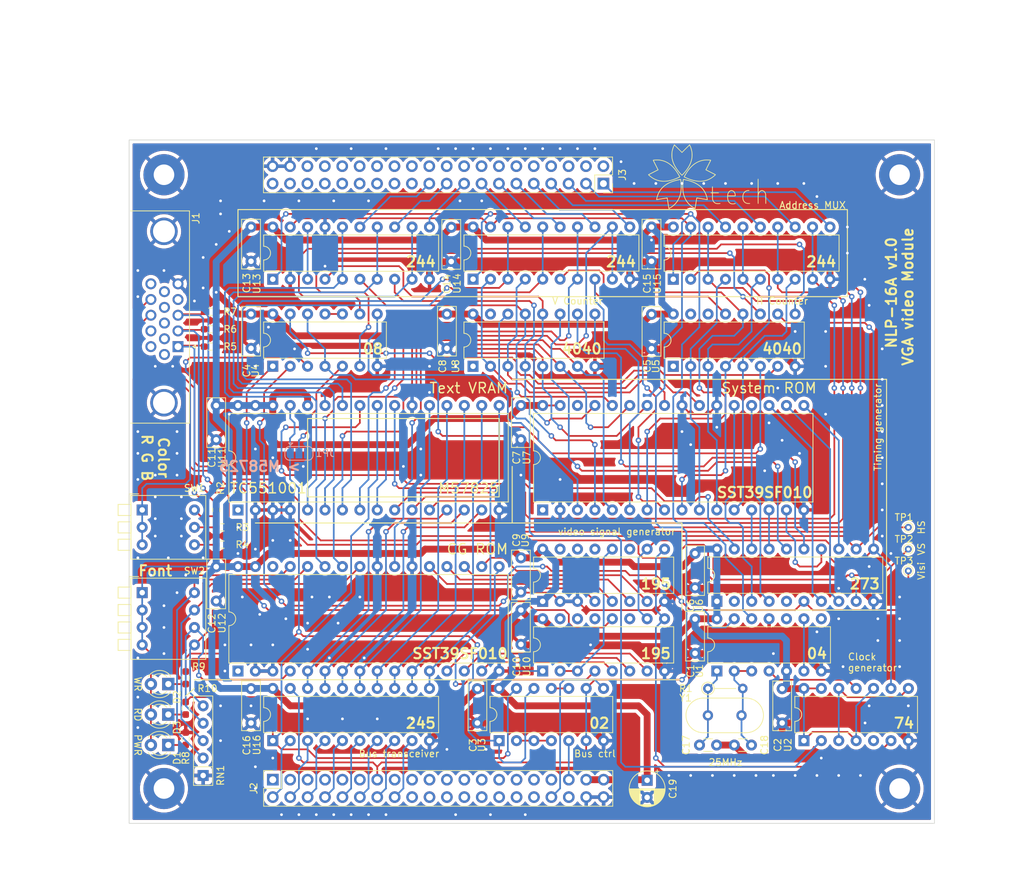
<source format=kicad_pcb>
(kicad_pcb (version 20211014) (generator pcbnew)
  (layers (0 "F.Cu" signal) (31 "B.Cu" signal) (34 "B.Paste" user) (35 "F.Paste" user) (36 "B.SilkS" user "B.Silkscreen") (37 "F.SilkS" user "F.Silkscreen") (38 "B.Mask" user) (39 "F.Mask" user) (44 "Edge.Cuts" user))
  (net 0 "")
  (net 1 "VCC")
  (net 2 "GND")
  (net 3 "Net-(C17-Pad1)")
  (net 4 "Net-(C18-Pad1)")
  (net 5 "R")
  (net 6 "G")
  (net 7 "B")
  (net 16 "H_Sync")
  (net 17 "V_Sync")
  (net 20 "IO_BUS0")
  (net 22 "IO_BUS1")
  (net 24 "IO_BUS2")
  (net 26 "IO_BUS3")
  (net 28 "IO_BUS4")
  (net 30 "IO_BUS5")
  (net 31 "~{DE}")
  (net 32 "IO_BUS6")
  (net 34 "IO_BUS7")
  (net 52 "~{RD}")
  (net 53 "~{WR_CLK}")
  (net 55 "Addr0")
  (net 57 "Addr1")
  (net 59 "Addr2")
  (net 61 "Addr3")
  (net 63 "Addr4")
  (net 65 "Addr5")
  (net 67 "Addr6")
  (net 69 "Addr7")
  (net 71 "Addr8")
  (net 73 "Addr9")
  (net 75 "Addr10")
  (net 91 "~{WE}")
  (net 92 "Net-(JP1-Pad2)")
  (net 93 "Net-(R2-Pad1)")
  (net 94 "Net-(R3-Pad1)")
  (net 95 "Net-(R4-Pad1)")
  (net 96 "Net-(SW1-Pad1)")
  (net 97 "Net-(U1-Pad4)")
  (net 98 "Net-(U1-Pad6)")
  (net 100 "Net-(U1-Pad12)")
  (net 101 "{slash}CLK")
  (net 102 "CLK")
  (net 103 "{slash}PE")
  (net 104 "H_COUNT_RS")
  (net 105 "Visible")
  (net 106 "H_Addr2")
  (net 107 "H_Addr1")
  (net 108 "H_Addr3")
  (net 109 "H_Addr0")
  (net 110 "H_Addr5")
  (net 111 "H_Addr4")
  (net 112 "V_COUNT_CLK")
  (net 113 "V_COUNT_RS")
  (net 115 "V_Addr9")
  (net 116 "V_Addr6")
  (net 117 "V_Addr1")
  (net 118 "V_Addr0")
  (net 119 "V_Addr4")
  (net 120 "V_Addr5")
  (net 121 "V_Addr3")
  (net 122 "V_Addr2")
  (net 123 "V_Addr7")
  (net 124 "V_Addr8")
  (net 126 "CG_data0")
  (net 127 "CG_data1")
  (net 128 "CG_data2")
  (net 129 "CG_data3")
  (net 131 "CG_data4")
  (net 132 "CG_data5")
  (net 133 "CG_data6")
  (net 134 "CG_data7")
  (net 139 "CRAM_Addr7")
  (net 140 "CRAM_Addr6")
  (net 141 "CRAM_Addr5")
  (net 142 "CRAM_Addr4")
  (net 143 "CRAM_Addr3")
  (net 144 "CRAM_Addr2")
  (net 145 "CRAM_Addr1")
  (net 146 "CRAM_Addr0")
  (net 147 "C_DATA6")
  (net 148 "C_DATA4")
  (net 149 "C_DATA2")
  (net 150 "C_DATA0")
  (net 151 "C_DATA1")
  (net 152 "C_DATA3")
  (net 153 "C_DATA5")
  (net 154 "C_DATA7")
  (net 155 "CRAM_Addr10")
  (net 156 "~{OE}")
  (net 157 "CRAM_Addr9")
  (net 158 "CRAM_Addr8")
  (net 161 "Net-(U10-Pad9)")
  (net 163 "Net-(U3-Pad2)")
  (net 164 "Net-(U4-Pad6)")
  (net 165 "Net-(U3-Pad10)")
  (net 166 "Net-(U10-Pad12)")
  (net 167 "Net-(U4-Pad12)")
  (net 168 "Net-(U4-Pad9)")
  (net 169 "Net-(U10-Pad2)")
  (net 170 "Net-(U4-Pad10)")
  (net 171 "Net-(U4-Pad13)")
  (net 175 "Net-(U6-Pad3)")
  (net 176 "Net-(U6-Pad4)")
  (net 178 "Net-(U6-Pad7)")
  (net 179 "Net-(U6-Pad8)")
  (net 180 "Net-(U6-Pad13)")
  (net 181 "Net-(U6-Pad14)")
  (net 182 "Net-(U6-Pad17)")
  (net 183 "Net-(U6-Pad18)")
  (net 192 "Net-(U13-Pad18)")
  (net 193 "F_mode0")
  (net 194 "F_mode1")
  (net 195 "F_mode2")
  (net 196 "F_mode3")
  (net 197 "Net-(D1-Pad1)")
  (net 198 "Net-(D2-Pad1)")
  (net 199 "Net-(D3-Pad1)")
  (footprint "Capacitor_THT:C_Disc_D7.0mm_W2.5mm_P5.00mm" (layer "F.Cu") (at 151.13 113.07 -90)
    (fp_text reference "C1")
    (fp_text value "C")
  )
  (footprint "Package_DIP:DIP-14_W7.62mm" (layer "F.Cu") (at 154.315 120.65 90)
    (fp_text reference "U1")
    (fp_text value "74HC04")
  )
  (footprint "Resistor_SMD:R_0603_1608Metric_Pad0.98x0.95mm_HandSolder" (layer "F.Cu") (at 80.4325 68.25 180)
    (fp_text reference "R7")
    (fp_text value "470")
  )
  (footprint "Connector_PinSocket_2.54mm:PinSocket_2x20_P2.54mm_Vertical" (layer "F.Cu") (at 137.765 49.55 -90)
    (fp_text reference "J3")
    (fp_text value "Conn_02x20_Odd_Even")
  )
  (footprint "MountingHole:MountingHole_3mm_Pad" (layer "F.Cu") (at 180.975 48.26)
    (fp_text reference "H4" hide)
    (fp_text value "MountingHole_Pad")
  )
  (footprint "Resistor_SMD:R_0603_1608Metric_Pad0.98x0.95mm_HandSolder" (layer "F.Cu") (at 76.835 130.5325 90)
    (fp_text reference "R8")
    (fp_text value "R")
  )
  (footprint "Resistor_SMD:R_0603_1608Metric_Pad0.98x0.95mm_HandSolder" (layer "F.Cu") (at 82.1925 99.695)
    (fp_text reference "R3")
    (fp_text value "200")
  )
  (footprint "Package_DIP:DIP-14_W7.62mm" (layer "F.Cu") (at 89.53 76.19 90)
    (fp_text reference "U4")
    (fp_text value "CD74HC08")
  )
  (footprint "Resistor_THT:R_Array_SIP5" (layer "F.Cu") (at 79.375 135.89 90)
    (fp_text reference "RN1")
    (fp_text value "R_Network04")
  )
  (footprint "Capacitor_THT:C_Disc_D7.0mm_W2.5mm_P5.00mm" (layer "F.Cu") (at 125.73 81.915 -90)
    (fp_text reference "C7")
    (fp_text value "C")
  )
  (footprint "Resistor_SMD:R_0603_1608Metric_Pad0.98x0.95mm_HandSolder" (layer "F.Cu") (at 81.28 97.155 90)
    (fp_text reference "R2")
    (fp_text value "200")
  )
  (footprint "Resistor_SMD:R_0603_1608Metric_Pad0.98x0.95mm_HandSolder" (layer "F.Cu") (at 80.4325 73.33 180)
    (fp_text reference "R5")
    (fp_text value "470")
  )
  (footprint "Capacitor_THT:C_Disc_D7.0mm_W2.5mm_P5.00mm" (layer "F.Cu") (at 144.78 68.62 -90)
    (fp_text reference "C5")
    (fp_text value "C")
  )
  (footprint "Package_DIP:DIP-16_W7.62mm" (layer "F.Cu") (at 128.905 120.65 90)
    (fp_text reference "U10")
    (fp_text value "74LS195")
  )
  (footprint "Capacitor_THT:C_Disc_D7.0mm_W2.5mm_P5.00mm" (layer "F.Cu") (at 86.36 55.88 -90)
    (fp_text reference "C13")
    (fp_text value "C")
  )
  (footprint "LED_THT:LED_D3.0mm" (layer "F.Cu") (at 74.295 131.445 180)
    (fp_text reference "D1")
    (fp_text value "LED")
  )
  (footprint "Capacitor_THT:C_Disc_D7.0mm_W2.5mm_P5.00mm" (layer "F.Cu") (at 119.38 123.23 -90)
    (fp_text reference "C3")
    (fp_text value "C")
  )
  (footprint "Capacitor_THT:C_Disc_D3.0mm_W1.6mm_P2.50mm" (layer "F.Cu") (at 159.36 131.455 180)
    (fp_text reference "C18")
    (fp_text value "22p")
  )
  (footprint "Button_Switch_THT:SW_DIP_SPSTx04_Piano_10.8x11.72mm_W7.62mm_P2.54mm" (layer "F.Cu") (at 70.485 109.22)
    (fp_text reference "SW2")
    (fp_text value "SW_DIP_x04")
  )
  (footprint "Capacitor_THT:C_Disc_D7.0mm_W2.5mm_P5.00mm" (layer "F.Cu") (at 81.28 81.915 -90)
    (fp_text reference "C11")
    (fp_text value "C")
  )
  (footprint "Package_DIP:DIP-32_W15.24mm" (layer "F.Cu") (at 84.455 97.16 90)
    (fp_text reference "U11")
    (fp_text value "TC551001")
  )
  (footprint "Resistor_SMD:R_0603_1608Metric_Pad0.98x0.95mm_HandSolder" (layer "F.Cu") (at 76.83 126.0875 90)
    (fp_text reference "R10")
    (fp_text value "R")
  )
  (footprint "Capacitor_THT:C_Disc_D7.0mm_W2.5mm_P5.00mm" (layer "F.Cu") (at 81.28 105.45 -90)
    (fp_text reference "C12")
    (fp_text value "C")
  )
  (footprint "Package_DIP:DIP-14_W7.62mm" (layer "F.Cu") (at 167.015 130.81 90)
    (fp_text reference "U2")
    (fp_text value "74HC74")
  )
  (footprint "LED_THT:LED_D3.0mm" (layer "F.Cu") (at 74.295 122.555 180)
    (fp_text reference "D2")
    (fp_text value "LED")
  )
  (footprint "Package_DIP:DIP-20_W7.62mm" (layer "F.Cu") (at 89.535 130.81 90)
    (fp_text reference "U16")
    (fp_text value "74LS245")
  )
  (footprint "Resistor_SMD:R_0603_1608Metric_Pad0.98x0.95mm_HandSolder" (layer "F.Cu") (at 80.4325 70.79 180)
    (fp_text reference "R6")
    (fp_text value "470")
  )
  (footprint "Package_DIP:DIP-16_W7.62mm" (layer "F.Cu") (at 147.955 76.2 90)
    (fp_text reference "U5")
    (fp_text value "4040")
  )
  (footprint "Connector_Dsub:DSUB-15-HD_Female_Horizontal_P2.29x1.98mm_EdgePinOffset3.03mm_Housed_MountingHolesOffset4.94mm" (layer "F.Cu") (at 75.71 73.33 -90)
    (fp_text reference "J1")
    (fp_text value "DB15_Female_HighDensity_MountingHoles")
  )
  (footprint "Capacitor_THT:C_Disc_D7.0mm_W2.5mm_P5.00mm" (layer "F.Cu") (at 86.36 123.23 -90)
    (fp_text reference "C16")
    (fp_text value "C")
  )
  (footprint "Resistor_SMD:R_0603_1608Metric_Pad0.98x0.95mm_HandSolder" (layer "F.Cu") (at 76.835 121.6425 90)
    (fp_text reference "R9")
    (fp_text value "R")
  )
  (footprint "Capacitor_THT:C_Disc_D7.0mm_W2.5mm_P5.00mm" (layer "F.Cu") (at 114.935 68.58 -90)
    (fp_text reference "C8")
    (fp_text value "C")
  )
  (footprint "Package_DIP:DIP-20_W7.62mm" (layer "F.Cu") (at 147.955 63.5 90)
    (fp_text reference "U15")
    (fp_text value "74HC244")
  )
  (footprint "MountingHole:MountingHole_3mm_Pad" (layer "F.Cu") (at 180.975 137.795)
    (fp_text reference "H3" hide)
    (fp_text value "MountingHole_Pad")
  )
  (footprint "LED_THT:LED_D3.0mm" (layer "F.Cu") (at 74.295 127 180)
    (fp_text reference "D3")
    (fp_text value "LED")
  )
  (footprint "Capacitor_THT:C_Disc_D7.0mm_W2.5mm_P5.00mm" (layer "F.Cu") (at 125.73 104.14 -90)
    (fp_text reference "C9")
    (fp_text value "C")
  )
  (footprint "Package_DIP:DIP-32_W15.24mm" (layer "F.Cu") (at 84.455 120.655 90)
    (fp_text reference "U12")
    (fp_text value "SST39SF010A")
  )
  (footprint "Capacitor_THT:C_Disc_D7.0mm_W2.5mm_P5.00mm" (layer "F.Cu") (at 86.36 68.58 -90)
    (fp_text reference "C4")
    (fp_text value "C")
  )
  (footprint "Package_DIP:DIP-14_W7.62mm" (layer "F.Cu") (at 122.55 130.81 90)
    (fp_text reference "U3")
    (fp_text value "74HC02")
  )
  (footprint "Capacitor_THT:C_Disc_D7.0mm_W2.5mm_P5.00mm" (layer "F.Cu") (at 115.57 55.92 -90)
    (fp_text reference "C14")
    (fp_text value "C")
  )
  (footprint "TestPoint:TestPoint_THTPad_D1.0mm_Drill0.5mm" (layer "F.Cu") (at 182.245 99.695)
    (fp_text reference "TP1")
    (fp_text value "TestPoint")
  )
  (footprint "Resistor_SMD:R_0603_1608Metric_Pad0.98x0.95mm_HandSolder" (layer "F.Cu") (at 82.1925 102.22)
    (fp_text reference "R4")
    (fp_text value "200")
  )
  (footprint "Package_DIP:DIP-20_W7.62mm" (layer "F.Cu") (at 154.32 110.48 90)
    (fp_text reference "U6")
    (fp_text value "74HC273")
  )
  (footprint "Capacitor_THT:CP_Radial_D5.0mm_P2.50mm" (layer "F.Cu") (at 144.145 136.589887 -90)
    (fp_text reference "C19")
    (fp_text value "C")
  )
  (footprint "Capacitor_THT:C_Disc_D7.0mm_W2.5mm_P5.00mm" (layer "F.Cu") (at 163.84 123.23 -90)
    (fp_text reference "C2")
    (fp_text value "C")
  )
  (footprint "Resistor_THT:R_Axial_DIN0204_L3.6mm_D1.6mm_P5.08mm_Vertical" (layer "F.Cu") (at 153.01 123.2)
    (fp_text reference "R1")
    (fp_text value "1M")
  )
  (footprint "Package_DIP:DIP-20_W7.62mm" (layer "F.Cu") (at 89.535 63.5 90)
    (fp_text reference "U13")
    (fp_text value "74HC244")
  )
  (footprint "Crystal:Crystal_HC18-U_Vertical" (layer "F.Cu") (at 153.01 127.127)
    (fp_text reference "Y1")
    (fp_text value "25M")
  )
  (footprint "Package_DIP:DIP-16_W7.62mm" (layer "F.Cu") (at 128.905 110.49 90)
    (fp_text reference "U9")
    (fp_text value "74LS195")
  )
  (footprint "Button_Switch_THT:SW_DIP_SPSTx03_Piano_10.8x9.18mm_W7.62mm_P2.54mm" (layer "F.Cu") (at 70.485 97.155)
    (fp_text reference "SW1")
    (fp_text value "SW_DIP_x03")
  )
  (footprint "Capacitor_THT:C_Disc_D3.0mm_W1.6mm_P2.50mm" (layer "F.Cu") (at 151.78 131.455)
    (fp_text reference "C17")
    (fp_text value "22p")
  )
  (footprint "TestPoint:TestPoint_THTPad_D1.0mm_Drill0.5mm" (layer "F.Cu") (at 182.245 102.87)
    (fp_text reference "TP2")
    (fp_text value "TestPoint")
  )
  (footprint "MountingHole:MountingHole_3mm_Pad" (layer "F.Cu") (at 73.66 137.795)
    (fp_text reference "H1" hide)
    (fp_text value "MountingHole_Pad")
  )
  (footprint "Package_DIP:DIP-32_W15.24mm" (layer "F.Cu") (at 128.905 97.155 90)
    (fp_text reference "U7")
    (fp_text value "SST39SF010A")
  )
  (footprint "Package_DIP:DIP-20_W7.62mm" (layer "F.Cu") (at 118.75 63.49 90)
    (fp_text reference "U14")
    (fp_text value "74HC244")
  )
  (footprint "Package_DIP:DIP-16_W7.62mm" (layer "F.Cu") (at 118.745 76.2 90)
    (fp_text reference "U8")
    (fp_text value "4040")
  )
  (footprint "TestPoint:TestPoint_THTPad_D1.0mm_Drill0.5mm" (layer "F.Cu") (at 182.245 106.045)
    (fp_text reference "TP3")
    (fp_text value "TestPoint")
  )
  (footprint "Capacitor_THT:C_Disc_D7.0mm_W2.5mm_P5.00mm" (layer "F.Cu") (at 125.73 111.76 -90)
    (fp_text reference "C10")
    (fp_text value "C")
  )
  (footprint "Capacitor_THT:C_Disc_D7.0mm_W2.5mm_P5.00mm" (layer "F.Cu") (at 144.78 55.88 -90)
    (fp_text reference "C15")
    (fp_text value "C")
  )
  (footprint "Capacitor_THT:C_Disc_D7.0mm_W2.5mm_P5.00mm" (layer "F.Cu") (at 151.13 103.505 -90)
    (fp_text reference "C6")
    (fp_text value "C")
  )
  (footprint "LOGO" (layer "F.Cu") (at 153.67 48.895)
    (fp_text reference "G***" hide)
    (fp_text value "LOGO" hide)
  )
  (footprint "Connector_PinSocket_2.54mm:PinSocket_2x20_P2.54mm_Vertical" (layer "F.Cu") (at 89.535 136.505 90)
    (fp_text reference "J2")
    (fp_text value "Conn_02x20_Odd_Even")
  )
  (footprint "MountingHole:MountingHole_3mm_Pad" (layer "F.Cu") (at 73.66 48.26)
    (fp_text reference "H2" hide)
    (fp_text value "MountingHole_Pad")
  )
  (footprint "Jumper:SolderJumper-3_P1.3mm_Open_RoundedPad1.0x1.5mm" (layer "B.Cu") (at 93.345 88.9)
    (fp_text reference "JP1")
    (fp_text value "Jumper_3_Bridged12")
  )
  (gr_line (start 179.07 78.105) (end 179.07 111.76) (layer "F.SilkS") (width 0.15))
  (gr_rect (start 122.555 83.82) (end 94.615 95.25) (layer "F.SilkS") (width 0.15) (fill none))
  (gr_line (start 124.46 99.06) (end 86.995 99.06) (layer "F.SilkS") (width 0.15))
  (gr_line (start 78.105 121.92) (end 149.225 121.92) (layer "F.SilkS") (width 0.15))
  (gr_line (start 76.835 124.29) (end 78.105 123.19) (layer "F.SilkS") (width 0.15))
  (gr_line (start 124.46 78.105) (end 179.07 78.105) (layer "F.SilkS") (width 0.15))
  (gr_rect (start 84.455 53.34) (end 173.355 66.04) (layer "F.SilkS") (width 0.15) (fill none))
  (gr_line (start 149.225 111.76) (end 149.225 99.06) (layer "F.SilkS") (width 0.15))
  (gr_line (start 179.07 111.76) (end 153.035 111.76) (layer "F.SilkS") (width 0.15))
  (gr_line (start 149.225 99.06) (end 124.46 99.06) (layer "F.SilkS") (width 0.15))
  (gr_line (start 78.105 121.92) (end 78.105 121.92) (layer "F.SilkS") (width 0.15))
  (gr_line (start 124.46 99.06) (end 124.46 90.805) (layer "F.SilkS") (width 0.15))
  (gr_rect (start 68.58 43.18) (end 186.055 142.875) (layer "Edge.Cuts") (width 0.1) (fill none))
  (gr_text "> M58725" (at 87.63 90.805) (layer "B.SilkS") (effects (font (size 1.5 1.5) (thickness 0.3)) (justify mirror)))
  (gr_text "RD" (at 69.85 127 270) (layer "F.SilkS") (effects (font (size 1 1))))
  (gr_text "244" (at 111.125 60.96) (layer "F.SilkS") (effects (font (size 1.5 1.5) (thickness 0.3))))
  (gr_text "V Counter" (at 133.985 66.675) (layer "F.SilkS") (effects (font (size 1 1))))
  (gr_text "74" (at 181.61 128.27) (layer "F.SilkS") (effects (font (size 1.5 1.5) (thickness 0.3))))
  (gr_text "25MHz" (at 155.575 133.985) (layer "F.SilkS") (effects (font (size 1 1))))
  (gr_text "4040" (at 163.83 73.66) (layer "F.SilkS") (effects (font (size 1.5 1.5) (thickness 0.3))))
  (gr_text "PWR" (at 69.85 131.445 270) (layer "F.SilkS") (effects (font (size 1 1))))
  (gr_text "Visi" (at 184.15 106.045 90) (layer "F.SilkS") (effects (font (size 1 1))))
  (gr_text "HS" (at 184.15 99.695 90) (layer "F.SilkS") (effects (font (size 1 1))))
  (gr_text "SST39SF010\n" (at 116.84 118.11) (layer "F.SilkS") (effects (font (size 1.5 1.5) (thickness 0.3))))
  (gr_text "VS" (at 184.15 102.87 90) (layer "F.SilkS") (effects (font (size 1 1))))
  (gr_text "Timing generator" (at 177.8 85.09 90) (layer "F.SilkS") (effects (font (size 1 1))))
  (gr_text "Bus transceiver" (at 107.95 132.715) (layer "F.SilkS") (effects (font (size 1 1))))
  (gr_text "244" (at 140.335 60.96) (layer "F.SilkS") (effects (font (size 1.5 1.5) (thickness 0.3))))
  (gr_text "245" (at 111.125 128.27) (layer "F.SilkS") (effects (font (size 1.5 1.5) (thickness 0.3))))
  (gr_text "System ROM" (at 161.925 79.375) (layer "F.SilkS") (effects (font (size 1.5 1.5) (thickness 0.2))))
  (gr_text "TC551001" (at 88.9 93.98) (layer "F.SilkS") (effects (font (size 1.5 1.5) (thickness 0.2))))
  (gr_text "Address MUX" (at 168.275 52.705) (layer "F.SilkS") (effects (font (size 1 1))))
  (gr_text "195" (at 145.415 118.11) (layer "F.SilkS") (effects (font (size 1.5 1.5) (thickness 0.3))))
  (gr_text " NLP-16A v1.0\nVGA video Module" (at 180.975 66.04 90) (layer "F.SilkS") (effects (font (size 1.5 1.5) (thickness 0.3))))
  (gr_text "195" (at 145.415 107.95) (layer "F.SilkS") (effects (font (size 1.5 1.5) (thickness 0.3))))
  (gr_text "4040" (at 134.62 73.66) (layer "F.SilkS") (effects (font (size 1.5 1.5) (thickness 0.3))))
  (gr_text "Clock\ngenerator" (at 173.355 119.38) (layer "F.SilkS") (effects (font (size 1 1)) (justify left)))
  (gr_text "08" (at 104.14 73.66) (layer "F.SilkS") (effects (font (size 1.5 1.5) (thickness 0.3))))
  (gr_text "04" (at 168.91 118.11) (layer "F.SilkS") (effects (font (size 1.5 1.5) (thickness 0.3))))
  (gr_text "Font" (at 72.39 106.045) (layer "F.SilkS") (effects (font (size 1.5 1.5) (thickness 0.3))))
  (gr_text "WR" (at 69.85 122.555 270) (layer "F.SilkS") (effects (font (size 1 1))))
  (gr_text "H Counter" (at 163.83 66.675) (layer "F.SilkS") (effects (font (size 1 1))))
  (gr_text "Text VRAM" (at 118.11 79.375) (layer "F.SilkS") (effects (font (size 1.5 1.5) (thickness 0.2))))
  (gr_text "244" (at 169.545 60.96) (layer "F.SilkS") (effects (font (size 1.5 1.5) (thickness 0.3))))
  (gr_text "273" (at 175.895 107.95) (layer "F.SilkS") (effects (font (size 1.5 1.5) (thickness 0.3))))
  (gr_text "Bus ctrl" (at 136.525 132.715) (layer "F.SilkS") (effects (font (size 1 1))))
  (gr_text "Color\nR G B" (at 72.39 89.535 270) (layer "F.SilkS") (effects (font (size 1.5 1.5) (thickness 0.3))))
  (gr_text "video signal generator" (at 139.7 100.33) (layer "F.SilkS") (effects (font (size 1 1))))
  (gr_text "SST39SF010\n" (at 161.29 94.615) (layer "F.SilkS") (effects (font (size 1.5 1.5) (thickness 0.3))))
  (gr_text "CG ROM" (at 119.38 102.87) (layer "F.SilkS") (effects (font (size 1.5 1.5) (thickness 0.2))))
  (gr_text "M57825" (at 118.11 93.98) (layer "F.SilkS") (effects (font (size 1.5 1.5) (thickness 0.2))))
  (gr_text "02" (at 137.16 128.27) (layer "F.SilkS") (effects (font (size 1.5 1.5) (thickness 0.3))))
  (segment (start 144.82 68.58) (end 144.78 68.62) (width 1) (layer "F.Cu") (net 1))
  (segment (start 149.295 105.42) (end 142.25 105.42) (width 1) (layer "F.Cu") (net 1))
  (segment (start 147.955 68.58) (end 144.82 68.58) (width 1) (layer "F.Cu") (net 1))
  (segment (start 125.77 81.915) (end 128.905 81.915) (width 1) (layer "F.Cu") (net 1))
  (segment (start 81.28 65.405) (end 84.455 68.58) (width 1) (layer "F.Cu") (net 1))
  (segment (start 90.17 80.01) (end 93.98 80.01) (width 1) (layer "F.Cu") (net 1))
  (segment (start 151.05 113.11) (end 151.14 113.11) (width 1) (layer "F.Cu") (net 1))
  (segment (start 89.535 80.645) (end 90.17 80.01) (width 1) (layer "F.Cu") (net 1))
  (segment (start 89.535 123.19) (end 92.075 125.73) (width 1) (layer "F.Cu") (net 1))
  (segment (start 93.98 80.01) (end 94.615 80.645) (width 1) (layer "F.Cu") (net 1))
  (segment (start 151.14 113.03) (end 154.315 113.03) (width 1) (layer "F.Cu") (net 1))
  (segment (start 127.635 104.14) (end 128.905 102.87) (width 1) (layer "F.Cu") (net 1))
  (segment (start 113.665 57.785) (end 115.57 55.88) (width 1) (layer "F.Cu") (net 1))
  (segment (start 131.455 115.58) (end 148.6 115.58) (width 1) (layer "F.Cu") (net 1))
  (segment (start 144.74 68.62) (end 144.78 68.62) (width 1) (layer "F.Cu") (net 1))
  (segment (start 142.25 105.42) (end 141.605 104.775) (width 1) (layer "F.Cu") (net 1))
  (segment (start 142.875 57.785) (end 144.78 55.88) (width 1) (layer "F.Cu") (net 1))
  (segment (start 166.975 123.23) (end 167.015 123.19) (width 1) (layer "F.Cu") (net 1))
  (segment (start 89.535 86.995) (end 90.17 87.63) (width 1) (layer "F.Cu") (net 1))
  (segment (start 89.52 68.58) (end 89.53 68.57) (width 1) (layer "F.Cu") (net 1))
  (segment (start 122.55 123.19) (end 125.09 125.73) (width 1) (layer "F.Cu") (net 1))
  (segment (start 143.28 70.08) (end 144.74 68.62) (width 1) (layer "F.Cu") (net 1))
  (segment (start 127 113.03) (end 125.73 111.76) (width 1) (layer "F.Cu") (net 1))
  (segment (start 89.535 81.92) (end 89.535 86.995) (width 1) (layer "F.Cu") (net 1))
  (segment (start 115.57 55.88) (end 118.74 55.88) (width 1) (layer "F.Cu") (net 1))
  (segment (start 118.74 55.88) (end 118.75 55.87) (width 1) (layer "F.Cu") (net 1))
  (segment (start 142.875 125.73) (end 144.145 127) (width 1) (layer "F.Cu") (net 1))
  (segment (start 125.73 104.14) (end 124.46 102.87) (width 1) (layer "F.Cu") (net 1))
  (segment (start 109.22 87.63) (end 113.03 83.82) (width 1) (layer "F.Cu") (net 1))
  (segment (start 125.09 125.73) (end 142.875 125.73) (width 1) (layer "F.Cu") (net 1))
  (segment (start 90.17 87.63) (end 109.22 87.63) (width 1) (layer "F.Cu") (net 1))
  (segment (start 128.905 113.03) (end 131.455 115.58) (width 1) (layer "F.Cu") (net 1))
  (segment (start 89.535 55.88) (end 91.44 57.785) (width 1) (layer "F.Cu") (net 1))
  (segment (start 86.36 55.88) (end 89.535 55.88) (width 1) (layer "F.Cu") (net 1))
  (segment (start 116.84 125.73) (end 119.38 123.19) (width 1) (layer "F.Cu") (net 1))
  (segment (start 89.535 81.92) (end 89.535 80.645) (width 1) (layer "F.Cu") (net 1))
  (segment (start 88.905 103.505) (end 86.995 105.415) (width 1) (layer "F.Cu") (net 1))
  (segment (start 71.755 118.11) (end 71.755 122.555) (width 0.25) (layer "F.Cu") (net 1))
  (segment (start 120.245 70.08) (end 143.28 70.08) (width 1) (layer "F.Cu") (net 1))
  (segment (start 125.73 104.14) (end 127.635 104.14) (width 1) (layer "F.Cu") (net 1))
  (segment (start 92.075 125.73) (end 116.84 125.73) (width 1) (layer "F.Cu") (net 1))
  (segment (start 169.555 123.19) (end 167.015 123.19) (width 0.25) (layer "F.Cu") (net 1))
  (segment (start 144.060113 136.505) (end 135.255 136.505) (width 1) (layer "F.Cu") (net 1))
  (segment (start 84.455 105.415) (end 86.995 105.415) (width 1) (layer "F.Cu") (net 1))
  (segment (start 122.55 123.19) (end 119.38 123.19) (width 1) (layer "F.Cu") (net 1))
  (segment (start 148.59 115.57) (end 151.05 113.11) (width 1) (layer "F.Cu") (net 1))
  (segment (start 128.905 113.03) (end 127 113.03) (width 1) (layer "F.Cu") (net 1))
  (segment (start 124.46 102.87) (end 111.76 102.87) (width 1) (layer "F.Cu") (net 1))
  (segment (start 113.03 83.82) (end 123.865 83.82) (width 1) (layer "F.Cu") (net 1))
  (segment (start 163.84 123.23) (end 166.975 123.23) (width 1) (layer "F.Cu") (net 1))
  (segment (start 151.13 103.585) (end 149.295 105.42) (width 1) (layer "F.Cu") (net 1))
  (segment (start 144.78 55.88) (end 147.955 55.88) (width 1) (layer "F.Cu") (net 1))
  (segment (start 128.905 102.87) (end 130.81 104.775) (width 1) (layer "F.Cu") (net 1))
  (segment (start 168.285 129.54) (end 173.365 129.54) (width 0.25) (layer "F.Cu") (net 1))
  (segment (start 141.605 104.775) (end 130.81 104.775) (width 1) (layer "F.Cu") (net 1))
  (segment (start 114.935 68.58) (end 118.745 68.58) (width 1) (layer "F.Cu") (net 1))
  (segment (start 89.53 68.57) (end 92.715 71.755) (width 1) (layer "F.Cu") (net 1))
  (segment (start 91.44 57.785) (end 113.665 57.785) (width 1) (layer "F.Cu") (net 1))
  (segment (start 131.445 81.915) (end 128.905 81.915) (width 0.25) (layer "F.Cu") (net 1))
  (segment (start 111.76 102.87) (end 111.125 103.505) (width 1) (layer "F.Cu") (net 1))
  (segment (start 173.365 129.54) (end 174.635 130.81) (width 0.25) (layer "F.Cu") (net 1))
  (segment (start 111.125 103.505) (end 88.905 103.505) (width 1) (layer "F.Cu") (net 1))
  (segment (start 84.455 68.58) (end 89.52 68.58) (width 1) (layer "F.Cu") (net 1))
  (segment (start 109.22 68.58) (end 114.935 68.58) (width 1) (layer "F.Cu") (net 1))
  (segment (start 106.045 71.755) (end 109.22 68.58) (width 1) (layer "F.Cu") (net 1))
  (segment (start 144.145 127) (end 144.145 136.589887) (width 1) (layer "F.Cu") (net 1))
  (segment (start 71.755 122.555) (end 71.755 131.445) (width 0.25) (layer "F.Cu") (net 1))
  (segment (start 120.665 57.785) (end 142.875 57.785) (width 1) (layer "F.Cu") (net 1))
  (segment (start 70.485 116.84) (end 71.755 118.11) (width 0.25) (layer "F.Cu") (net 1))
  (segment (start 118.75 55.87) (end 120.665 57.785) (width 1) (layer "F.Cu") (net 1))
  (segment (start 123.865 83.82) (end 125.77 81.915) (width 1) (layer "F.Cu") (net 1))
  (segment (start 118.745 68.58) (end 120.245 70.08) (width 1) (layer "F.Cu") (net 1))
  (segment (start 92.715 71.755) (end 106.045 71.755) (width 1) (layer "F.Cu") (net 1))
  (segment (start 167.015 130.81) (end 168.285 129.54) (width 0.25) (layer "F.Cu") (net 1))
  (segment (start 94.615 80.645) (end 94.615 81.92) (width 1) (layer "F.Cu") (net 1))
  (via (at 81.28 65.405) (size 0.8) (drill 0.4) (layers "F.Cu" "B.Cu") (net 1))
  (segment (start 122.55 123.19) (end 124.455 121.285) (width 1) (layer "B.Cu") (net 1))
  (segment (start 177.175 123.19) (end 174.635 125.73) (width 0.25) (layer "B.Cu") (net 1))
  (segment (start 81.28 83.82) (end 83.185 85.725) (width 1) (layer "B.Cu") (net 1))
  (segment (start 164.475 116.205) (end 164.475 120.65) (width 1) (layer "B.Cu") (net 1))
  (segment (start 127 110.49) (end 125.73 111.76) (width 1) (layer "B.Cu") (net 1))
  (segment (start 154.32 102.86) (end 154.32 113.025) (width 1) (layer "B.Cu") (net 1))
  (segment (start 123.825 118.11) (end 123.825 113.665) (width 1) (layer "B.Cu") (net 1))
  (segment (start 123.825 113.665) (end 125.73 111.76) (width 1) (layer "B.Cu") (net 1))
  (segment (start 146.28 57.38) (end 146.28 66.905) (width 1) (layer "B.Cu") (net 1))
  (segment (start 81.28 95.885) (end 81.28 105.41) (width 1) (layer "B.Cu") (net 1))
  (segment (start 167.015 130.81) (end 167.015 123.19) (width 0.25) (layer "B.Cu") (net 1))
  (segment (start 81.275 105.415) (end 84.455 105.415) (width 1) (layer "B.Cu") (net 1))
  (segment (start 79.78 114.07) (end 79.78 106.91) (width 1) (layer "B.Cu") (net 1))
  (segment (start 89.535 123.19) (end 81.915 123.19) (width 1) (layer "B.Cu") (net 1))
  (segment (start 130.81 108.585) (end 128.905 110.49) (width 1) (layer "B.Cu") (net 1))
  (segment (start 79.78 106.91) (end 81.275 105.415) (width 1) (layer "B.Cu") (net 1))
  (segment (start 84.455 81.92) (end 81.285 81.92) (width 1) (layer "B.Cu") (net 1))
  (segment (start 81.28 105.45) (end 81.24 105.41) (width 0.25) (layer "B.Cu") (net 1))
  (segment (start 124.46 121.285) (end 124.46 120.65) (width 1) (layer "B.Cu") (net 1))
  (segment (start 128.905 102.87) (end 130.81 104.775) (width 1) (layer "B.Cu") (net 1))
  (segment (start 151.14 113.11) (end 151.14 114.3) (width 1) (layer "B.Cu") (net 1))
  (segment (start 128.905 120.65) (end 124.46 120.65) (width 0.25) (layer "B.Cu") (net 1))
  (segment (start 144.78 55.88) (end 146.28 57.38) (width 1) (layer "B.Cu") (net 1))
  (segment (start 80.645 121.92) (end 80.645 114.935) (width 1) (layer "B.Cu") (net 1))
  (segment (start 84.455 81.92) (end 89.535 81.92) (width 1) (layer "B.Cu") (net 1))
  (segment (start 154.32 113.025) (end 154.315 113.03) (width 1) (layer "B.Cu") (net 1))
  (segment (start 70.485 116.84) (end 70.485 106.045) (width 0.25) (layer "B.Cu") (net 1))
  (segment (start 124.46 118.745) (end 123.825 118.11) (width 1) (layer "B.Cu") (net 1))
  (segment (start 70.485 106.045) (end 71.12 105.41) (width 0.25) (layer "B.Cu") (net 1))
  (segment (start 151.14 114.3) (end 152.41 115.57) (width 1) (layer "B.Cu") (net 1))
  (segment (start 81.915 123.19) (end 80.645 121.92) (width 1) (layer "B.Cu") (net 1))
  (segment (start 81.28 65.405) (end 81.28 60.96) (width 1) (layer "B.Cu") (net 1))
  (segment (start 71.12 105.41) (end 81.24 105.41) (width 0.25) (layer "B.Cu") (net 1))
  (segment (start 128.905 110.49) (end 127 110.49) (width 1) (layer "B.Cu") (net 1))
  (segment (start 83.185 85.725) (end 83.185 93.98) (width 1) (layer "B.Cu") (net 1))
  (segment (start 152.41 115.57) (end 163.84 115.57) (width 1) (layer "B.Cu") (net 1))
  (segment (start 81.28 81.915) (end 81.28 83.82) (width 1) (layer "B.Cu") (net 1))
  (segment (start 80.645 114.935) (end 79.78 114.07) (width 1) (layer "B.Cu") (net 1))
  (segment (start 151.13 103.505) (end 151.775 102.86) (width 1) (layer "B.Cu") (net 1))
  (segment (start 81.28 60.96) (end 86.36 55.88) (width 1) (layer "B.Cu") (net 1))
  (segment (start 130.81 104.775) (end 130.81 108.585) (width 1) (layer "B.Cu") (net 1))
  (segment (start 174.635 125.73) (end 174.635 130.81) (width 0.25) (layer "B.Cu") (net 1))
  (segment (start 164.475 120.65) (end 164.475 122.595) (width 1) (layer "B.Cu") (net 1))
  (segment (start 164.475 122.595) (end 163.84 123.23) (width 1) (layer "B.Cu") (net 1))
  (segment (start 146.28 66.905) (end 147.955 68.58) (width 1) (layer "B.Cu") (net 1))
  (segment (start 83.185 93.98) (end 81.28 95.885) (width 1) (layer "B.Cu") (net 1))
  (segment (start 81.285 81.92) (end 81.28 81.915) (width 1) (layer "B.Cu") (net 1))
  (segment (start 124.455 121.285) (end 124.46 121.285) (width 1) (layer "B.Cu") (net 1))
  (segment (start 151.775 102.86) (end 154.32 102.86) (width 1) (layer "B.Cu") (net 1))
  (segment (start 163.84 115.57) (end 164.475 116.205) (width 1) (layer "B.Cu") (net 1))
  (segment (start 81.28 65.405) (end 81.28 81.915) (width 1) (layer "B.Cu") (net 1))
  (segment (start 124.46 120.65) (end 124.46 118.745) (width 1) (layer "B.Cu") (net 1))
  (segment (start 163.195 93.345) (end 167.005 97.155) (width 1) (layer "F.Cu") (net 2))
  (segment (start 141.61 60.965) (end 141.61 63.49) (width 1) (layer "F.Cu") (net 2))
  (segment (start 151.765 93.345) (end 163.195 93.345) (width 1) (layer "F.Cu") (net 2))
  (segment (start 131.445 110.49) (end 133.985 110.49) (width 0.25) (layer "F.Cu") (net 2))
  (segment (start 127.635 76.835) (end 128.27 77.47) (width 0.25) (layer "F.Cu") (net 2))
  (segment (start 150.495 83.185) (end 153.035 83.185) (width 0.25) (layer "F.Cu") (net 2))
  (segment (start 149.225 81.915) (end 150.495 83.185) (width 0.25) (layer "F.Cu") (net 2))
  (segment (start 127 74.295) (end 127.635 74.93) (width 0.25) (layer "F.Cu") (net 2))
  (segment (start 146.05 92.71) (end 147.955 94.615) (width 1) (layer "F.Cu") (net 2))
  (segment (start 161.935 113.03) (end 161.935 118.11) (width 0.25) (layer "F.Cu") (net 2))
  (segment (start 145.405 111.77) (end 146.685 110.49) (width 0.25) (layer "F.Cu") (net 2))
  (segment (start 135.25 128.27) (end 137.79 130.81) (width 1) (layer "F.Cu") (net 2))
  (segment (start 156.86 131.455) (end 158.755 133.35) (width 1) (layer "F.Cu") (net 2))
  (segment (start 158.755 133.35) (end 161.925 133.35) (width 1) (layer "F.Cu") (net 2))
  (segment (start 163.195 73.66) (end 165.735 76.2) (width 1) (layer "F.Cu") (net 2))
  (segment (start 163.84 131.445) (end 163.84 128.23) (width 1) (layer "F.Cu") (net 2))
  (segment (start 148.59 108.585) (end 172.085 108.585) (width 1) (layer "F.Cu") (net 2))
  (segment (start 138.43 76.2) (end 140.97 73.66) (width 1) (layer "F.Cu") (net 2))
  (segment (start 146.685 110.49) (end 148.59 108.585) (width 1) (layer "F.Cu") (net 2))
  (segment (start 131.445 92.71) (end 146.05 92.71) (width 1) (layer "F.Cu") (net 2))
  (segment (start 114.935 128.27) (end 135.25 128.27) (width 1) (layer "F.Cu") (net 2))
  (segment (start 125.81 109.22) (end 125.73 109.14) (width 0.25) (layer "F.Cu") (net 2))
  (segment (start 131.445 110.49) (end 130.175 109.22) (width 0.25) (layer "F.Cu") (net 2))
  (segment (start 172.085 108.585) (end 175.285 108.585) (width 1) (layer "F.Cu") (net 2))
  (segment (start 154.28 131.455) (end 156.86 131.455) (width 1) (layer "F.Cu") (net 2))
  (segment (start 133.985 110.49) (end 135.265 111.77) (width 0.25) (layer "F.Cu") (net 2))
  (segment (start 112.395 63.5) (end 112.395 61.595) (width 1) (layer "F.Cu") (net 2))
  (segment (start 140.97 73.66) (end 163.195 73.66) (width 1) (layer "F.Cu") (net 2))
  (segment (start 147.955 94.615) (end 150.495 94.615) (width 1) (layer "F.Cu") (net 2))
  (segment (start 170.815 60.96) (end 170.815 63.5) (width 1) (layer "F.Cu") (net 2))
  (segment (start 114.935 73.58) (end 115.65 74.295) (width 0.25) (layer "F.Cu") (net 2))
  (segment (start 175.285 108.585) (end 177.18 110.48) (width 1) (layer "F.Cu") (net 2))
  (segment (start 161.935 118.11) (end 162.56 118.11) (width 1) (layer "F.Cu") (net 2))
  (segment (start 141.605 60.96) (end 170.815 60.96) (width 1) (layer "F.Cu") (net 2))
  (segment (start 162.56 118.11) (end 167.015 118.11) (width 1) (layer "F.Cu") (net 2))
  (segment (start 163.84 128.23) (end 175.935 128.23) (width 1) (layer "F.Cu") (net 2))
  (segment (start 136.525 77.47) (end 136.525 76.2) (width 0.25) (layer "F.Cu") (net 2))
  (segment (start 179.675 128.23) (end 182.255 130.81) (width 1) (layer "F.Cu") (net 2))
  (segment (start 112.395 130.81) (end 114.935 128.27) (width 1) (layer "F.Cu") (net 2))
  (segment (start 127.635 74.93) (end 127.635 76.835) (width 0.25) (layer "F.Cu") (net 2))
  (segment (start 141.605 60.96) (end 141.61 60.965) (width 1) (layer "F.Cu") (net 2))
  (segment (start 175.935 128.23) (end 179.675 128.23) (width 1) (layer "F.Cu") (net 2))
  (segment (start 142.875 116.84) (end 135.89 116.84) (width 1) (layer "F.Cu") (net 2))
  (segment (start 146.685 120.65) (end 149.215 118.12) (width 1) (layer "F.Cu") (net 2))
  (segment (start 112.395 61.595) (end 113.03 60.96) (width 1) (layer "F.Cu") (net 2))
  (segment (start 115.65 74.295) (end 127 74.295) (width 0.25) (layer "F.Cu") (net 2))
  (segment (start 125.73 86.955) (end 125.73 86.995) (width 1) (layer "F.Cu") (net 2))
  (segment (start 153.035 83.185) (end 154.305 81.915) (width 0.25) (layer "F.Cu") (net 2))
  (segment (start 130.175 109.22) (end 125.81 109.22) (width 0.25) (layer "F.Cu") (net 2))
  (segment (start 149.215 118.11) (end 161.935 118.11) (width 1) (layer "F.Cu") (net 2))
  (segment (start 128.27 77.47) (end 136.525 77.47) (width 0.25) (layer "F.Cu") (net 2))
  (segment (start 135.265 111.77) (end 145.405 111.77) (width 0.25) (layer "F.Cu") (net 2))
  (segment (start 146.685 120.65) (end 142.875 116.84) (width 1) (layer "F.Cu") (net 2))
  (segment (start 161.925 133.35) (end 163.83 131.445) (width 1) (layer "F.Cu") (net 2))
  (segment (start 167.015 118.11) (end 169.555 120.65) (width 1) (layer "F.Cu") (net 2))
  (segment (start 113.03 60.96) (end 141.605 60.96) (width 1) (layer "F.Cu") (net 2))
  (segment (start 150.495 94.615) (end 151.765 93.345) (width 1) (layer "F.Cu") (net 2))
  (segment (start 125.73 86.995) (end 131.445 92.71) (width 1) (layer "F.Cu") (net 2))
  (segment (start 136.525 76.2) (end 138.43 76.2) (width 1) (layer "F.Cu") (net 2))
  (segment (start 135.89 116.84) (end 125.73 116.84) (width 1) (layer "F.Cu") (net 2))
  (via (at 162.56 135.89) (size 0.8) (drill 0.4) (layers "F.Cu" "B.Cu") (net 2))
  (via (at 86.995 88.265) (size 0.8) (drill 0.4) (layers "F.Cu" "B.Cu") (net 2))
  (via (at 165.735 135.89) (size 0.8) (drill 0.4) (layers "F.Cu" "B.Cu") (net 2))
  (via (at 94.615 127.635) (size 0.8) (drill 0.4) (layers "F.Cu" "B.Cu") (net 2))
  (via (at 98.425 141.605) (size 0.8) (drill 0.4) (layers "F.Cu" "B.Cu") (net 2))
  (via (at 83.185 83.185) (size 0.8) (drill 0.4) (layers "F.Cu" "B.Cu") (net 2))
  (via (at 170.18 71.12) (size 0.8) (drill 0.4) (layers "F.Cu" "B.Cu") (net 2))
  (via (at 152.4 49.53) (size 0.8) (drill 0.4) (layers "F.Cu" "B.Cu") (net 2))
  (via (at 89.535 101.6) (size 0.8) (drill 0.4) (layers "F.Cu" "B.Cu") (net 2))
  (via (at 180.975 109.855) (size 0.8) (drill 0.4) (layers "F.Cu" "B.Cu") (net 2))
  (via (at 173.355 55.88) (size 0.8) (drill 0.4) (layers "F.Cu" "B.Cu") (net 2))
  (via (at 94.615 117.475) (size 0.8) (drill 0.4) (layers "F.Cu" "B.Cu") (net 2))
  (via (at 86.36 125.73) (size 0.8) (drill 0.4) (layers "F.Cu" "B.Cu") (net 2))
  (via (at 72.39 76.2) (size 0.8) (drill 0.4) (layers "F.Cu" "B.Cu") (net 2))
  (via (at 76.835 106.68) (size 0.8) (drill 0.4) (layers "F.Cu" "B.Cu") (net 2))
  (via (at 149.225 85.725) (size 0.8) (drill 0.4) (layers "F.Cu" "B.Cu") (net 2))
  (via (at 113.665 44.45) (size 0.8) (drill 0.4) (layers "F.Cu" "B.Cu") (net 2))
  (via (at 168.91 51.435) (size 0.8) (drill 0.4) (layers "F.Cu" "B.Cu") (net 2))
  (via (at 177.8 116.205) (size 0.8) (drill 0.4) (layers "F.Cu" "B.Cu") (net 2))
  (via (at 178.435 81.915) (size 0.8) (drill 0.4) (layers "F.Cu" "B.Cu") (net 2))
  (via (at 178.435 93.345) (size 0.8) (drill 0.4) (layers "F.Cu" "B.Cu") (net 2))
  (via (at 95.25 109.855) (size 0.8) (drill 0.4) (layers "F.Cu" "B.Cu") (net 2))
  (via (at 111.125 92.075) (size 0.8) (drill 0.4) (layers "F.Cu" "B.Cu") (net 2))
  (via (at 99.06 113.665) (size 0.8) (drill 0.4) (layers "F.Cu" "B.Cu") (net 2))
  (via (at 79.375 60.325) (size 0.8) (drill 0.4) (layers "F.Cu" "B.Cu") (net 2))
  (via (at 83.185 56.515) (size 0.8) (drill 0.4) (layers "F.Cu" "B.Cu") (net 2))
  (via (at 106.045 141.605) (size 0.8) (drill 0.4) (layers "F.Cu" "B.Cu") (net 2))
  (via (at 69.85 104.14) (size 0.8) (drill 0.4) (layers "F.Cu" "B.Cu") (net 2))
  (via (at 91.44 113.03) (size 0.8) (drill 0.4) (layers "F.Cu" "B.Cu") (net 2))
  (via (at 162.56 118.11) (size 0.8) (drill 0.4) (layers "F.Cu" "B.Cu") (net 2))
  (via (at 93.98 90.805) (size 0.8) (drill 0.4) (layers "F.Cu" "B.Cu") (net 2))
  (via (at 95.885 141.605) (size 0.8) (drill 0.4) (layers "F.Cu" "B.Cu") (net 2))
  (via (at 103.505 141.605) (size 0.8) (drill 0.4) (layers "F.Cu" "B.Cu") (net 2))
  (via (at 73.66 111.125) (size 0.8) (drill 0.4) (layers "F.Cu" "B.Cu") (net 2))
  (via (at 172.72 120.015) (size 0.8) (drill 0.4) (layers "F.Cu" "B.Cu") (net 2))
  (via (at 126.365 44.45) (size 0.8) (drill 0.4) (layers "F.Cu" "B.Cu") (net 2))
  (via (at 180.975 120.015) (size 0.8) (drill 0.4) (layers "F.Cu" "B.Cu") (net 2))
  (via (at 116.205 76.2) (size 0.8) (drill 0.4) (layers "F.Cu" "B.Cu") (net 2))
  (via (at 182.245 125.73) (size 0.8) (drill 0.4) (layers "F.Cu" "B.Cu") (net 2))
  (via (at 69.85 88.9) (size 0.8) (drill 0.4) (layers "F.Cu" "B.Cu") (net 2))
  (via (at 81.28 58.42) (size 0.8) (drill 0.4) (layers "F.Cu" "B.Cu") (net 2))
  (via (at 69.85 66.04) (size 0.8) (drill 0.4) (layers "F.Cu" "B.Cu") (net 2))
  (via (at 170.18 76.2) (size 0.8) (drill 0.4) (layers "F.Cu" "B.Cu") (net 2))
  (via (at 75.565 88.9) (size 0.8) (drill 0.4) (layers "F.Cu" "B.Cu") (net 2))
  (via (at 176.53 105.41) (size 0.8) (drill 0.4) (layers "F.Cu" "B.Cu") (net 2))
  (via (at 87.63 112.395) (size 0.8) (drill 0.4) (layers "F.Cu" "B.Cu") (net 2))
  (via (at 180.975 113.03) (size 0.8) (drill 0.4) (layers "F.Cu" "B.Cu") (net 2))
  (via (at 79.375 104.14) (size 0.8) (drill 0.4) (layers "F.Cu" "B.Cu") (net 2))
  (via (at 167.005 49.53) (size 0.8) (drill 0.4) (layers "F.Cu" "B.Cu") (net 2))
  (via (at 135.89 116.84) (size 0.8) (drill 0.4) (layers "F.Cu" "B.Cu") (net 2))
  (via (at 118.745 44.45) (size 0.8) (drill 0.4) (layers "F.Cu" "B.Cu") (net 2))
  (via (at 123.825 44.45) (size 0.8) (drill 0.4) (layers "F.Cu" "B.Cu") (net 2))
  (via (at 180.975 116.205) (size 0.8) (drill 0.4) (layers "F.Cu" "B.Cu") (net 2))
  (via (at 76.2 98.425) (size 0.8) (drill 0.4) (layers "F.Cu" "B.Cu") (net 2))
  (via (at 97.79 118.745) (size 0.8) (drill 0.4) (layers "F.Cu" "B.Cu") (net 2))
  (via (at 73.66 62.23) (size 0.8) (drill 0.4) (layers "F.Cu" "B.Cu") (net 2))
  (via (at 144.78 57.785) (size 0.8) (drill 0.4) (layers "F.Cu" "B.Cu") (net 2))
  (via (at 128.905 44.45) (size 0.8) (drill 0.4) (layers "F.Cu" "B.Cu") (net 2))
  (via (at 154.305 85.09) (size 0.8) (drill 0.4) (layers "F.Cu" "B.Cu") (net 2))
  (via (at 175.895 63.5) (size 0.8) (drill 0.4) (layers "F.Cu" "B.Cu") (net 2))
  (via (at 149.225 49.53) (size 0.8) (drill 0.4) (layers "F.Cu" "B.Cu") (net 2))
  (via (at 92.71 73.66) (size 0.8) (drill 0.4) (layers "F.Cu" "B.Cu") (net 2))
  (via (at 142.24 49.53) (size 0.8) (drill 0.4) (layers "F.Cu" "B.Cu") (net 2))
  (via (at 172.085 113.03) (size 0.8) (drill 0.4) (layers "F.Cu" "B.Cu") (net 2))
  (via (at 76.2 100.965) (size 0.8) (drill 0.4) (layers "F.Cu" "B.Cu") (net 2))
  (via (at 75.565 85.725) (size 0.8) (drill 0.4) (layers "F.Cu" "B.Cu") (net 2))
  (via (at 81.915 125.73) (size 0.8) (drill 0.4) (layers "F.Cu" "B.Cu") (net 2))
  (via (at 104.775 127.635) (size 0.8) (drill 0.4) (layers "F.Cu" "B.Cu") (net 2))
  (via (at 92.075 101.6) (size 0.8) (drill 0.4) (layers "F.Cu" "B.Cu") (net 2))
  (via (at 72.39 100.965) (size 0.8) (drill 0.4) (layers "F.Cu" "B.Cu") (net 2))
  (via (at 172.085 135.89) (size 0.8) (drill 0.4) (layers "F.Cu" "B.Cu") (net 2))
  (via (at 112.395 76.2) (size 0.8) (drill 0.4) (layers "F.Cu" "B.Cu") (net 2))
  (via (at 168.91 135.89) (size 0.8) (drill 0.4) (layers "F.Cu" "B.Cu") (net 2))
  (via (at 104.775 73.025) (size 0.8) (drill 0.4) (layers "F.Cu" "B.Cu") (net 2))
  (via (at 71.755 106.68) (size 0.8) (drill 0.4) (layers "F.Cu" "B.Cu") (net 2))
  (via (at 93.345 52.07) (size 0.8) (drill 0.4) (layers "F.Cu" "B.Cu") (net 2))
  (via (at 169.545 133.35) (size 0.8) (drill 0.4) (layers "F.Cu" "B.Cu") (net 2))
  (via (at 178.435 85.725) (size 0.8) (drill 0.4) (layers "F.Cu" "B.Cu") (net 2))
  (via (at 86.995 76.2) (size 0.8) (drill 0.4) (layers "F.Cu" "B.Cu") (net 2))
  (via (at 131.445 44.45) (size 0.8) (drill 0.4) (layers "F.Cu" "B.Cu") (net 2))
  (via (at 176.53 125.73) (size 0.8) (drill 0.4) (layers "F.Cu" "B.Cu") (net 2))
  (via (at 72.39 95.25) (size 0.8) (drill 0.4) (layers "F.Cu" "B.Cu") (net 2))
  (via (at 81.915 53.975) (size 0.8) (drill 0.4) (layers "F.Cu" "B.Cu") (net 2))
  (via (at 176.53 67.31) (size 0.8) (drill 0.4) (layers "F.Cu" "B.Cu") (net 2))
  (via (at 155.575 49.53) (size 0.8) (drill 0.4) (layers "F.Cu" "B.Cu") (net 2))
  (via (at 97.155 61.595) (size 0.8) (drill 0.4) (layers "F.Cu" "B.Cu") (net 2))
  (via (at 121.285 141.605) (size 0.8) (drill 0.4) (layers "F.Cu" "B.Cu") (net 2))
  (via (at 159.385 49.53) (size 0.8) (drill 0.4) (layers "F.Cu" "B.Cu") (net 2))
  (via (at 178.435 100.965) (size 0.8) (drill 0.4) (layers "F.Cu" "B.Cu") (net 2))
  (via (at 86.995 102.87) (size 0.8) (drill 0.4) (layers "F.Cu" "B.Cu") (net 2))
  (via (at 175.935 128.23) (size 0.8) (drill 0.4) (layers "F.Cu" "B.Cu") (net 2))
  (via (at 69.85 128.905) (size 0.8) (drill 0.4) (layers "F.Cu" "B.Cu") (net 2))
  (via (at 120.015 52.07) (size 0.8) (drill 0.4) (layers "F.Cu" "B.Cu") (net 2))
  (via (at 172.085 108.585) (size 0.8) (drill 0.4) (layers "F.Cu" "B.Cu") (net 2))
  (via (at 163.83 86.995) (size 0.8) (drill 0.4) (layers "F.Cu" "B.Cu") (net 2))
  (via (at 121.285 44.45) (size 0.8) (drill 0.4) (layers "F.Cu" "B.Cu") (net 2))
  (via (at 81.915 130.81) (size 0.8) (drill 0.4) (layers "F.Cu" "B.Cu") (net 2))
  (via (at 150.495 135.89) (size 0.8) (drill 0.4) (layers "F.Cu" "B.Cu") (net 2))
  (via (at 84.455 99.695) (size 0.8) (drill 0.4) (layers "F.Cu" "B.Cu") (net 2))
  (via (at 168.91 114.935) (size 0.8) (drill 0.4) (layers "F.Cu" "B.Cu") (net 2))
  (via (at 78.105 66.675) (size 0.8) (drill 0.4) (layers "F.Cu" "B.Cu") (net 2))
  (via (at 125.73 92.075) (size 0.8) (drill 0.4) (layers "F.Cu" "B.Cu") (net 2))
  (via (at 86.995 137.795) (size 0.8) (drill 0.4) (layers "F.Cu" "B.Cu") (net 2))
  (via (at 74.295 104.14) (size 0.8) (drill 0.4) (layers "F.Cu" "B.Cu") (net 2))
  (via (at 178.435 97.155) (size 0.8) (drill 0.4) (layers "F.Cu" "B.Cu") (net 2))
  (via (at 140.335 46.355) (size 0.8) (drill 0.4) (layers "F.Cu" "B.Cu") (net 2))
  (via (at 75.565 109.22) (size 0.8) (drill 0.4) (layers "F.Cu" "B.Cu") (net 2))
  (via (at 86.995 134.62) (size 0.8) (drill 0.4) (layers "F.Cu" "B.Cu") (net 2))
  (via (at 97.79 109.855) (size 0.8) (drill 0.4) (layers "F.Cu" "B.Cu") (net 2))
  (via (at 95.885 44.45) (size 0.8) (drill 0.4) (layers "F.Cu" "B.Cu") (net 2))
  (via (at 102.87 118.745) (size 0.8) (drill 0.4) (layers "F.Cu" "B.Cu") (net 2))
  (via (at 116.84 52.07) (size 0.8) (drill 0.4) (layers "F.Cu" "B.Cu") (net 2))
  (via (at 72.39 92.075) (size 0.8) (drill 0.4) (layers "F.Cu" "B.Cu") (net 2))
  (via (at 150.495 87.63) (size 0.8) (drill 0.4) (layers "F.Cu" "B.Cu") (net 2))
  (via (at 69.85 124.46) (size 0.8) (drill 0.4) (layers "F.Cu" "B.Cu") (net 2))
  (via (at 173.355 59.69) (size 0.8) (drill 0.4) (layers "F.Cu" "B.Cu") (net 2))
  (via (at 165.735 71.12) (size 0.8) (drill 0.4) (layers "F.Cu" "B.Cu") (net 2))
  (via (at 69.85 92.71) (size 0.8) (drill 0.4) (layers "F.Cu" "B.Cu") (net 2))
  (via (at 178.435 73.66) (size 0.8) (drill 0.4) (layers "F.Cu" "B.Cu") (net 2))
  (via (at 72.39 98.425) (size 0.8) (drill 0.4) (layers "F.Cu" "B.Cu") (net 2))
  (via (at 98.425 52.07) (size 0.8) (drill 0.4) (layers "F.Cu" "B.Cu") (net 2))
  (via (at 131.445 92.71) (size 0.8) (drill 0.4) (layers "F.Cu" "B.Cu") (net 2))
  (via (at 99.695 127.635) (size 0.8) (drill 0.4) (layers "F.Cu" "B.Cu") (net 2))
  (via (at 69.85 118.745) (size 0.8) (drill 0.4) (layers "F.Cu" "B.Cu") (net 2))
  (via (at 89.535 116.84) (size 0.8) (drill 0.4) (layers "F.Cu" "B.Cu") (net 2))
  (via (at 88.9 70.485) (size 0.8) (drill 0.4) (layers "F.Cu" "B.Cu") (net 2))
  (via (at 100.965 141.605) (size 0.8) (drill 0.4) (layers "F.Cu" "B.Cu") (net 2))
  (via (at 160.02 135.89) (size 0.8) (drill 0.4) (layers "F.Cu" "B.Cu") (net 2))
  (via (at 112.395 80.01) (size 0.8) (drill 0.4) (layers "F.Cu" "B.Cu") (net 2))
  (via (at 145.415 49.53) (size 0.8) (drill 0.4) (layers "F.Cu" "B.Cu") (net 2))
  (via (at 106.045 44.45) (size 0.8) (drill 0.4) (layers "F.Cu" "B.Cu") (net 2))
  (via (at 175.26 135.89) (size 0.8) (drill 0.4) (layers "F.Cu" "B.Cu") (net 2))
  (via (at 166.37 88.9) (size 0.8) (drill 0.4) (layers "F.Cu" "B.Cu") (net 2))
  (via (at 82.55 116.84) (size 0.8) (drill 0.4) (layers "F.Cu" "B.Cu") (net 2))
  (via (at 161.29 91.44) (size 0.8) (drill 0.4) (layers "F.Cu" "B.Cu") (net 2))
  (via (at 102.235 109.855) (size 0.8) (drill 0.4) (layers "F.Cu" "B.Cu") (net 2))
  (via (at 100.965 44.45) (size 0.8) (drill 0.4) (layers "F.Cu" "B.Cu") (net 2))
  (via (at 161.925 84.455) (size 0.8) (drill 0.4) (layers "F.Cu" "B.Cu") (net 2))
  (via (at 75.565 92.075) (size 0.8) (drill 0.4) (layers "F.Cu" "B.Cu") (net 2))
  (via (at 93.345 141.605) (size 0.8) (drill 0.4) (layers "F.Cu" "B.Cu") (net 2))
  (via (at 109.855 127.635) (size 0.8) (drill 0.4) (layers "F.Cu" "B.Cu") (net 2))
  (via (at 170.18 83.185) (size 0.8) (drill 0.4) (layers "F.Cu" "B.Cu") (net 2))
  (via (at 89.535 133.35) (size 0.8) (drill 0.4) (layers "F.Cu" "B.Cu") (net 2))
  (via (at 73.66 114.3) (size 0.8) (drill 0.4) (layers "F.Cu" "B.Cu") (net 2))
  (via (at 126.365 141.605) (size 0.8) (drill 0.4) (layers "F.Cu" "B.Cu") (net 2))
  (via (at 84.455 103.505) (size 0.8) (drill 0.4) (layers "F.Cu" "B.Cu") (net 2))
  (via (at 120.65 132.08) (size 0.8) (drill 0.4) (layers "F.Cu" "B.Cu") (net 2))
  (via (at 85.09 109.855) (size 0.8) (drill 0.4) (layers "F.Cu" "B.Cu") (net 2))
  (via (at 94.615 113.665) (size 0.8) (drill 0.4) (layers "F.Cu" "B.Cu") (net 2))
  (via (at 76.2 95.25) (size 0.8) (drill 0.4) (layers "F.Cu" "B.Cu") (net 2))
  (via (at 178.435 89.535) (size 0.8) (drill 0.4) (layers "F.Cu" "B.Cu") (net 2))
  (via (at 111.125 88.265) (size 0.8) (drill 0.4) (layers "F.Cu" "B.Cu") (net 2))
  (via (at 163.195 79.375) (size 0.8) (drill 0.4) (layers "F.Cu" "B.Cu") (net 2))
  (via (at 90.805 141.605) (size 0.8) (drill 0.4) (layers "F.Cu" "B.Cu") (net 2))
  (via (at 79.375 64.77) (size 0.8) (drill 0.4) (layers "F.Cu" "B.Cu") (net 2))
  (via (at 116.205 141.605) (size 0.8) (drill 0.4) (layers "F.Cu" "B.Cu") (net 2))
  (via (at 69.85 85.725) (size 0.8) (drill 0.4) (layers "F.Cu" "B.Cu") (net 2))
  (via (at 177.8 113.03) (size 0.8) (drill 0.4) (layers "F.Cu" "B.Cu") (net 2))
  (via (at 73.66 118.11) (size 0.8) (drill 0.4) (layers "F.Cu" "B.Cu") (net 2))
  (via (at 156.845 135.89) (size 0.8) (drill 0.4) (layers "F.Cu" "B.Cu") (net 2))
  (via (at 88.265 52.07) (size 0.8) (drill 0.4) (layers "F.Cu" "B.Cu") (net 2))
  (via (at 89.535 89.535) (size 0.8) (drill 0.4) (layers "F.Cu" "B.Cu") (net 2))
  (via (at 178.435 78.105) (size 0.8) (drill 0.4) (layers "F.Cu" "B.Cu") (net 2))
  (via (at 116.205 44.45) (size 0.8) (drill 0.4) (layers "F.Cu" "B.Cu") (net 2))
  (via (at 114.935 132.08) (size 0.8) (drill 0.4) (layers "F.Cu" "B.Cu") (net 2))
  (via (at 69.85 62.23) (size 0.8) (drill 0.4) (layers "F.Cu" "B.Cu") (net 2))
  (via (at 147.32 135.89) (size 0.8) (drill 0.4) (layers "F.Cu" "B.Cu") (net 2))
  (via (at 179.705 103.505) (size 0.8) (drill 0.4) (layers "F.Cu" "B.Cu") (net 2))
  (via (at 108.585 90.805) (size 0.8) (drill 0.4) (layers "F.Cu" "B.Cu") (net 2))
  (via (at 82.55 120.65) (size 0.8) (drill 0.4) (layers "F.Cu" "B.Cu") (net 2))
  (via (at 103.505 52.07) (size 0.8) (drill 0.4) (layers "F.Cu" "B.Cu") (net 2))
  (via (at 86.36 116.84) (size 0.8) (drill 0.4) (layers "F.Cu" "B.Cu") (net 2))
  (via (at 153.67 135.89) (size 0.8) (drill 0.4) (layers "F.Cu" "B.Cu") (net 2))
  (via (at 81.915 52.07) (size 0.8) (drill 0.4) (layers "F.Cu" "B.Cu") (net 2))
  (via (at 133.985 44.45) (size 0.8) (drill 0.4) (layers "F.Cu" "B.Cu") (net 2))
  (via (at 74.93 76.2) (size 0.8) (drill 0.4) (layers "F.Cu" "B.Cu") (net 2))
  (via (at 163.195 49.53) (size 0.8) (drill 0.4) (layers "F.Cu" "B.Cu") (net 2))
  (via (at 136.525 44.45) (size 0.8) (drill 0.4) (layers "F.Cu" "B.Cu") (net 2))
  (segment (start 116.84 71.755) (end 115.015 73.58) (width 1) (layer "B.Cu") (net 2))
  (segment (start 120.88 126.69) (end 119.38 128.19) (width 1) (layer "B.Cu") (net 2))
  (segment (start 144.78 60.88) (end 144.78 65.7225) (width 1) (layer "B.Cu") (net 2))
  (segment (start 144.78 65.7225) (end 142.875 67.6275) (width 1) (layer "B.Cu") (net 2))
  (segment (start 116.84 62.15) (end 116.84 71.755) (width 1) (layer "B.Cu") (net 2))
  (segment (start 146.685 110.49) (end 148.6 112.405) (width 1) (layer "B.Cu") (net 2))
  (segment (start 115.57 60.88) (end 116.84 62.15) (width 1) (layer "B.Cu") (net 2))
  (segment (start 120.88 122.33) (end 120.88 126.69) (width 1) (layer "B.Cu") (net 2))
  (segment (start 125.73 86.955) (end 125.73 92.075) (width 1) (layer "B.Cu") (net 2))
  (segment (start 148.6 112.405) (end 148.6 118.735) (width 1) (layer "B.Cu") (net 2))
  (segment (start 142.875 67.6275) (end 142.875 71.675) (width 1) (layer "B.Cu") (net 2))
  (segment (start 122.555 120.655) (end 120.88 122.33) (width 1) (layer "B.Cu") (net 2))
  (segment (start 154.305 81.915) (end 154.305 85.09) (width 0.25) (layer "B.Cu") (net 2))
  (segment (start 148.6 118.735) (end 146.685 120.65) (width 1) (layer "B.Cu") (net 2))
  (segment (start 125.09 97.16) (end 122.555 97.16) (width 1) (layer "B.Cu") (net 2))
  (segment (start 131.445 97.155) (end 131.445 92.71) (width 0.25) (layer "B.Cu") (net 2))
  (segment (start 142.875 71.675) (end 144.78 73.58) (width 1) (layer "B.Cu") (net 2))
  (segment (start 125.73 92.075) (end 125.73 96.52) (width 1) (layer "B.Cu") (net 2))
  (segment (start 125.73 96.52) (end 125.09 97.16) (width 1) (layer "B.Cu") (net 2))
  (segment (start 154.315 121.895) (end 153.01 123.2) (width 0.25) (layer "B.Cu") (net 3))
  (segment (start 153.01 123.2) (end 153.01 127.01) (width 0.25) (layer "B.Cu") (net 3))
  (segment (start 154.315 120.65) (end 154.315 121.895) (width 0.25) (layer "B.Cu") (net 3))
  (segment (start 153.005 127.386) (end 153.01 127.391) (width 0.25) (layer "B.Cu") (net 3))
  (segment (start 153.01 127.391) (end 153.01 130.225) (width 0.25) (layer "B.Cu") (net 3))
  (segment (start 153.01 130.225) (end 151.78 131.455) (width 0.25) (layer "B.Cu") (net 3))
  (segment (start 156.855 120.65) (end 159.395 120.65) (width 0.25) (layer "F.Cu") (net 4))
  (segment (start 156.855 120.65) (end 156.855 121.965) (width 0.25) (layer "B.Cu") (net 4))
  (segment (start 158.09 123.2) (end 158.09 127.211) (width 0.25) (layer "B.Cu") (net 4))
  (segment (start 157.91 127.391) (end 157.91 130.005) (width 0.25) (layer "B.Cu") (net 4))
  (segment (start 158.09 127.211) (end 157.91 127.391) (width 0.25) (layer "B.Cu") (net 4))
  (segment (start 156.855 121.965) (end 158.09 123.2) (width 0.25) (layer "B.Cu") (net 4))
  (segment (start 157.91 130.005) (end 159.36 131.455) (width 0.25) (layer "B.Cu") (net 4))
  (segment (start 80.2875 95.25) (end 78.735 95.25) (width 0.25) (layer "F.Cu") (net 5))
  (segment (start 79.52 73.33) (end 79.375 73.185) (width 0.25) (layer "F.Cu") (net 5))
  (segment (start 78.735 95.25) (end 78.105 94.62) (width 0.25) (layer "F.Cu") (net 5))
  (segment (start 81.28 96.2425) (end 80.2875 95.25) (width 0.25) (layer "F.Cu") (net 5))
  (segment (start 79.375 73.185) (end 75.645331 73.185) (width 0.25) (layer "F.Cu") (net 5))
  (via (at 78.105 94.62) (size 0.8) (drill 0.4) (layers "F.Cu" "B.Cu") (net 5))
  (segment (start 77.775 73.33) (end 78.105 73.66) (width 0.25) (layer "B.Cu") (net 5))
  (segment (start 78.105 79.375) (end 78.105 94.62) (width 0.25) (layer "B.Cu") (net 5))
  (segment (start 78.105 73.66) (end 78.105 79.375) (width 0.25) (layer "B.Cu") (net 5))
  (segment (start 75.71 73.33) (end 77.775 73.33) (width 0.25) (layer "B.Cu") (net 5))
  (segment (start 81.915 94.615) (end 81.91 94.62) (width 0.25) (layer "F.Cu") (net 6))
  (segment (start 79.375 93.985) (end 80.01 94.62) (width 0.25) (layer "F.Cu") (net 6))
  (segment (start 81.91 94.62) (end 81.92 94.62) (width 0.25) (layer "F.Cu") (net 6))
  (segment (start 83.105 99.695) (end 83.105 95.17) (width 0.25) (layer "F.Cu") (net 6))
  (segment (start 79.52 70.79) (end 79.415 70.895) (width 0.25) (layer "F.Cu") (net 6))
  (segment (start 79.415 70.895) (end 75.645331 70.895) (width 0.25) (layer "F.Cu") (net 6))
  (segment (start 82.55 94.615) (end 81.915 94.615) (width 0.25) (layer "F.Cu") (net 6))
  (segment (start 83.105 95.17) (end 82.55 94.615) (width 0.25) (layer "F.Cu") (net 6))
  (segment (start 80.01 94.62) (end 81.91 94.62) (width 0.25) (layer "F.Cu") (net 6))
  (via (at 79.375 93.985) (size 0.8) (drill 0.4) (layers "F.Cu" "B.Cu") (net 6))
  (segment (start 78.025 71.04) (end 78.74 71.755) (width 0.25) (layer "B.Cu") (net 6))
  (segment (start 75.71 71.04) (end 78.025 71.04) (width 0.25) (layer "B.Cu") (net 6))
  (segment (start 78.74 71.755) (end 78.74 93.35) (width 0.25) (layer "B.Cu") (net 6))
  (segment (start 78.74 93.35) (end 79.375 93.985) (width 0.25) (layer "B.Cu") (net 6))
  (segment (start 85.105 102.22) (end 83.105 102.22) (width 0.25) (layer "F.Cu") (net 7))
  (segment (start 80.01 92.71) (end 81.28 93.98) (width 0.25) (layer "F.Cu") (net 7))
  (segment (start 85.725 101.6) (end 85.725 94.615) (width 0.25) (layer "F.Cu") (net 7))
  (segment (start 85.725 94.615) (end 85.09 93.98) (width 0.25) (layer "F.Cu") (net 7))
  (segment (start 81.28 93.98) (end 85.09 93.98) (width 0.25) (layer "F.Cu") (net 7))
  (segment (start 79.52 68.25) (end 79.165 68.605) (width 0.25) (layer "F.Cu") (net 7))
  (segment (start 85.105 102.22) (end 85.725 101.6) (width 0.25) (layer "F.Cu") (net 7))
  (segment (start 79.165 68.605) (end 75.645331 68.605) (width 0.25) (layer "F.Cu") (net 7))
  (via (at 80.01 92.71) (size 0.8) (drill 0.4) (layers "F.Cu" "B.Cu") (net 7))
  (segment (start 79.375 69.215) (end 79.375 92.075) (width 0.25) (layer "B.Cu") (net 7))
  (segment (start 79.375 92.075) (end 80.01 92.71) (width 0.25) (layer "B.Cu") (net 7))
  (segment (start 78.91 68.75) (end 79.375 69.215) (width 0.25) (layer "B.Cu") (net 7))
  (segment (start 75.71 68.75) (end 78.91 68.75) (width 0.25) (layer "B.Cu") (net 7))
  (segment (start 71.685331 68.605) (end 69.995 70.295331) (width 0.25) (layer "F.Cu") (net 16))
  (segment (start 177.8 99.7) (end 177.8 99.695) (width 0.25) (layer "F.Cu") (net 16))
  (segment (start 96.52 101.6) (end 109.5375 101.6) (width 0.25) (layer "F.Cu") (net 16))
  (segment (start 71.265 77.775) (end 76.505 77.775) (width 0.25) (layer "F.Cu") (net 16))
  (segment (start 76.505 77.775) (end 78.105 79.375) (width 0.25) (layer "F.Cu") (net 16))
  (segment (start 93.345 95.885) (end 93.345 98.425) (width 0.25) (layer "F.Cu") (net 16))
  (segment (start 83.185 92.71) (end 90.17 92.71) (width 0.25) (layer "F.Cu") (net 16))
  (segment (start 110.1725 100.965) (end 172.72 100.965) (width 0.25) (layer "F.Cu") (net 16))
  (segment (start 174.64 102.86) (end 172.745 100.965) (width 0.25) (layer "F.Cu") (net 16))
  (segment (start 90.17 92.71) (end 93.345 95.885) (width 0.25) (layer "F.Cu") (net 16))
  (segment (start 93.345 98.425) (end 96.52 101.6) (width 0.25) (layer "F.Cu") (net 16))
  (segment (start 69.995 70.295331) (end 69.995 76.505) (width 0.25) (layer "F.Cu") (net 16))
  (segment (start 78.105 90.17) (end 78.74 90.805) (width 0.25) (layer "F.Cu") (net 16))
  (segment (start 81.28 90.805) (end 83.185 92.71) (width 0.25) (layer "F.Cu") (net 16))
  (segment (start 78.74 90.805) (end 81.28 90.805) (width 0.25) (layer "F.Cu") (net 16))
  (segment (start 69.995 76.505) (end 71.265 77.775) (width 0.25) (layer "F.Cu") (net 16))
  (segment (start 177.8 99.695) (end 182.245 99.695) (width 0.25) (layer "F.Cu") (net 16))
  (segment (start 109.5375 101.6) (end 110.1725 100.965) (width 0.25) (layer "F.Cu") (net 16))
  (segment (start 78.105 79.375) (end 78.105 90.17) (width 0.25) (layer "F.Cu") (net 16))
  (segment (start 174.64 102.86) (end 177.8 99.7) (width 0.25) (layer "F.Cu") (net 16))
  (segment (start 172.72 107.315) (end 153.67 107.315) (width 0.25) (layer "F.Cu") (net 17))
  (segment (start 111.125 101.6) (end 110.49 102.235) (width 0.25) (layer "F.Cu") (net 17))
  (segment (start 77.47 80.01) (end 75.87 78.41) (width 0.25) (layer "F.Cu") (net 17))
  (segment (start 178.435 106.68) (end 182.245 102.87) (width 0.25) (layer "F.Cu") (net 17))
  (segment (start 88.265 93.345) (end 82.55 93.345) (width 0.25) (layer "F.Cu") (net 17))
  (segment (start 173.355 106.68) (end 172.72 107.315) (width 0.25) (layer "F.Cu") (net 17))
  (segment (start 147.955 104.14) (end 143.51 104.14) (width 0.25) (layer "F.Cu") (net 17))
  (segment (start 78.105 91.44) (end 77.47 90.805) (width 0.25) (layer "F.Cu") (net 17))
  (segment (start 70.63 78.41) (end 69.36 77.14) (width 0.25) (layer "F.Cu") (net 17))
  (segment (start 75.87 78.41) (end 70.63 78.41) (width 0.25) (layer "F.Cu") (net 17))
  (segment (start 149.86 102.235) (end 147.955 104.14) (width 0.25) (layer "F.Cu") (net 17))
  (segment (start 142.24 101.6) (end 111.125 101.6) (width 0.25) (layer "F.Cu") (net 17))
  (segment (start 153.035 102.87) (end 152.4 102.235) (width 0.25) (layer "F.Cu") (net 17))
  (segment (start 110.49 102.235) (end 94.615 102.235) (width 0.25) (layer "F.Cu") (net 17))
  (segment (start 69.36 68.640331) (end 71.685331 66.315) (width 0.25) (layer "F.Cu") (net 17))
  (segment (start 142.875 103.505) (end 142.875 102.235) (width 0.25) (layer "F.Cu") (net 17))
  (segment (start 82.55 93.345) (end 80.645 91.44) (width 0.25) (layer "F.Cu") (net 17))
  (segment (start 94.615 102.235) (end 90.805 98.425) (width 0.25) (layer "F.Cu") (net 17))
  (segment (start 69.36 77.14) (end 69.36 68.640331) (width 0.25) (layer "F.Cu") (net 17))
  (segment (start 142.875 102.235) (end 142.24 101.6) (width 0.25) (layer "F.Cu") (net 17))
  (segment (start 153.035 106.68) (end 153.035 102.87) (width 0.25) (layer "F.Cu") (net 17))
  (segment (start 143.51 104.14) (end 142.875 103.505) (width 0.25) (layer "F.Cu") (net 17))
  (segment (start 90.805 98.425) (end 90.805 95.885) (width 0.25) (layer "F.Cu") (net 17))
  (segment (start 173.99 106.68) (end 178.435 106.68) (width 0.25) (layer "F.Cu") (net 17))
  (segment (start 153.67 107.315) (end 153.035 106.68) (width 0.25) (layer "F.Cu") (net 17))
  (segment (start 90.805 95.885) (end 88.265 93.345) (width 0.25) (layer "F.Cu") (net 17))
  (segment (start 173.99 106.68) (end 173.355 106.68) (width 0.25) (layer "F.Cu") (net 17))
  (segment (start 80.645 91.44) (end 78.105 91.44) (width 0.25) (layer "F.Cu") (net 17))
  (segment (start 152.4 102.235) (end 149.86 102.235) (width 0.25) (layer "F.Cu") (net 17))
  (segment (start 77.47 90.805) (end 77.47 80.01) (width 0.25) (layer "F.Cu") (net 17))
  (via (at 173.99 106.68) (size 0.8) (drill 0.4) (layers "F.Cu" "B.Cu") (net 17))
  (segment (start 174.64 107.33) (end 174.64 110.48) (width 0.25) (layer "B.Cu") (net 17))
  (segment (start 173.99 106.68) (end 174.64 107.33) (width 0.25) (layer "B.Cu") (net 17))
  (segment (start 90.805 137.795) (end 90.805 132.08) (width 0.25) (layer "B.Cu") (net 20))
  (segment (start 89.535 139.045) (end 90.785 137.795) (width 0.25) (layer "B.Cu") (net 20))
  (segment (start 90.805 132.08) (end 92.075 130.81) (width 0.25) (layer "B.Cu") (net 20))
  (segment (start 90.785 137.795) (end 90.805 137.795) (width 0.25) (layer "B.Cu") (net 20))
  (segment (start 94.615 130.81) (end 94.615 133.6675) (width 0.25) (layer "B.Cu") (net 22))
  (segment (start 93.345 134.9375) (end 93.345 137.775) (width 0.25) (layer "B.Cu") (net 22))
  (segment (start 94.615 133.6675) (end 93.345 134.9375) (width 0.25) (layer "B.Cu") (net 22))
  (segment (start 93.345 137.775) (end 92.075 139.045) (width 0.25) (layer "B.Cu") (net 22))
  (segment (start 94.615 139.045) (end 95.865 137.795) (width 0.25) (layer "B.Cu") (net 24))
  (segment (start 95.865 137.795) (end 95.885 137.795) (width 0.25) (layer "B.Cu") (net 24))
  (segment (start 95.885 137.795) (end 95.885 132.08) (width 0.25) (layer "B.Cu") (net 24))
  (segment (start 95.885 132.08) (end 97.155 130.81) (width 0.25) (layer "B.Cu") (net 24))
  (segment (start 98.425 137.775) (end 97.155 139.045) (width 0.25) (layer "B.Cu") (net 26))
  (segment (start 99.695 130.81) (end 98.425 132.08) (width 0.25) (layer "B.Cu") (net 26))
  (segment (start 98.425 132.08) (end 98.425 137.775) (width 0.25) (layer "B.Cu") (net 26))
  (segment (start 99.695 139.045) (end 100.945 137.795) (width 0.25) (layer "B.Cu") (net 28))
  (segment (start 100.965 132.08) (end 102.235 130.81) (width 0.25) (layer "B.Cu") (net 28))
  (segment (start 100.965 137.795) (end 100.965 132.08) (width 0.25) (layer "B.Cu") (net 28))
  (segment (start 100.945 137.795) (end 100.965 137.795) (width 0.25) (layer "B.Cu") (net 28))
  (segment (start 103.505 132.08) (end 103.505 137.775) (width 0.25) (layer "B.Cu") (net 30))
  (segment (start 104.775 130.81) (end 103.505 132.08) (width 0.25) (layer "B.Cu") (net 30))
  (segment (start 103.505 137.775) (end 102.235 139.045) (width 0.25) (layer "B.Cu") (net 30))
  (segment (start 149.225 54.61) (end 150.495 55.88) (width 0.25) (layer "F.Cu") (net 31))
  (segment (start 93.345 54.61) (end 120.03 54.61) (width 0.25) (layer "F.Cu") (net 31))
  (segment (start 134.62 133.985) (end 135.255 133.35) (width 0.25) (layer "F.Cu") (net 31))
  (segment (start 92.075 55.88) (end 93.345 54.61) (width 0.25) (layer "F.Cu") (net 31))
  (segment (start 93.98 133.985) (end 104.14 133.985) (width 0.25) (layer "F.Cu") (net 31))
  (segment (start 104.14 133.985) (end 104.775 134.62) (width 0.25) (layer "F.Cu") (net 31))
  (segment (start 104.775 134.62) (end 105.41 133.985) (width 0.25) (layer "F.Cu") (net 31))
  (segment (start 93.345 133.35) (end 93.98 133.985) (width 0.25) (layer "F.Cu") (net 31))
  (segment (start 120.03 54.61) (end 121.29 55.87) (width 0.25) (layer "F.Cu") (net 31))
  (segment (start 135.255 133.35) (end 135.25 133.345) (width 0.25) (layer "F.Cu") (net 31))
  (segment (start 122.55 54.61) (end 149.225 54.61) (width 0.25) (layer "F.Cu") (net 31))
  (segment (start 104.775 134.62) (end 104.775 136.505) (width 0.25) (layer "F.Cu") (net 31))
  (segment (start 121.29 55.87) (end 122.55 54.61) (width 0.25) (layer "F.Cu") (net 31))
  (segment (start 149.235 121.92) (end 136.52 121.92) (width 0.25) (layer "F.Cu") (net 31))
  (segment (start 135.25 133.345) (end 135.25 130.81) (width 0.25) (layer "F.Cu") (net 31))
  (segment (start 136.52 121.92) (end 135.25 123.19) (width 0.25) (layer "F.Cu") (net 31))
  (segment (start 105.41 133.985) (end 134.62 133.985) (width 0.25) (layer "F.Cu") (net 31))
  (via (at 149.235 121.92) (size 0.8) (drill 0.4) (layers "F.Cu" "B.Cu") (net 31))
  (via (at 93.345 133.35) (size 0.8) (drill 0.4) (layers "F.Cu" "B.Cu") (net 31))
  (segment (start 149.225 99.695) (end 149.86 100.33) (width 0.25) (layer "B.Cu") (net 31))
  (segment (start 149.87 100.33) (end 149.87 111.76) (width 0.25) (layer "B.Cu") (net 31))
  (segment (start 145.415 80.645) (end 145.415 99.06) (width 0.25) (layer "B.Cu") (net 31))
  (segment (start 150.495 55.88) (end 150.495 57.15) (width 0.25) (layer "B.Cu") (net 31))
  (segment (start 135.25 130.81) (end 135.25 123.19) (width 0.25) (layer "B.Cu") (net 31))
  (segment (start 93.345 133.35) (end 93.345 124.46) (width 0.25) (layer "B.Cu") (net 31))
  (segment (start 149.225 58.42) (end 149.225 70.485) (width 0.25) (layer "B.Cu") (net 31))
  (segment (start 149.87 121.285) (end 149.87 114.3) (width 0.25) (layer "B.Cu") (net 31))
  (segment (start 146.05 99.695) (end 149.225 99.695) (width 0.25) (layer "B.Cu") (net 31))
  (segment (start 149.235 121.92) (end 149.87 121.285) (width 0.25) (layer "B.Cu") (net 31))
  (segment (start 153.68 114.3) (end 153.045 113.665) (width 0.25) (layer "B.Cu") (net 31))
  (segment (start 153.045 113.665) (end 153.045 112.395) (width 0.25) (layer "B.Cu") (net 31))
  (segment (start 149.87 111.76) (end 149.87 114.3) (width 0.25) (layer "B.Cu") (net 31))
  (segment (start 150.495 57.15) (end 149.225 58.42) (width 0.25) (layer "B.Cu") (net 31))
  (segment (start 93.345 124.46) (end 92.075 123.19) (width 0.25) (layer "B.Cu") (net 31))
  (segment (start 155.585 114.3) (end 153.68 114.3) (width 0.25) (layer "B.Cu") (net 31))
  (segment (start 155.585 114.3) (end 156.855 113.03) (width 0.25) (layer "B.Cu") (net 31))
  (segment (start 153.045 112.395) (end 152.41 111.76) (width 0.25) (layer "B.Cu") (net 31))
  (segment (start 146.685 73.025) (end 146.685 79.375) (width 0.25) (layer "B.Cu") (net 31))
  (segment (start 146.685 79.375) (end 145.415 80.645) (width 0.25) (layer "B.Cu") (net 31))
  (segment (start 152.41 111.76) (end 149.87 111.76) (width 0.25) (layer "B.Cu") (net 31))
  (segment (start 145.415 99.06) (end 146.05 99.695) (width 0.25) (layer "B.Cu") (net 31))
  (segment (start 149.225 70.485) (end 146.685 73.025) (width 0.25) (layer "B.Cu") (net 31))
  (segment (start 104.775 139.045) (end 106.025 137.795) (width 0.25) (layer "B.Cu") (net 32))
  (segment (start 106.045 137.795) (end 106.045 132.08) (width 0.25) (layer "B.Cu") (net 32))
  (segment (start 106.025 137.795) (end 106.045 137.795) (width 0.25) (layer "B.Cu") (net 32))
  (segment (start 106.045 132.08) (end 107.315 130.81) (width 0.25) (layer "B.Cu") (net 32))
  (segment (start 108.585 132.08) (end 108.585 137.775) (width 0.25) (layer "B.Cu") (net 34))
  (segment (start 109.855 130.81) (end 108.585 132.08) (width 0.25) (layer "B.Cu") (net 34))
  (segment (start 108.585 137.775) (end 107.315 139.045) (width 0.25) (layer "B.Cu") (net 34))
  (segment (start 131.445 137.775) (end 130.175 139.045) (width 0.25) (layer "B.Cu") (net 52))
  (segment (start 131.445 122.555) (end 131.445 137.775) (width 0.25) (layer "B.Cu") (net 52))
  (segment (start 132.08 121.92) (end 131.445 122.555) (width 0.25) (layer "B.Cu") (net 52))
  (segment (start 137.79 123.19) (end 136.525 121.925) (width 0.25) (layer "B.Cu") (net 52))
  (segment (start 136.525 121.92) (end 132.08 121.92) (width 0.25) (layer "B.Cu") (net 52))
  (segment (start 136.525 121.925) (end 136.525 121.92) (width 0.25) (layer "B.Cu") (net 52))
  (segment (start 132.71 136.5) (end 132.715 136.505) (width 0.25) (layer "B.Cu") (net 53))
  (segment (start 132.71 130.81) (end 132.71 136.5) (width 0.25) (layer "B.Cu") (net 53))
  (segment (start 137.765 49.55) (end 139.015 50.8) (width 0.25) (layer "B.Cu") (net 55))
  (segment (start 165.735 50.8) (end 170.815 55.88) (width 0.25) (layer "B.Cu") (net 55))
  (segment (start 139.015 50.8) (end 165.735 50.8) (width 0.25) (layer "B.Cu") (net 55))
  (segment (start 165.735 55.88) (end 161.29 51.435) (width 0.25) (layer "B.Cu") (net 57))
  (segment (start 161.29 51.435) (end 137.11 51.435) (width 0.25) (layer "B.Cu") (net 57))
  (segment (start 137.11 51.435) (end 135.225 49.55) (width 0.25) (layer "B.Cu") (net 57))
  (segment (start 132.685 49.55) (end 135.205 52.07) (width 0.25) (layer "B.Cu") (net 59))
  (segment (start 156.845 52.07) (end 160.655 55.88) (width 0.25) (layer "B.Cu") (net 59))
  (segment (start 135.205 52.07) (end 156.845 52.07) (width 0.25) (layer "B.Cu") (net 59))
  (segment (start 152.4 52.705) (end 133.3 52.705) (width 0.25) (layer "B.Cu") (net 61))
  (segment (start 155.575 55.88) (end 152.4 52.705) (width 0.25) (layer "B.Cu") (net 61))
  (segment (start 133.3 52.705) (end 130.145 49.55) (width 0.25) (layer "B.Cu") (net 61))
  (segment (start 131.395 53.34) (end 139.065 53.34) (width 0.25) (layer "B.Cu") (net 63))
  (segment (start 141.595 55.87) (end 141.61 55.87) (width 0.25) (layer "B.Cu") (net 63))
  (segment (start 127.605 49.55) (end 131.395 53.34) (width 0.25) (layer "B.Cu") (net 63))
  (segment (start 139.065 53.34) (end 141.595 55.87) (width 0.25) (layer "B.Cu") (net 63))
  (segment (start 129.49 53.975) (end 134.62 53.975) (width 0.25) (layer "B.Cu") (net 65))
  (segment (start 135.255 54.61) (end 135.27 54.61) (width 0.25) (layer "B.Cu") (net 65))
  (segment (start 135.27 54.61) (end 136.53 55.87) (width 0.25) (layer "B.Cu") (net 65))
  (segment (start 125.065 49.55) (end 129.49 53.975) (width 0.25) (layer "B.Cu") (net 65))
  (segment (start 134.62 53.975) (end 135.255 54.61) (width 0.25) (layer "B.Cu") (net 65))
  (segment (start 130.19 54.61) (end 131.45 55.87) (width 0.25) (layer "B.Cu") (net 67))
  (segment (start 127.585 54.61) (end 130.19 54.61) (width 0.25) (layer "B.Cu") (net 67))
  (segment (start 122.525 49.55) (end 127.585 54.61) (width 0.25) (layer "B.Cu") (net 67))
  (segment (start 119.985 49.55) (end 126.305 55.87) (width 0.25) (layer "B.Cu") (net 69))
  (segment (start 126.305 55.87) (end 126.37 55.87) (width 0.25) (layer "B.Cu") (net 69))
  (segment (start 112.395 54.6) (end 117.445 49.55) (width 0.25) (layer "B.Cu") (net 71))
  (segment (start 112.395 55.88) (end 112.395 54.6) (width 0.25) (layer "B.Cu") (net 71))
  (segment (start 114.905 49.55) (end 112.385 52.07) (width 0.25) (layer "B.Cu") (net 73))
  (segment (start 112.385 52.07) (end 111.125 52.07) (width 0.25) (layer "B.Cu") (net 73))
  (segment (start 111.125 52.07) (end 107.315 55.88) (width 0.25) (layer "B.Cu") (net 73))
  (segment (start 110.49 51.425) (end 110.49 51.435) (width 0.25) (layer "B.Cu") (net 75))
  (segment (start 106.68 51.435) (end 102.235 55.88) (width 0.25) (layer "B.Cu") (net 75))
  (segment (start 110.49 51.435) (end 106.68 51.435) (width 0.25) (layer "B.Cu") (net 75))
  (segment (start 112.365 49.55) (end 110.49 51.425) (width 0.25) (layer "B.Cu") (net 75))
  (segment (start 77.47 118.11) (end 90.17 118.11) (width 0.25) (layer "F.Cu") (net 91))
  (segment (start 93.98 115.57) (end 93.345 114.935) (width 0.25) (layer "F.Cu") (net 91))
  (segment (start 90.17 118.11) (end 93.345 114.935) (width 0.25) (layer "F.Cu") (net 91))
  (segment (start 118.11 115.57) (end 93.98 115.57) (width 0.25) (layer "F.Cu") (net 91))
  (segment (start 119.38 116.84) (end 118.11 115.57) (width 0.25) (layer "F.Cu") (net 91))
  (segment (start 76.835 120.73) (end 76.835 118.745) (width 0.25) (layer "F.Cu") (net 91))
  (segment (start 76.835 118.745) (end 77.47 118.11) (width 0.25) (layer "F.Cu") (net 91))
  (via (at 119.38 116.84) (size 0.8) (drill 0.4) (layers "F.Cu" "B.Cu") (net 91))
  (via (at 93.345 114.935) (size 0.8) (drill 0.4) (layers "F.Cu" "B.Cu") (net 91))
  (segment (start 123.19 133.985) (end 125.73 133.985) (width 0.25) (layer "B.Cu") (net 91))
  (segment (start 93.345 93.98) (end 93.345 114.935) (width 0.25) (layer "B.Cu") (net 91))
  (segment (start 92.075 83.82) (end 92.71 84.455) (width 0.25) (layer "B.Cu") (net 91))
  (segment (start 92.045 88.9) (end 92.045 92.68) (width 0.25) (layer "B.Cu") (net 91))
  (segment (start 118.11 129.54) (end 119.38 130.81) (width 0.25) (layer "B.Cu") (net 91))
  (segment (start 92.075 81.92) (end 92.075 83.82) (width 0.25) (layer "B.Cu") (net 91))
  (segment (start 125.73 133.985) (end 126.365 133.35) (width 0.25) (layer "B.Cu") (net 91))
  (segment (start 126.365 133.35) (end 126.365 124.455) (width 0.25) (layer "B.Cu") (net 91))
  (segment (start 92.045 92.68) (end 93.345 93.98) (width 0.25) (layer "B.Cu") (net 91))
  (segment (start 122.55 130.81) (end 122.55 133.345) (width 0.25) (layer "B.Cu") (net 91))
  (segment (start 92.045 86.7075) (end 92.045 88.9) (width 0.25) (layer "B.Cu") (net 91))
  (segment (start 118.745 117.475) (end 118.745 121.92) (width 0.25) (layer "B.Cu") (net 91))
  (segment (start 92.71 84.455) (end 92.71 86.0425) (width 0.25) (layer "B.Cu") (net 91))
  (segment (start 119.38 130.81) (end 122.55 130.81) (width 0.25) (layer "B.Cu") (net 91))
  (segment (start 92.71 86.0425) (end 92.045 86.7075) (width 0.25) (layer "B.Cu") (net 91))
  (segment (start 119.38 116.84) (end 118.745 117.475) (width 0.25) (layer "B.Cu") (net 91))
  (segment (start 118.745 121.92) (end 118.11 122.555) (width 0.25) (layer "B.Cu") (net 91))
  (segment (start 126.365 124.455) (end 127.63 123.19) (width 0.25) (layer "B.Cu") (net 91))
  (segment (start 122.55 133.345) (end 123.19 133.985) (width 0.25) (layer "B.Cu") (net 91))
  (segment (start 118.11 122.555) (end 118.11 129.54) (width 0.25) (layer "B.Cu") (net 91))
  (segment (start 93.98 86.36) (end 95.25 85.09) (width 0.25) (layer "F.Cu") (net 92))
  (segment (start 101.6 85.09) (end 102.235 84.455) (width 0.25) (layer "F.Cu") (net 92))
  (segment (start 95.25 85.09) (end 101.6 85.09) (width 0.25) (layer "F.Cu") (net 92))
  (segment (start 102.235 84.455) (end 102.235 81.92) (width 0.25) (layer "F.Cu") (net 92))
  (via (at 93.98 86.36) (size 0.8) (drill 0.4) (layers "F.Cu" "B.Cu") (net 92))
  (segment (start 93.345 86.995) (end 93.345 88.9) (width 0.25) (layer "B.Cu") (net 92))
  (segment (start 93.98 86.36) (end 93.345 86.995) (width 0.25) (layer "B.Cu") (net 92))
  (segment (start 81.28 98.0675) (end 79.0175 98.0675) (width 0.25) (layer "F.Cu") (net 93))
  (segment (start 79.0175 98.0675) (end 78.105 97.155) (width 0.25) (layer "F.Cu") (net 93))
  (segment (start 78.105 99.695) (end 81.28 99.695) (width 0.25) (layer "F.Cu") (net 94))
  (segment (start 81.28 102.22) (end 81.265 102.235) (width 0.25) (layer "F.Cu") (net 95))
  (segment (start 81.265 102.235) (end 78.105 102.235) (width 0.25) (layer "F.Cu") (net 95))
  (segment (start 93.35 74.93) (end 94.61 76.19) (width 0.25) (layer "F.Cu") (net 96))
  (segment (start 76.835 75.565) (end 77.47 74.93) (width 0.25) (layer "F.Cu") (net 96))
  (segment (start 86.995 74.93) (end 93.35 74.93) (width 0.25) (layer "F.Cu") (net 96))
  (segment (start 77.47 74.93) (end 86.995 74.93) (width 0.25) (layer "F.Cu") (net 96))
  (via (at 76.835 75.565) (size 0.8) (drill 0.4) (layers "F.Cu" "B.Cu") (net 96))
  (segment (start 77.47 80.645) (end 77.47 77.47) (width 0.25) (layer "B.Cu") (net 96))
  (segment (start 77.47 77.47) (end 76.835 76.835) (width 0.25) (layer "B.Cu") (net 96))
  (segment (start 76.835 76.835) (end 76.835 75.565) (width 0.25) (layer "B.Cu") (net 96))
  (segment (start 71.115 93.35) (end 70.485 93.98) (width 0.25) (layer "B.Cu") (net 96))
  (segment (start 70.485 93.98) (end 70.485 102.235) (width 0.25) (layer "B.Cu") (net 96))
  (segment (start 76.835 93.35) (end 71.115 93.35) (width 0.25) (layer "B.Cu") (net 96))
  (segment (start 77.47 92.71) (end 76.83 93.35) (width 0.25) (layer "B.Cu") (net 96))
  (segment (start 77.47 80.645) (end 77.47 92.71) (width 0.25) (layer "B.Cu") (net 96))
  (segment (start 161.935 120.65) (end 163.215 121.93) (width 0.25) (layer "F.Cu") (net 97))
  (segment (start 173.375 121.93) (end 174.635 123.19) (width 0.25) (layer "F.Cu") (net 97))
  (segment (start 163.215 121.93) (end 173.375 121.93) (width 0.25) (layer "F.Cu") (net 97))
  (segment (start 167.015 120.65) (end 167.015 113.03) (width 0.25) (layer "B.Cu") (net 98))
  (segment (start 91.44 53.975) (end 121.285 53.975) (width 0.25) (layer "F.Cu") (net 100))
  (segment (start 121.285 53.975) (end 150.495 53.975) (width 0.25) (layer "F.Cu") (net 100))
  (via (at 150.495 53.975) (size 0.8) (drill 0.4) (layers "F.Cu" "B.Cu") (net 100))
  (via (at 121.285 53.975) (size 0.8) (drill 0.4) (layers "F.Cu" "B.Cu") (net 100))
  (via (at 91.44 53.975) (size 0.8) (drill 0.4) (layers "F.Cu" "B.Cu") (net 100))
  (segment (start 91.44 53.975) (end 90.805 54.61) (width 0.25) (layer "B.Cu") (net 100))
  (segment (start 158.125 111.76) (end 159.395 113.03) (width 0.25) (layer "B.Cu") (net 100))
  (segment (start 155.575 102.235) (end 155.575 104.13) (width 0.25) (layer "B.Cu") (net 100))
  (segment (start 150.495 53.975) (end 151.765 55.245) (width 0.25) (layer "B.Cu") (net 100))
  (segment (start 152.4 99.06) (end 155.575 102.235) (width 0.25) (layer "B.Cu") (net 100))
  (segment (start 151.765 70.485) (end 149.225 73.025) (width 0.25) (layer "B.Cu") (net 100))
  (segment (start 147.955 58.42) (end 149.225 57.15) (width 0.25) (layer "B.Cu") (net 100))
  (segment (start 90.805 54.61) (end 90.805 62.23) (width 0.25) (layer "B.Cu") (net 100))
  (segment (start 147.955 98.425) (end 148.59 99.06) (width 0.25) (layer "B.Cu") (net 100))
  (segment (start 147.955 63.5) (end 147.955 58.42) (width 0.25) (layer "B.Cu") (net 100))
  (segment (start 155.575 104.13) (end 158.125 106.68) (width 0.25) (layer "B.Cu") (net 100))
  (segment (start 149.225 79.375) (end 147.955 80.645) (width 0.25) (layer "B.Cu") (net 100))
  (segment (start 149.225 55.245) (end 150.495 53.975) (width 0.25) (layer "B.Cu") (net 100))
  (segment (start 151.765 55.245) (end 151.765 70.485) (width 0.25) (layer "B.Cu") (net 100))
  (segment (start 118.755 63.49) (end 120.015 62.23) (width 0.25) (layer "B.Cu") (net 100))
  (segment (start 118.75 63.49) (end 118.755 63.49) (width 0.25) (layer "B.Cu") (net 100))
  (segment (start 147.955 80.645) (end 147.955 98.425) (width 0.25) (layer "B.Cu") (net 100))
  (segment (start 149.225 57.15) (end 149.225 55.245) (width 0.25) (layer "B.Cu") (net 100))
  (segment (start 158.125 106.68) (end 158.125 111.76) (width 0.25) (layer "B.Cu") (net 100))
  (segment (start 90.805 62.23) (end 89.535 63.5) (width 0.25) (layer "B.Cu") (net 100))
  (segment (start 149.225 73.025) (end 149.225 79.375) (width 0.25) (layer "B.Cu") (net 100))
  (segment (start 120.015 62.23) (end 120.015 55.245) (width 0.25) (layer "B.Cu") (net 100))
  (segment (start 120.015 55.245) (end 121.285 53.975) (width 0.25) (layer "B.Cu") (net 100))
  (segment (start 148.59 99.06) (end 152.4 99.06) (width 0.25) (layer "B.Cu") (net 100))
  (segment (start 173.37 124.47) (end 180.975 124.47) (width 0.25) (layer "F.Cu") (net 101))
  (segment (start 173.37 124.465) (end 173.37 124.47) (width 0.25) (layer "F.Cu") (net 101))
  (segment (start 172.095 123.19) (end 173.37 124.465) (width 0.25) (layer "F.Cu") (net 101))
  (segment (start 180.975 124.47) (end 182.255 123.19) (width 0.25) (layer "F.Cu") (net 101))
  (segment (start 172.095 123.19) (end 172.095 130.81) (width 0.25) (layer "B.Cu") (net 101))
  (segment (start 144.145 102.87) (end 145.405 101.61) (width 0.25) (layer "F.Cu") (net 102))
  (segment (start 145.415 101.6) (end 170.18 101.6) (width 0.25) (layer "F.Cu") (net 102))
  (segment (start 175.27 104.77) (end 177.18 102.86) (width 0.25) (layer "F.Cu") (net 102))
  (segment (start 170.19 101.6) (end 170.825 102.235) (width 0.25) (layer "F.Cu") (net 102))
  (segment (start 175.27 104.775) (end 175.27 104.77) (width 0.25) (layer "F.Cu") (net 102))
  (segment (start 164.465 69.85) (end 163.195 68.58) (width 0.25) (layer "F.Cu") (net 102))
  (segment (start 175.895 69.85) (end 164.465 69.85) (width 0.25) (layer "F.Cu") (net 102))
  (segment (start 170.825 102.235) (end 170.825 104.14) (width 0.25) (layer "F.Cu") (net 102))
  (segment (start 176.53 70.485) (end 175.895 69.85) (width 0.25) (layer "F.Cu") (net 102))
  (segment (start 171.46 104.775) (end 175.27 104.775) (width 0.25) (layer "F.Cu") (net 102))
  (segment (start 170.825 104.14) (end 171.46 104.775) (width 0.25) (layer "F.Cu") (net 102))
  (via (at 176.53 70.485) (size 0.8) (drill 0.4) (layers "F.Cu" "B.Cu") (net 102))
  (segment (start 176.53 70.485) (end 177.165 71.12) (width 0.25) (layer "B.Cu") (net 102))
  (segment (start 144.145 102.87) (end 142.885 104.13) (width 0.25) (layer "B.Cu") (net 102))
  (segment (start 177.165 71.12) (end 177.165 102.845) (width 0.25) (layer "B.Cu") (net 102))
  (segment (start 142.885 104.13) (end 142.885 111.77) (width 0.25) (layer "B.Cu") (net 102))
  (segment (start 179.715 105.395) (end 177.18 102.86) (width 0.25) (layer "B.Cu") (net 102))
  (segment (start 177.165 102.845) (end 177.18 102.86) (width 0.25) (layer "B.Cu") (net 102))
  (segment (start 179.715 123.19) (end 179.715 105.395) (width 0.25) (layer "B.Cu") (net 102))
  (segment (start 142.885 111.77) (end 144.145 113.03) (width 0.25) (layer "B.Cu") (net 102))
  (segment (start 139.7 100.965) (end 140.335 101.6) (width 0.25) (layer "B.Cu") (net 103))
  (segment (start 165.745 134.62) (end 169.555 130.81) (width 0.25) (layer "B.Cu") (net 103))
  (segment (start 103.505 72.39) (end 103.505 76.835) (width 0.25) (layer "B.Cu") (net 103))
  (segment (start 125.73 84.455) (end 127 85.725) (width 0.25) (layer "B.Cu") (net 103))
  (segment (start 120.65 77.47) (end 123.825 80.645) (width 0.25) (layer "B.Cu") (net 103))
  (segment (start 104.77 71.115) (end 104.775 71.12) (width 0.25) (layer "B.Cu") (net 103))
  (segment (start 123.825 80.645) (end 123.825 83.82) (width 0.25) (layer "B.Cu") (net 103))
  (segment (start 140.335 133.985) (end 140.97 134.62) (width 0.25) (layer "B.Cu") (net 103))
  (segment (start 127.635 100.965) (end 139.7 100.965) (width 0.25) (layer "B.Cu") (net 103))
  (segment (start 127 85.725) (end 127 100.33) (width 0.25) (layer "B.Cu") (net 103))
  (segment (start 124.46 84.455) (end 125.73 84.455) (width 0.25) (layer "B.Cu") (net 103))
  (segment (start 123.825 83.82) (end 124.46 84.455) (width 0.25) (layer "B.Cu") (net 103))
  (segment (start 104.775 71.12) (end 103.505 72.39) (width 0.25) (layer "B.Cu") (net 103))
  (segment (start 104.14 77.47) (end 120.65 77.47) (width 0.25) (layer "B.Cu") (net 103))
  (segment (start 104.77 68.57) (end 104.77 71.115) (width 0.25) (layer "B.Cu") (net 103))
  (segment (start 127 100.33) (end 127.635 100.965) (width 0.25) (layer "B.Cu") (net 103))
  (segment (start 140.335 101.6) (end 140.335 133.985) (width 0.25) (layer "B.Cu") (net 103))
  (segment (start 140.97 134.62) (end 165.745 134.62) (width 0.25) (layer "B.Cu") (net 103))
  (segment (start 103.505 76.835) (end 104.14 77.47) (width 0.25) (layer "B.Cu") (net 103))
  (segment (start 91.44 85.09) (end 93.345 85.09) (width 0.25) (layer "F.Cu") (net 104))
  (segment (start 151.765 95.25) (end 153.035 95.25) (width 0.25) (layer "F.Cu") (net 104))
  (segment (start 95.885 82.55) (end 95.885 79.995) (width 0.25) (layer "F.Cu") (net 104))
  (segment (start 126.365 93.345) (end 127 93.98) (width 0.25) (layer "F.Cu") (net 104))
  (segment (start 146.685 95.885) (end 151.13 95.885) (width 0.25) (layer "F.Cu") (net 104))
  (segment (start 151.13 95.885) (end 151.765 95.25) (width 0.25) (layer "F.Cu") (net 104))
  (segment (start 127 93.98) (end 144.78 93.98) (width 0.25) (layer "F.Cu") (net 104))
  (segment (start 107.95 92.075) (end 109.22 93.345) (width 0.25) (layer "F.Cu") (net 104))
  (segment (start 109.22 93.345) (end 126.365 93.345) (width 0.25) (layer "F.Cu") (net 104))
  (segment (start 90.805 91.44) (end 91.44 92.075) (width 0.25) (layer "F.Cu") (net 104))
  (segment (start 144.78 93.98) (end 146.685 95.885) (width 0.25) (layer "F.Cu") (net 104))
  (segment (start 93.345 85.09) (end 95.885 82.55) (width 0.25) (layer "F.Cu") (net 104))
  (segment (start 91.44 92.075) (end 107.95 92.075) (width 0.25) (layer "F.Cu") (net 104))
  (segment (start 95.885 79.995) (end 99.69 76.19) (width 0.25) (layer "F.Cu") (net 104))
  (via (at 91.44 85.09) (size 0.8) (drill 0.4) (layers "F.Cu" "B.Cu") (net 104))
  (via (at 153.035 95.25) (size 0.8) (drill 0.4) (layers "F.Cu" "B.Cu") (net 104))
  (via (at 90.805 91.44) (size 0.8) (drill 0.4) (layers "F.Cu" "B.Cu") (net 104))
  (segment (start 156.86 102.25) (end 153.035 98.425) (width 0.25) (layer "B.Cu") (net 104))
  (segment (start 91.44 85.09) (end 90.805 85.725) (width 0.25) (layer "B.Cu") (net 104))
  (segment (start 90.805 85.725) (end 90.805 91.44) (width 0.25) (layer "B.Cu") (net 104))
  (segment (start 153.035 98.425) (end 153.035 95.25) (width 0.25) (layer "B.Cu") (net 104))
  (segment (start 156.86 102.86) (end 156.86 102.25) (width 0.25) (layer "B.Cu") (net 104))
  (segment (start 145.415 106.68) (end 141.605 106.68) (width 0.25) (layer "F.Cu") (net 105))
  (segment (start 87.63 84.455) (end 88.265 83.82) (width 0.25) (layer "F.Cu") (net 105))
  (segment (start 181.61 111.76) (end 182.245 111.125) (width 0.25) (layer "F.Cu") (net 105))
  (segment (start 150.4155 111.76) (end 149.1455 110.49) (width 0.25) (layer "F.Cu") (net 105))
  (segment (start 146.685 107.95) (end 145.415 106.68) (width 0.25) (layer "F.Cu") (net 105))
  (segment (start 168.275 111.735) (end 168.275 111.76) (width 0.25) (layer "F.Cu") (net 105))
  (segment (start 168.275 111.76) (end 181.61 111.76) (width 0.25) (layer "F.Cu") (net 105))
  (segment (start 91.44 111.125) (end 90.805 110.49) (width 0.25) (layer "F.Cu") (net 105))
  (segment (start 165.735 111.76) (end 154.305 111.76) (width 0.25) (layer "F.Cu") (net 105))
  (segment (start 140.97 106.045) (end 130.175 106.045) (width 0.25) (layer "F.Cu") (net 105))
  (segment (start 165.74 111.76) (end 165.735 111.76) (width 0.25) (layer "F.Cu") (net 105))
  (segment (start 88.265 79.995) (end 92.07 76.19) (width 0.25) (layer "F.Cu") (net 105))
  (segment (start 141.605 106.68) (end 140.97 106.045) (width 0.25) (layer "F.Cu") (net 105))
  (segment (start 182.245 111.125) (end 182.245 106.045) (width 0.25) (layer "F.Cu") (net 105))
  (segment (start 122.555 111.125) (end 91.44 111.125) (width 0.25) (layer "F.Cu") (net 105))
  (segment (start 167.02 110.48) (end 168.275 111.735) (width 0.25) (layer "F.Cu") (net 105))
  (segment (start 129.54 105.41) (end 128.905 105.41) (width 0.25) (layer "F.Cu") (net 105))
  (segment (start 123.19 110.49) (end 122.555 111.125) (width 0.25) (layer "F.Cu") (net 105))
  (segment (start 88.265 83.82) (end 88.265 79.995) (width 0.25) (layer "F.Cu") (net 105))
  (segment (start 130.175 106.045) (end 129.54 105.41) (width 0.25) (layer "F.Cu") (net 105))
  (segment (start 167.02 110.48) (end 165.74 111.76) (width 0.25) (layer "F.Cu") (net 105))
  (segment (start 154.305 111.76) (end 150.4155 111.76) (width 0.25) (layer "F.Cu") (net 105))
  (via (at 87.63 84.455) (size 0.8) (drill 0.4) (layers "F.Cu" "B.Cu") (net 105))
  (via (at 90.805 110.49) (size 0.8) (drill 0.4) (layers "F.Cu" "B.Cu") (net 105))
  (via (at 146.685 107.95) (size 0.8) (drill 0.4) (layers "F.Cu" "B.Cu") (net 105))
  (via (at 123.19 110.49) (size 0.8) (drill 0.4) (layers "F.Cu" "B.Cu") (net 105))
  (via (at 128.905 105.41) (size 0.8) (drill 0.4) (layers "F.Cu" "B.Cu") (net 105))
  (via (at 149.1455 110.49) (size 0.8) (drill 0.4) (layers "F.Cu" "B.Cu") (net 105))
  (segment (start 123.825 109.855) (end 123.825 106.68) (width 0.25) (layer "B.Cu") (net 105))
  (segment (start 88.265 87.63) (end 88.265 107.95) (width 0.25) (layer "B.Cu") (net 105))
  (segment (start 146.685 108.0295) (end 146.685 107.95) (width 0.25) (layer "B.Cu") (net 105))
  (segment (start 123.19 110.49) (end 123.825 109.855) (width 0.25) (layer "B.Cu") (net 105))
  (segment (start 149.1455 110.49) (end 146.685 108.0295) (width 0.25) (layer "B.Cu") (net 105))
  (segment (start 87.63 84.455) (end 87.63 86.995) (width 0.25) (layer "B.Cu") (net 105))
  (segment (start 87.63 86.995) (end 88.265 87.63) (width 0.25) (layer "B.Cu") (net 105))
  (segment (start 123.825 106.68) (end 125.095 105.41) (width 0.25) (layer "B.Cu") (net 105))
  (segment (start 125.095 105.41) (end 128.905 105.41) (width 0.25) (layer "B.Cu") (net 105))
  (segment (start 88.265 107.95) (end 90.805 110.49) (width 0.25) (layer "B.Cu") (net 105))
  (segment (start 154.305 64.77) (end 154.305 69.85) (width 0.25) (layer "B.Cu") (net 106))
  (segment (start 155.575 63.5) (end 154.305 64.77) (width 0.25) (layer "B.Cu") (net 106))
  (segment (start 150.495 83.82) (end 151.765 85.09) (width 0.25) (layer "B.Cu") (net 106))
  (segment (start 150.495 76.2) (end 150.495 83.82) (width 0.25) (layer "B.Cu") (net 106))
  (segment (start 154.305 69.85) (end 150.495 73.66) (width 0.25) (layer "B.Cu") (net 106))
  (segment (start 151.765 85.09) (end 151.765 97.155) (width 0.25) (layer "B.Cu") (net 106))
  (segment (start 150.495 73.66) (end 150.495 76.2) (width 0.25) (layer "B.Cu") (net 106))
  (segment (start 153.67 73.025) (end 157.48 73.025) (width 0.25) (layer "B.Cu") (net 107))
  (segment (start 153.035 76.2) (end 153.035 85.725) (width 0.25) (layer "B.Cu") (net 107))
  (segment (start 154.305 86.995) (end 154.305 97.155) (width 0.25) (layer "B.Cu") (net 107))
  (segment (start 157.48 73.025) (end 159.385 71.12) (width 0.25) (layer "B.Cu") (net 107))
  (segment (start 153.035 85.725) (end 154.305 86.995) (width 0.25) (layer "B.Cu") (net 107))
  (segment (start 159.385 71.12) (end 159.385 64.77) (width 0.25) (layer "B.Cu") (net 107))
  (segment (start 153.035 73.66) (end 153.67 73.025) (width 0.25) (layer "B.Cu") (net 107))
  (segment (start 153.035 76.2) (end 153.035 73.66) (width 0.25) (layer "B.Cu") (net 107))
  (segment (start 159.385 64.77) (end 160.655 63.5) (width 0.25) (layer "B.Cu") (net 107))
  (segment (start 161.29 62.23) (end 151.765 62.23) (width 0.25) (layer "F.Cu") (net 108))
  (segment (start 151.765 62.23) (end 150.495 63.5) (width 0.25) (layer "F.Cu") (net 108))
  (segment (start 161.925 64.77) (end 161.925 62.865) (width 0.25) (layer "F.Cu") (net 108))
  (segment (start 161.925 62.865) (end 161.29 62.23) (width 0.25) (layer "F.Cu") (net 108))
  (segment (start 155.575 91.44) (end 154.94 92.075) (width 0.25) (layer "F.Cu") (net 108))
  (segment (start 149.86 92.075) (end 149.225 92.71) (width 0.25) (layer "F.Cu") (net 108))
  (segment (start 154.94 92.075) (end 149.86 92.075) (width 0.25) (layer "F.Cu") (net 108))
  (via (at 161.925 64.77) (size 0.8) (drill 0.4) (layers "F.Cu" "B.Cu") (net 108))
  (via (at 149.225 92.71) (size 0.8) (drill 0.4) (layers "F.Cu" "B.Cu") (net 108))
  (via (at 155.575 91.44) (size 0.8) (drill 0.4) (layers "F.Cu" "B.Cu") (net 108))
  (segment (start 149.225 92.71) (end 149.225 97.155) (width 0.25) (layer "B.Cu") (net 108))
  (segment (start 161.925 64.77) (end 161.925 69.85) (width 0.25) (layer "B.Cu") (net 108))
  (segment (start 155.575 76.2) (end 155.575 91.44) (width 0.25) (layer "B.Cu") (net 108))
  (segment (start 161.925 69.85) (end 155.575 76.2) (width 0.25) (layer "B.Cu") (net 108))
  (segment (start 163.83 71.755) (end 164.465 71.12) (width 0.25) (layer "B.Cu") (net 109))
  (segment (start 164.465 64.77) (end 165.735 63.5) (width 0.25) (layer "B.Cu") (net 109))
  (segment (start 158.115 95.885) (end 156.845 97.155) (width 0.25) (layer "B.Cu") (net 109))
  (segment (start 164.465 71.12) (end 164.465 64.77) (width 0.25) (layer "B.Cu") (net 109))
  (segment (start 158.115 76.2) (end 158.115 74.93) (width 0.25) (layer "B.Cu") (net 109))
  (segment (start 161.29 71.755) (end 163.83 71.755) (width 0.25) (layer "B.Cu") (net 109))
  (segment (start 158.115 76.2) (end 158.115 95.885) (width 0.25) (layer "B.Cu") (net 109))
  (segment (start 158.115 74.93) (end 161.29 71.755) (width 0.25) (layer "B.Cu") (net 109))
  (segment (start 154.94 83.82) (end 146.05 83.82) (width 0.25) (layer "F.Cu") (net 110))
  (segment (start 151.765 79.375) (end 152.4 80.01) (width 0.25) (layer "F.Cu") (net 110))
  (segment (start 146.05 83.82) (end 144.145 85.725) (width 0.25) (layer "F.Cu") (net 110))
  (segment (start 131.45 63.49) (end 132.71 62.23) (width 0.25) (layer "F.Cu") (net 110))
  (segment (start 137.16 62.23) (end 137.795 62.865) (width 0.25) (layer "F.Cu") (net 110))
  (segment (start 155.575 80.645) (end 155.575 83.185) (width 0.25) (layer "F.Cu") (net 110))
  (segment (start 154.94 65.405) (end 158.115 68.58) (width 0.25) (layer "F.Cu") (net 110))
  (segment (start 137.795 64.77) (end 138.43 65.405) (width 0.25) (layer "F.Cu") (net 110))
  (segment (start 152.4 80.01) (end 154.94 80.01) (width 0.25) (layer "F.Cu") (net 110))
  (segment (start 132.71 62.23) (end 137.16 62.23) (width 0.25) (layer "F.Cu") (net 110))
  (segment (start 138.43 65.405) (end 154.94 65.405) (width 0.25) (layer "F.Cu") (net 110))
  (segment (start 154.94 80.01) (end 155.575 80.645) (width 0.25) (layer "F.Cu") (net 110))
  (segment (start 155.575 83.185) (end 154.94 83.82) (width 0.25) (layer "F.Cu") (net 110))
  (segment (start 137.795 62.865) (end 137.795 64.77) (width 0.25) (layer "F.Cu") (net 110))
  (via (at 151.765 79.375) (size 0.8) (drill 0.4) (layers "F.Cu" "B.Cu") (net 110))
  (via (at 144.145 85.725) (size 0.8) (drill 0.4) (layers "F.Cu" "B.Cu") (net 110))
  (segment (start 158.115 70.485) (end 158.115 68.58) (width 0.25) (layer "B.Cu") (net 110))
  (segment (start 153.67 71.755) (end 156.845 71.755) (width 0.25) (layer "B.Cu") (net 110))
  (segment (start 156.845 71.755) (end 158.115 70.485) (width 0.25) (layer "B.Cu") (net 110))
  (segment (start 144.145 85.725) (end 144.145 97.155) (width 0.25) (layer "B.Cu") (net 110))
  (segment (start 151.765 73.66) (end 153.67 71.755) (width 0.25) (layer "B.Cu") (net 110))
  (segment (start 151.765 79.375) (end 151.765 73.66) (width 0.25) (layer "B.Cu") (net 110))
  (segment (start 136.53 63.49) (end 136.53 65.41) (width 0.25) (layer "F.Cu") (net 111))
  (segment (start 145.415 95.885) (end 146.685 97.155) (width 0.25) (layer "F.Cu") (net 111))
  (segment (start 143.51 95.885) (end 145.415 95.885) (width 0.25) (layer "F.Cu") (net 111))
  (segment (start 142.875 95.25) (end 143.51 95.885) (width 0.25) (layer "F.Cu") (net 111))
  (segment (start 144.145 83.82) (end 142.875 85.09) (width 0.25) (layer "F.Cu") (net 111))
  (segment (start 142.875 85.09) (end 142.875 86.995) (width 0.25) (layer "F.Cu") (net 111))
  (segment (start 153.035 66.04) (end 155.575 68.58) (width 0.25) (layer "F.Cu") (net 111))
  (segment (start 136.53 65.41) (end 137.16 66.04) (width 0.25) (layer "F.Cu") (net 111))
  (segment (start 137.16 66.04) (end 153.035 66.04) (width 0.25) (layer "F.Cu") (net 111))
  (segment (start 145.415 80.645) (end 144.145 79.375) (width 0.25) (layer "F.Cu") (net 111))
  (segment (start 144.145 83.82) (end 145.415 82.55) (width 0.25) (layer "F.Cu") (net 111))
  (segment (start 145.415 82.55) (end 145.415 80.645) (width 0.25) (layer "F.Cu") (net 111))
  (via (at 144.145 79.375) (size 0.8) (drill 0.4) (layers "F.Cu" "B.Cu") (net 111))
  (via (at 142.875 86.995) (size 0.8) (drill 0.4) (layers "F.Cu" "B.Cu") (net 111))
  (via (at 142.875 95.25) (size 0.8) (drill 0.4) (layers "F.Cu" "B.Cu") (net 111))
  (segment (start 137.795 67.945) (end 137.795 72.39) (width 0.25) (layer "B.Cu") (net 111))
  (segment (start 138.43 73.025) (end 141.605 73.025) (width 0.25) (layer "B.Cu") (net 111))
  (segment (start 143.51 74.93) (end 143.51 78.74) (width 0.25) (layer "B.Cu") (net 111))
  (segment (start 143.51 78.74) (end 144.145 79.375) (width 0.25) (layer "B.Cu") (net 111))
  (segment (start 141.605 73.025) (end 143.51 74.93) (width 0.25) (layer "B.Cu") (net 111))
  (segment (start 136.53 66.68) (end 137.795 67.945) (width 0.25) (layer "B.Cu") (net 111))
  (segment (start 136.53 63.49) (end 136.53 66.68) (width 0.25) (layer "B.Cu") (net 111))
  (segment (start 137.795 72.39) (end 138.43 73.025) (width 0.25) (layer "B.Cu") (net 111))
  (segment (start 142.875 86.995) (end 142.875 95.25) (width 0.25) (layer "B.Cu") (net 111))
  (segment (start 140.335 90.17) (end 140.97 90.805) (width 0.25) (layer "F.Cu") (net 112))
  (segment (start 152.4 90.805) (end 153.67 89.535) (width 0.25) (layer "F.Cu") (net 112))
  (segment (start 140.97 90.805) (end 152.4 90.805) (width 0.25) (layer "F.Cu") (net 112))
  (segment (start 165.1 89.535) (end 165.735 90.17) (width 0.25) (layer "F.Cu") (net 112))
  (segment (start 153.67 89.535) (end 165.1 89.535) (width 0.25) (layer "F.Cu") (net 112))
  (via (at 165.735 90.17) (size 0.8) (drill 0.4) (layers "F.Cu" "B.Cu") (net 112))
  (via (at 140.335 90.17) (size 0.8) (drill 0.4) (layers "F.Cu" "B.Cu") (net 112))
  (segment (start 140.335 74.93) (end 139.7 74.295) (width 0.25) (layer "B.Cu") (net 112))
  (segment (start 167.02 100.98) (end 167.02 102.86) (width 0.25) (layer "B.Cu") (net 112))
  (segment (start 165.735 90.17) (end 165.735 99.695) (width 0.25) (layer "B.Cu") (net 112))
  (segment (start 140.335 90.17) (end 140.335 74.93) (width 0.25) (layer "B.Cu") (net 112))
  (segment (start 133.985 73.025) (end 133.985 68.58) (width 0.25) (layer "B.Cu") (net 112))
  (segment (start 139.7 74.295) (end 135.255 74.295) (width 0.25) (layer "B.Cu") (net 112))
  (segment (start 165.735 99.695) (end 167.02 100.98) (width 0.25) (layer "B.Cu") (net 112))
  (segment (start 135.255 74.295) (end 133.985 73.025) (width 0.25) (layer "B.Cu") (net 112))
  (segment (start 133.985 90.805) (end 134.62 91.44) (width 0.25) (layer "F.Cu") (net 113))
  (segment (start 162.56 90.17) (end 163.195 90.805) (width 0.25) (layer "F.Cu") (net 113))
  (segment (start 154.305 90.17) (end 162.56 90.17) (width 0.25) (layer "F.Cu") (net 113))
  (segment (start 153.035 91.44) (end 154.305 90.17) (width 0.25) (layer "F.Cu") (net 113))
  (segment (start 134.62 91.44) (end 153.035 91.44) (width 0.25) (layer "F.Cu") (net 113))
  (via (at 163.195 90.805) (size 0.8) (drill 0.4) (layers "F.Cu" "B.Cu") (net 113))
  (via (at 133.985 90.805) (size 0.8) (drill 0.4) (layers "F.Cu" "B.Cu") (net 113))
  (segment (start 163.195 90.805) (end 163.195 91.44) (width 0.25) (layer "B.Cu") (net 113))
  (segment (start 130.175 73.025) (end 131.445 71.755) (width 0.25) (layer "B.Cu") (net 113))
  (segment (start 163.195 91.44) (end 163.2 91.445) (width 0.25) (layer "B.Cu") (net 113))
  (segment (start 133.985 90.805) (end 132.715 89.535) (width 0.25) (layer "B.Cu") (net 113))
  (segment (start 130.175 78.105) (end 130.175 73.025) (width 0.25) (layer "B.Cu") (net 113))
  (segment (start 132.715 80.645) (end 130.175 78.105) (width 0.25) (layer "B.Cu") (net 113))
  (segment (start 163.22 101.6) (end 164.48 102.86) (width 0.25) (layer "B.Cu") (net 113))
  (segment (start 132.715 89.535) (end 132.715 80.645) (width 0.25) (layer "B.Cu") (net 113))
  (segment (start 163.195 101.6) (end 163.22 101.6) (width 0.25) (layer "B.Cu") (net 113))
  (segment (start 163.2 91.445) (end 163.2 99.69) (width 0.25) (layer "B.Cu") (net 113))
  (segment (start 163.2 99.69) (end 163.195 99.695) (width 0.25) (layer "B.Cu") (net 113))
  (segment (start 131.445 71.755) (end 131.445 68.58) (width 0.25) (layer "B.Cu") (net 113))
  (segment (start 163.195 99.695) (end 163.195 101.6) (width 0.25) (layer "B.Cu") (net 113))
  (segment (start 122.555 69.85) (end 122.555 78.105) (width 0.25) (layer "B.Cu") (net 115))
  (segment (start 133.985 92.71) (end 133.985 97.155) (width 0.25) (layer "B.Cu") (net 115))
  (segment (start 122.555 78.105) (end 124.46 80.01) (width 0.25) (layer "B.Cu") (net 115))
  (segment (start 124.46 83.185) (end 125.095 83.82) (width 0.25) (layer "B.Cu") (net 115))
  (segment (start 128.27 86.995) (end 133.985 92.71) (width 0.25) (layer "B.Cu") (net 115))
  (segment (start 128.27 85.725) (end 128.27 86.995) (width 0.25) (layer "B.Cu") (net 115))
  (segment (start 124.46 80.01) (end 124.46 83.185) (width 0.25) (layer "B.Cu") (net 115))
  (segment (start 126.365 83.82) (end 128.27 85.725) (width 0.25) (layer "B.Cu") (net 115))
  (segment (start 123.825 68.58) (end 122.555 69.85) (width 0.25) (layer "B.Cu") (net 115))
  (segment (start 125.095 83.82) (end 126.365 83.82) (width 0.25) (layer "B.Cu") (net 115))
  (segment (start 107.315 65.405) (end 107.315 63.5) (width 0.25) (layer "F.Cu") (net 116))
  (segment (start 127 66.675) (end 108.585 66.675) (width 0.25) (layer "F.Cu") (net 116))
  (segment (start 108.585 66.675) (end 107.315 65.405) (width 0.25) (layer "F.Cu") (net 116))
  (segment (start 127.635 67.31) (end 127 66.675) (width 0.25) (layer "F.Cu") (net 116))
  (segment (start 130.175 86.36) (end 130.81 86.995) (width 0.25) (layer "F.Cu") (net 116))
  (segment (start 130.81 86.995) (end 135.89 86.995) (width 0.25) (layer "F.Cu") (net 116))
  (segment (start 135.89 86.995) (end 136.525 87.63) (width 0.25) (layer "F.Cu") (net 116))
  (via (at 136.525 87.63) (size 0.8) (drill 0.4) (layers "F.Cu" "B.Cu") (net 116))
  (via (at 127.635 67.31) (size 0.8) (drill 0.4) (layers "F.Cu" "B.Cu") (net 116))
  (via (at 130.175 86.36) (size 0.8) (drill 0.4) (layers "F.Cu" "B.Cu") (net 116))
  (segment (start 127.635 67.31) (end 127.635 71.755) (width 0.25) (layer "B.Cu") (net 116))
  (segment (start 126.365 80.645) (end 126.365 76.2) (width 0.25) (layer "B.Cu") (net 116))
  (segment (start 127 81.28) (end 126.365 80.645) (width 0.25) (layer "B.Cu") (net 116))
  (segment (start 130.175 86.36) (end 127 83.185) (width 0.25) (layer "B.Cu") (net 116))
  (segment (start 127 83.185) (end 127 81.28) (width 0.25) (layer "B.Cu") (net 116))
  (segment (start 126.365 73.025) (end 126.365 76.2) (width 0.25) (layer "B.Cu") (net 116))
  (segment (start 127.635 71.755) (end 126.365 73.025) (width 0.25) (layer "B.Cu") (net 116))
  (segment (start 136.525 87.63) (end 136.525 97.155) (width 0.25) (layer "B.Cu") (net 116))
  (segment (start 116.84 71.12) (end 118.11 72.39) (width 0.25) (layer "F.Cu") (net 117))
  (segment (start 109.855 78.74) (end 109.855 72.39) (width 0.25) (layer "F.Cu") (net 117))
  (segment (start 131.445 73.66) (end 133.985 76.2) (width 0.25) (layer "F.Cu") (net 117))
  (segment (start 97.155 83.82) (end 98.425 82.55) (width 0.25) (layer "F.Cu") (net 117))
  (segment (start 98.425 81.28) (end 99.06 80.645) (width 0.25) (layer "F.Cu") (net 117))
  (segment (start 130.175 73.66) (end 131.445 73.66) (width 0.25) (layer "F.Cu") (net 117))
  (segment (start 99.06 80.645) (end 107.95 80.645) (width 0.25) (layer "F.Cu") (net 117))
  (segment (start 98.425 82.55) (end 98.425 81.28) (width 0.25) (layer "F.Cu") (net 117))
  (segment (start 128.905 72.39) (end 130.175 73.66) (width 0.25) (layer "F.Cu") (net 117))
  (segment (start 111.125 71.12) (end 116.84 71.12) (width 0.25) (layer "F.Cu") (net 117))
  (segment (start 107.95 80.645) (end 109.855 78.74) (width 0.25) (layer "F.Cu") (net 117))
  (segment (start 118.11 72.39) (end 128.905 72.39) (width 0.25) (layer "F.Cu") (net 117))
  (segment (start 109.855 72.39) (end 111.125 71.12) (width 0.25) (layer "F.Cu") (net 117))
  (via (at 97.155 83.82) (size 0.8) (drill 0.4) (layers "F.Cu" "B.Cu") (net 117))
  (segment (start 95.885 93.98) (end 97.155 92.71) (width 0.25) (layer "B.Cu") (net 117))
  (segment (start 137.795 78.105) (end 137.795 95.885) (width 0.25) (layer "B.Cu") (net 117))
  (segment (start 97.155 85.09) (end 97.155 83.82) (width 0.25) (layer "B.Cu") (net 117))
  (segment (start 133.985 76.2) (end 135.255 77.47) (width 0.25) (layer "B.Cu") (net 117))
  (segment (start 135.255 77.47) (end 137.16 77.47) (width 0.25) (layer "B.Cu") (net 117))
  (segment (start 97.155 105.415) (end 95.885 104.145) (width 0.25) (layer "B.Cu") (net 117))
  (segment (start 97.155 92.71) (end 97.155 85.09) (width 0.25) (layer "B.Cu") (net 117))
  (segment (start 137.795 95.885) (end 139.065 97.155) (width 0.25) (layer "B.Cu") (net 117))
  (segment (start 137.16 77.47) (end 137.795 78.105) (width 0.25) (layer "B.Cu") (net 117))
  (segment (start 95.885 104.145) (end 95.885 93.98) (width 0.25) (layer "B.Cu") (net 117))
  (segment (start 142.875 83.185) (end 141.605 84.455) (width 0.25) (layer "B.Cu") (net 118))
  (segment (start 137.16 73.66) (end 140.97 73.66) (width 0.25) (layer "B.Cu") (net 118))
  (segment (start 142.875 75.565) (end 142.875 83.185) (width 0.25) (layer "B.Cu") (net 118))
  (segment (start 141.605 84.455) (end 141.605 97.155) (width 0.25) (layer "B.Cu") (net 118))
  (segment (start 136.525 68.58) (end 136.525 73.025) (width 0.25) (layer "B.Cu") (net 118))
  (segment (start 140.97 73.66) (end 142.875 75.565) (width 0.25) (layer "B.Cu") (net 118))
  (segment (start 136.525 73.025) (end 137.16 73.66) (width 0.25) (layer "B.Cu") (net 118))
  (segment (start 123.825 77.47) (end 124.46 78.105) (width 0.25) (layer "F.Cu") (net 119))
  (segment (start 145.415 77.47) (end 147.955 80.01) (width 0.25) (layer "F.Cu") (net 119))
  (segment (start 140.97 79.375) (end 142.875 77.47) (width 0.25) (layer "F.Cu") (net 119))
  (segment (start 142.875 77.47) (end 145.415 77.47) (width 0.25) (layer "F.Cu") (net 119))
  (segment (start 127.635 79.375) (end 140.97 79.375) (width 0.25) (layer "F.Cu") (net 119))
  (segment (start 147.955 80.01) (end 149.86 80.01) (width 0.25) (layer "F.Cu") (net 119))
  (segment (start 126.365 78.105) (end 127.635 79.375) (width 0.25) (layer "F.Cu") (net 119))
  (segment (start 124.46 78.105) (end 126.365 78.105) (width 0.25) (layer "F.Cu") (net 119))
  (segment (start 123.825 76.2) (end 123.825 77.47) (width 0.25) (layer "F.Cu") (net 119))
  (segment (start 149.86 80.01) (end 151.765 81.915) (width 0.25) (layer "F.Cu") (net 119))
  (segment (start 125.095 71.755) (end 125.095 64.765) (width 0.25) (layer "B.Cu") (net 119))
  (segment (start 125.095 64.765) (end 126.37 63.49) (width 0.25) (layer "B.Cu") (net 119))
  (segment (start 123.825 76.2) (end 123.825 73.025) (width 0.25) (layer "B.Cu") (net 119))
  (segment (start 123.825 73.025) (end 125.095 71.755) (width 0.25) (layer "B.Cu") (net 119))
  (segment (start 125.73 78.74) (end 127 80.01) (width 0.25) (layer "F.Cu") (net 120))
  (segment (start 141.605 80.01) (end 143.51 78.105) (width 0.25) (layer "F.Cu") (net 120))
  (segment (start 146.685 80.01) (end 146.685 81.915) (width 0.25) (layer "F.Cu") (net 120))
  (segment (start 121.285 76.2) (end 123.825 78.74) (width 0.25) (layer "F.Cu") (net 120))
  (segment (start 123.825 78.74) (end 125.73 78.74) (width 0.25) (layer "F.Cu") (net 120))
  (segment (start 127 80.01) (end 141.605 80.01) (width 0.25) (layer "F.Cu") (net 120))
  (segment (start 143.51 78.105) (end 144.78 78.105) (width 0.25) (layer "F.Cu") (net 120))
  (segment (start 144.78 78.105) (end 146.685 80.01) (width 0.25) (layer "F.Cu") (net 120))
  (segment (start 121.29 63.49) (end 120.015 64.765) (width 0.25) (layer "B.Cu") (net 120))
  (segment (start 120.015 74.93) (end 121.285 76.2) (width 0.25) (layer "B.Cu") (net 120))
  (segment (start 120.015 64.765) (end 120.015 74.93) (width 0.25) (layer "B.Cu") (net 120))
  (segment (start 128.905 74.93) (end 128.905 76.2) (width 0.25) (layer "F.Cu") (net 121))
  (segment (start 127.635 73.66) (end 128.905 74.93) (width 0.25) (layer "F.Cu") (net 121))
  (segment (start 116.84 73.66) (end 127.635 73.66) (width 0.25) (layer "F.Cu") (net 121))
  (segment (start 139.7 86.36) (end 144.145 81.915) (width 0.25) (layer "F.Cu") (net 121))
  (segment (start 132.715 86.36) (end 139.7 86.36) (width 0.25) (layer "F.Cu") (net 121))
  (segment (start 112.395 72.39) (end 115.57 72.39) (width 0.25) (layer "F.Cu") (net 121))
  (segment (start 131.445 85.09) (end 132.715 86.36) (width 0.25) (layer "F.Cu") (net 121))
  (segment (start 115.57 72.39) (end 116.84 73.66) (width 0.25) (layer "F.Cu") (net 121))
  (segment (start 111.125 83.185) (end 111.125 73.66) (width 0.25) (layer "F.Cu") (net 121))
  (segment (start 109.855 84.455) (end 111.125 83.185) (width 0.25) (layer "F.Cu") (net 121))
  (segment (start 111.125 73.66) (end 112.395 72.39) (width 0.25) (layer "F.Cu") (net 121))
  (via (at 109.855 84.455) (size 0.8) (drill 0.4) (layers "F.Cu" "B.Cu") (net 121))
  (via (at 131.445 85.09) (size 0.8) (drill 0.4) (layers "F.Cu" "B.Cu") (net 121))
  (segment (start 130.175 80.645) (end 128.905 79.375) (width 0.25) (layer "B.Cu") (net 121))
  (segment (start 107.315 99.695) (end 108.585 98.425) (width 0.25) (layer "B.Cu") (net 121))
  (segment (start 128.905 79.375) (end 128.905 76.2) (width 0.25) (layer "B.Cu") (net 121))
  (segment (start 109.855 92.71) (end 109.855 84.455) (width 0.25) (layer "B.Cu") (net 121))
  (segment (start 107.315 105.415) (end 107.315 99.695) (width 0.25) (layer "B.Cu") (net 121))
  (segment (start 131.445 85.09) (end 130.175 83.82) (width 0.25) (layer "B.Cu") (net 121))
  (segment (start 108.585 93.98) (end 109.855 92.71) (width 0.25) (layer "B.Cu") (net 121))
  (segment (start 108.585 98.425) (end 108.585 93.98) (width 0.25) (layer "B.Cu") (net 121))
  (segment (start 130.175 83.82) (end 130.175 80.645) (width 0.25) (layer "B.Cu") (net 121))
  (segment (start 138.43 85.09) (end 141.605 81.915) (width 0.25) (layer "F.Cu") (net 122))
  (segment (start 107.95 85.725) (end 108.585 85.09) (width 0.25) (layer "F.Cu") (net 122))
  (segment (start 110.49 79.375) (end 110.49 73.025) (width 0.25) (layer "F.Cu") (net 122))
  (segment (start 111.76 71.755) (end 116.205 71.755) (width 0.25) (layer "F.Cu") (net 122))
  (segment (start 135.89 85.09) (end 138.43 85.09) (width 0.25) (layer "F.Cu") (net 122))
  (segment (start 110.49 73.025) (end 111.76 71.755) (width 0.25) (layer "F.Cu") (net 122))
  (segment (start 108.585 81.28) (end 110.49 79.375) (width 0.25) (layer "F.Cu") (net 122))
  (segment (start 116.205 71.755) (end 117.475 73.025) (width 0.25) (layer "F.Cu") (net 122))
  (segment (start 99.695 86.36) (end 100.33 85.725) (width 0.25) (layer "F.Cu") (net 122))
  (segment (start 100.33 85.725) (end 107.95 85.725) (width 0.25) (layer "F.Cu") (net 122))
  (segment (start 117.475 73.025) (end 128.27 73.025) (width 0.25) (layer "F.Cu") (net 122))
  (segment (start 108.585 85.09) (end 108.585 81.28) (width 0.25) (layer "F.Cu") (net 122))
  (segment (start 128.27 73.025) (end 131.445 76.2) (width 0.25) (layer "F.Cu") (net 122))
  (via (at 135.89 85.09) (size 0.8) (drill 0.4) (layers "F.Cu" "B.Cu") (net 122))
  (via (at 99.695 86.36) (size 0.8) (drill 0.4) (layers "F.Cu" "B.Cu") (net 122))
  (segment (start 135.89 85.09) (end 135.255 84.455) (width 0.25) (layer "B.Cu") (net 122))
  (segment (start 99.695 92.71) (end 98.425 93.98) (width 0.25) (layer "B.Cu") (net 122))
  (segment (start 98.425 104.145) (end 99.695 105.415) (width 0.25) (layer "B.Cu") (net 122))
  (segment (start 98.425 93.98) (end 98.425 104.145) (width 0.25) (layer "B.Cu") (net 122))
  (segment (start 99.695 86.36) (end 99.695 92.71) (width 0.25) (layer "B.Cu") (net 122))
  (segment (start 135.255 84.455) (end 135.255 80.01) (width 0.25) (layer "B.Cu") (net 122))
  (segment (start 135.255 80.01) (end 131.445 76.2) (width 0.25) (layer "B.Cu") (net 122))
  (segment (start 102.235 63.5) (end 106.045 67.31) (width 0.25) (layer "F.Cu") (net 123))
  (segment (start 106.045 67.31) (end 125.095 67.31) (width 0.25) (layer "F.Cu") (net 123))
  (segment (start 137.795 80.645) (end 139.065 81.915) (width 0.25) (layer "F.Cu") (net 123))
  (segment (start 125.095 67.31) (end 126.365 68.58) (width 0.25) (layer "F.Cu") (net 123))
  (segment (start 125.1845 80.01) (end 125.8195 80.645) (width 0.25) (layer "F.Cu") (net 123))
  (segment (start 125.8195 80.645) (end 137.795 80.645) (width 0.25) (layer "F.Cu") (net 123))
  (via (at 125.1845 80.01) (size 0.8) (drill 0.4) (layers "F.Cu" "B.Cu") (net 123))
  (segment (start 125.1845 80.01) (end 125.095 79.9205) (width 0.25) (layer "B.Cu") (net 123))
  (segment (start 125.095 73.025) (end 126.365 71.755) (width 0.25) (layer "B.Cu") (net 123))
  (segment (start 126.365 71.755) (end 126.365 68.58) (width 0.25) (layer "B.Cu") (net 123))
  (segment (start 125.095 79.9205) (end 125.095 73.025) (width 0.25) (layer "B.Cu") (net 123))
  (segment (start 128.905 66.675) (end 128.905 68.58) (width 0.25) (layer "F.Cu") (net 124))
  (segment (start 109.855 66.04) (end 128.27 66.04) (width 0.25) (layer "F.Cu") (net 124))
  (segment (start 108.585 64.77) (end 109.855 66.04) (width 0.25) (layer "F.Cu") (net 124))
  (segment (start 134.62 83.82) (end 136.525 81.915) (width 0.25) (layer "F.Cu") (net 124))
  (segment (start 130.175 83.82) (end 134.62 83.82) (width 0.25) (layer "F.Cu") (net 124))
  (segment (start 107.95 61.595) (end 108.585 62.23) (width 0.25) (layer "F.Cu") (net 124))
  (segment (start 108.585 62.23) (end 108.585 64.77) (width 0.25) (layer "F.Cu") (net 124))
  (segment (start 129.54 84.455) (end 130.175 83.82) (width 0.25) (layer "F.Cu") (net 124))
  (segment (start 99.06 61.595) (end 107.95 61.595) (width 0.25) (layer "F.Cu") (net 124))
  (segment (start 128.27 66.04) (end 128.905 66.675) (width 0.25) (layer "F.Cu") (net 124))
  (segment (start 97.155 63.5) (end 99.06 61.595) (width 0.25) (layer "F.Cu") (net 124))
  (via (at 129.54 84.455) (size 0.8) (drill 0.4) (layers "F.Cu" "B.Cu") (net 124))
  (segment (start 127.635 73.025) (end 128.905 71.755) (width 0.25) (layer "B.Cu") (net 124))
  (segment (start 128.905 71.755) (end 128.905 68.58) (width 0.25) (layer "B.Cu") (net 124))
  (segment (start 129.54 84.455) (end 127.635 82.55) (width 0.25) (layer "B.Cu") (net 124))
  (segment (start 127.635 82.55) (end 127.635 73.025) (width 0.25) (layer "B.Cu") (net 124))
  (segment (start 126.365 107.95) (end 114.935 107.95) (width 0.25) (layer "F.Cu") (net 126))
  (segment (start 112.4 105.415) (end 112.395 105.415) (width 0.25) (layer "F.Cu") (net 126))
  (segment (start 114.935 107.95) (end 112.4 105.415) (width 0.25) (layer "F.Cu") (net 126))
  (segment (start 135.265 109.23) (end 136.525 110.49) (width 0.25) (layer "F.Cu") (net 126))
  (segment (start 127 108.585) (end 126.365 107.95) (width 0.25) (layer "F.Cu") (net 126))
  (segment (start 134.62 108.585) (end 127 108.585) (width 0.25) (layer "F.Cu") (net 126))
  (segment (start 135.255 109.22) (end 134.62 108.585) (width 0.25) (layer "F.Cu") (net 126))
  (segment (start 127.635 107.95) (end 127 107.315) (width 0.25) (layer "F.Cu") (net 127))
  (segment (start 116.835 107.315) (end 114.935 105.415) (width 0.25) (layer "F.Cu") (net 127))
  (segment (start 127 107.315) (end 116.835 107.315) (width 0.25) (layer "F.Cu") (net 127))
  (segment (start 139.065 110.49) (end 136.525 107.95) (width 0.25) (layer "F.Cu") (net 127))
  (segment (start 136.525 107.95) (end 127.635 107.95) (width 0.25) (layer "F.Cu") (net 127))
  (segment (start 141.605 110.49) (end 138.43 107.315) (width 0.25) (layer "F.Cu") (net 128))
  (segment (start 138.43 107.315) (end 128.27 107.315) (width 0.25) (layer "F.Cu") (net 128))
  (segment (start 128.27 107.315) (end 127.635 106.68) (width 0.25) (layer "F.Cu") (net 128))
  (segment (start 127.635 106.68) (end 118.74 106.68) (width 0.25) (layer "F.Cu") (net 128))
  (segment (start 118.74 106.68) (end 117.475 105.415) (width 0.25) (layer "F.Cu") (net 128))
  (segment (start 128.905 106.68) (end 140.336396 106.68) (width 0.25) (layer "F.Cu") (net 129))
  (segment (start 144.145 110.488604) (end 144.145 110.49) (width 0.25) (layer "F.Cu") (net 129))
  (segment (start 123.19 104.14) (end 125.095 106.045) (width 0.25) (layer "F.Cu") (net 129))
  (segment (start 121.29 104.14) (end 123.19 104.14) (width 0.25) (layer "F.Cu") (net 129))
  (segment (start 140.336396 106.68) (end 144.145 110.488604) (width 0.25) (layer "F.Cu") (net 129))
  (segment (start 128.27 106.045) (end 128.905 106.68) (width 0.25) (layer "F.Cu") (net 129))
  (segment (start 125.095 106.045) (end 128.27 106.045) (width 0.25) (layer "F.Cu") (net 129))
  (segment (start 120.015 105.415) (end 121.29 104.14) (width 0.25) (layer "F.Cu") (net 129))
  (segment (start 116.205 122.555) (end 117.475 122.555) (width 0.25) (layer "F.Cu") (net 131))
  (segment (start 135.255 121.92) (end 136.525 120.65) (width 0.25) (layer "F.Cu") (net 131))
  (segment (start 118.11 121.92) (end 135.255 121.92) (width 0.25) (layer "F.Cu") (net 131))
  (segment (start 117.475 122.555) (end 118.11 121.92) (width 0.25) (layer "F.Cu") (net 131))
  (via (at 116.205 122.555) (size 0.8) (drill 0.4) (layers "F.Cu" "B.Cu") (net 131))
  (segment (start 116.205 118.11) (end 121.92 112.395) (width 0.25) (layer "B.Cu") (net 131))
  (segment (start 116.205 122.555) (end 116.205 118.11) (width 0.25) (layer "B.Cu") (net 131))
  (segment (start 121.92 106.68) (end 122.555 106.045) (width 0.25) (layer "B.Cu") (net 131))
  (segment (start 121.92 112.395) (end 121.92 106.68) (width 0.25) (layer "B.Cu") (net 131))
  (segment (start 120.015 120.655) (end 121.29 119.38) (width 0.25) (layer "F.Cu") (net 132))
  (segment (start 121.29 119.38) (end 137.795 119.38) (width 0.25) (layer "F.Cu") (net 132))
  (segment (start 137.805 119.39) (end 139.065 120.65) (width 0.25) (layer "F.Cu") (net 132))
  (segment (start 139.7 118.745) (end 119.385 118.745) (width 0.25) (layer "F.Cu") (net 133))
  (segment (start 141.605 120.65) (end 139.71 118.755) (width 0.25) (layer "F.Cu") (net 133))
  (segment (start 119.385 118.745) (end 117.475 120.655) (width 0.25) (layer "F.Cu") (net 133))
  (segment (start 141.615 118.12) (end 144.145 120.65) (width 0.25) (layer "F.Cu") (net 134))
  (segment (start 114.935 120.65) (end 117.475 118.11) (width 0.25) (layer "F.Cu") (net 134))
  (segment (start 117.475 118.11) (end 141.605 118.11) (width 0.25) (layer "F.Cu") (net 134))
  (segment (start 114.3 63.5) (end 115.765153 63.5) (width 0.25) (layer "F.Cu") (net 139))
  (segment (start 122.555 64.765) (end 123.83 63.49) (width 0.25) (layer "F.Cu") (net 139))
  (segment (start 115.765153 63.5) (end 117.030153 64.765) (width 0.25) (layer "F.Cu") (net 139))
  (segment (start 117.030153 64.765) (end 122.555 64.765) (width 0.25) (layer "F.Cu") (net 139))
  (via (at 114.3 63.5) (size 0.8) (drill 0.4) (layers "F.Cu" "B.Cu") (net 139))
  (segment (start 99.695 79.375) (end 99.06 78.74) (width 0.25) (layer "B.Cu") (net 139))
  (segment (start 85.09 66.675) (end 111.125 66.675) (width 0.25) (layer "B.Cu") (net 139))
  (segment (start 123.83 55.87) (end 123.83 63.49) (width 0.25) (layer "B.Cu") (net 139))
  (segment (start 99.06 78.74) (end 85.09 78.74) (width 0.25) (layer "B.Cu") (net 139))
  (segment (start 111.125 66.675) (end 114.3 63.5) (width 0.25) (layer "B.Cu") (net 139))
  (segment (start 85.09 78.74) (end 84.455 78.105) (width 0.25) (layer "B.Cu") (net 139))
  (segment (start 99.695 81.92) (end 99.695 79.375) (width 0.25) (layer "B.Cu") (net 139))
  (segment (start 84.455 67.31) (end 85.09 66.675) (width 0.25) (layer "B.Cu") (net 139))
  (segment (start 84.455 78.105) (end 84.455 67.31) (width 0.25) (layer "B.Cu") (net 139))
  (segment (start 116.205 65.405) (end 126.995 65.405) (width 0.25) (layer "F.Cu") (net 140))
  (segment (start 126.995 65.405) (end 128.91 63.49) (width 0.25) (layer "F.Cu") (net 140))
  (segment (start 114.935 64.77) (end 115.57 64.77) (width 0.25) (layer "F.Cu") (net 140))
  (segment (start 115.57 64.77) (end 116.205 65.405) (width 0.25) (layer "F.Cu") (net 140))
  (via (at 114.935 64.77) (size 0.8) (drill 0.4) (layers "F.Cu" "B.Cu") (net 140))
  (segment (start 112.395 67.31) (end 85.725 67.31) (width 0.25) (layer "B.Cu") (net 140))
  (segment (start 100.33 78.105) (end 100.965 78.74) (width 0.25) (layer "B.Cu") (net 140))
  (segment (start 85.725 67.31) (end 85.09 67.945) (width 0.25) (layer "B.Cu") (net 140))
  (segment (start 114.935 64.77) (end 112.395 67.31) (width 0.25) (layer "B.Cu") (net 140))
  (segment (start 85.09 67.945) (end 85.09 77.47) (width 0.25) (layer "B.Cu") (net 140))
  (segment (start 128.91 55.87) (end 128.91 63.49) (width 0.25) (layer "B.Cu") (net 140))
  (segment (start 100.965 92.71) (end 99.695 93.98) (width 0.25) (layer "B.Cu") (net 140))
  (segment (start 100.965 78.74) (end 100.965 92.71) (width 0.25) (layer "B.Cu") (net 140))
  (segment (start 85.725 78.105) (end 100.33 78.105) (width 0.25) (layer "B.Cu") (net 140))
  (segment (start 99.695 93.98) (end 99.695 97.16) (width 0.25) (layer "B.Cu") (net 140))
  (segment (start 85.09 77.47) (end 85.725 78.105) (width 0.25) (layer "B.Cu") (net 140))
  (segment (start 106.045 79.375) (end 107.315 78.105) (width 0.25) (layer "F.Cu") (net 141))
  (segment (start 109.855 69.85) (end 118.11 69.85) (width 0.25) (layer "F.Cu") (net 141))
  (segment (start 119.38 71.12) (end 130.175 71.12) (width 0.25) (layer "F.Cu") (net 141))
  (segment (start 130.175 71.12) (end 131.445 72.39) (width 0.25) (layer "F.Cu") (net 141))
  (segment (start 132.08 72.39) (end 132.715 71.755) (width 0.25) (layer "F.Cu") (net 141))
  (segment (start 118.11 69.85) (end 119.38 71.12) (width 0.25) (layer "F.Cu") (net 141))
  (segment (start 107.315 78.105) (end 107.315 72.39) (width 0.25) (layer "F.Cu") (net 141))
  (segment (start 131.445 72.39) (end 132.08 72.39) (width 0.25) (layer "F.Cu") (net 141))
  (segment (start 107.315 72.39) (end 109.855 69.85) (width 0.25) (layer "F.Cu") (net 141))
  (via (at 132.715 71.755) (size 0.8) (drill 0.4) (layers "F.Cu" "B.Cu") (net 141))
  (via (at 106.045 79.375) (size 0.8) (drill 0.4) (layers "F.Cu" "B.Cu") (net 141))
  (segment (start 132.715 71.755) (end 132.715 64.765) (width 0.25) (layer "B.Cu") (net 141))
  (segment (start 133.99 55.87) (end 133.99 63.49) (width 0.25) (layer "B.Cu") (net 141))
  (segment (start 104.14 80.01) (end 103.505 80.645) (width 0.25) (layer "B.Cu") (net 141))
  (segment (start 105.41 80.01) (end 104.14 80.01) (width 0.25) (layer "B.Cu") (net 141))
  (segment (start 132.715 64.765) (end 133.99 63.49) (width 0.25) (layer "B.Cu") (net 141))
  (segment (start 103.505 80.645) (end 103.505 92.71) (width 0.25) (layer "B.Cu") (net 141))
  (segment (start 102.235 93.98) (end 102.235 97.16) (width 0.25) (layer "B.Cu") (net 141))
  (segment (start 106.045 79.375) (end 105.41 80.01) (width 0.25) (layer "B.Cu") (net 141))
  (segment (start 103.505 92.71) (end 102.235 93.98) (width 0.25) (layer "B.Cu") (net 141))
  (segment (start 130.81 73.025) (end 133.985 73.025) (width 0.25) (layer "F.Cu") (net 142))
  (segment (start 129.54 71.755) (end 130.81 73.025) (width 0.25) (layer "F.Cu") (net 142))
  (segment (start 117.475 70.485) (end 118.745 71.755) (width 0.25) (layer "F.Cu") (net 142))
  (segment (start 108.585 72.39) (end 110.49 70.485) (width 0.25) (layer "F.Cu") (net 142))
  (segment (start 110.49 70.485) (end 117.475 70.485) (width 0.25) (layer "F.Cu") (net 142))
  (segment (start 107.315 79.375) (end 108.585 78.105) (width 0.25) (layer "F.Cu") (net 142))
  (segment (start 118.745 71.755) (end 129.54 71.755) (width 0.25) (layer "F.Cu") (net 142))
  (segment (start 108.585 78.105) (end 108.585 72.39) (width 0.25) (layer "F.Cu") (net 142))
  (segment (start 133.985 73.025) (end 135.255 71.755) (width 0.25) (layer "F.Cu") (net 142))
  (via (at 135.255 71.755) (size 0.8) (drill 0.4) (layers "F.Cu" "B.Cu") (net 142))
  (via (at 107.315 79.375) (size 0.8) (drill 0.4) (layers "F.Cu" "B.Cu") (net 142))
  (segment (start 106.045 80.645) (end 106.045 92.71) (width 0.25) (layer "B.Cu") (net 142))
  (segment (start 135.255 59.69) (end 136.525 58.42) (width 0.25) (layer "B.Cu") (net 142))
  (segment (start 107.315 79.375) (end 106.045 80.645) (width 0.25) (layer "B.Cu") (net 142))
  (segment (start 104.775 93.98) (end 104.775 97.16) (width 0.25) (layer "B.Cu") (net 142))
  (segment (start 136.525 58.415) (end 139.07 55.87) (width 0.25) (layer "B.Cu") (net 142))
  (segment (start 139.07 55.87) (end 139.07 63.49) (width 0.25) (layer "B.Cu") (net 142))
  (segment (start 136.525 58.42) (end 136.525 58.415) (width 0.25) (layer "B.Cu") (net 142))
  (segment (start 135.255 71.755) (end 135.255 59.69) (width 0.25) (layer "B.Cu") (net 142))
  (segment (start 106.045 92.71) (end 104.775 93.98) (width 0.25) (layer "B.Cu") (net 142))
  (segment (start 158.115 64.77) (end 154.305 64.77) (width 0.25) (layer "F.Cu") (net 143))
  (segment (start 160.02 66.675) (end 158.115 64.77) (width 0.25) (layer "F.Cu") (net 143))
  (segment (start 125.73 93.98) (end 107.95 93.98) (width 0.25) (layer "F.Cu") (net 143))
  (segment (start 171.45 67.31) (end 170.815 66.675) (width 0.25) (layer "F.Cu") (net 143))
  (segment (start 126.365 94.615) (end 125.73 93.98) (width 0.25) (layer "F.Cu") (net 143))
  (segment (start 127 98.425) (end 126.365 97.79) (width 0.25) (layer "F.Cu") (net 143))
  (segment (start 170.815 66.675) (end 160.02 66.675) (width 0.25) (layer "F.Cu") (net 143))
  (segment (start 171.45 97.79) (end 170.815 98.425) (width 0.25) (layer "F.Cu") (net 143))
  (segment (start 154.305 64.77) (end 153.035 63.5) (width 0.25) (layer "F.Cu") (net 143))
  (segment (start 170.815 98.425) (end 127 98.425) (width 0.25) (layer "F.Cu") (net 143))
  (segment (start 126.365 97.79) (end 126.365 94.615) (width 0.25) (layer "F.Cu") (net 143))
  (segment (start 171.45 79.375) (end 171.45 97.79) (width 0.25) (layer "F.Cu") (net 143))
  (segment (start 107.95 93.98) (end 107.315 93.345) (width 0.25) (layer "F.Cu") (net 143))
  (via (at 171.45 67.31) (size 0.8) (drill 0.4) (layers "F.Cu" "B.Cu") (net 143))
  (via (at 107.315 93.345) (size 0.8) (drill 0.4) (layers "F.Cu" "B.Cu") (net 143))
  (via (at 171.45 79.375) (size 0.8) (drill 0.4) (layers "F.Cu" "B.Cu") (net 143))
  (segment (start 153.035 55.88) (end 153.035 63.5) (width 0.25) (layer "B.Cu") (net 143))
  (segment (start 107.315 81.92) (end 107.315 92.71) (width 0.25) (layer "B.Cu") (net 143))
  (segment (start 107.315 92.71) (end 107.315 93.345) (width 0.25) (layer "B.Cu") (net 143))
  (segment (start 171.45 79.375) (end 171.45 67.31) (width 0.25) (layer "B.Cu") (net 143))
  (segment (start 160.655 66.04) (end 158.115 63.5) (width 0.25) (layer "F.Cu") (net 144))
  (segment (start 172.72 98.425) (end 172.085 99.06) (width 0.25) (layer "F.Cu") (net 144))
  (segment (start 126.365 99.06) (end 125.73 98.425) (width 0.25) (layer "F.Cu") (net 144))
  (segment (start 125.095 94.615) (end 109.86 94.615) (width 0.25) (layer "F.Cu") (net 144))
  (segment (start 109.86 94.615) (end 107.315 97.16) (width 0.25) (layer "F.Cu") (net 144))
  (segment (start 172.085 99.06) (end 126.365 99.06) (width 0.25) (layer "F.Cu") (net 144))
  (segment (start 172.085 66.04) (end 160.655 66.04) (width 0.25) (layer "F.Cu") (net 144))
  (segment (start 172.72 79.375) (end 172.72 98.425) (width 0.25) (layer "F.Cu") (net 144))
  (segment (start 125.73 95.25) (end 125.095 94.615) (width 0.25) (layer "F.Cu") (net 144))
  (segment (start 172.72 66.675) (end 172.085 66.04) (width 0.25) (layer "F.Cu") (net 144))
  (segment (start 125.73 98.425) (end 125.73 95.25) (width 0.25) (layer "F.Cu") (net 144))
  (via (at 172.72 79.375) (size 0.8) (drill 0.4) (layers "F.Cu" "B.Cu") (net 144))
  (via (at 172.72 66.675) (size 0.8) (drill 0.4) (layers "F.Cu" "B.Cu") (net 144))
  (segment (start 172.72 79.375) (end 172.72 66.675) (width 0.25) (layer "B.Cu") (net 144))
  (segment (start 158.115 55.88) (end 158.115 63.5) (width 0.25) (layer "B.Cu") (net 144))
  (segment (start 163.83 65.405) (end 163.195 64.77) (width 0.25) (layer "F.Cu") (net 145))
  (segment (start 111.76 95.25) (end 111.76 95.255) (width 0.25) (layer "F.Cu") (net 145))
  (segment (start 111.76 95.255) (end 109.855 97.16) (width 0.25) (layer "F.Cu") (net 145))
  (segment (start 173.355 99.695) (end 125.73 99.695) (width 0.25) (layer "F.Cu") (net 145))
  (segment (start 124.46 95.25) (end 111.76 95.25) (width 0.25) (layer "F.Cu") (net 145))
  (segment (start 125.095 95.885) (end 124.46 95.25) (width 0.25) (layer "F.Cu") (net 145))
  (segment (start 173.99 99.06) (end 173.355 99.695) (width 0.25) (layer "F.Cu") (net 145))
  (segment (start 163.195 64.77) (end 163.195 63.5) (width 0.25) (layer "F.Cu") (net 145))
  (segment (start 125.095 99.06) (end 125.095 95.885) (width 0.25) (layer "F.Cu") (net 145))
  (segment (start 173.99 66.04) (end 173.355 65.405) (width 0.25) (layer "F.Cu") (net 145))
  (segment (start 125.73 99.695) (end 125.095 99.06) (width 0.25) (layer "F.Cu") (net 145))
  (segment (start 173.355 65.405) (end 163.83 65.405) (width 0.25) (layer "F.Cu") (net 145))
  (segment (start 173.99 79.375) (end 173.99 99.06) (width 0.25) (layer "F.Cu") (net 145))
  (via (at 173.99 66.04) (size 0.8) (drill 0.4) (layers "F.Cu" "B.Cu") (net 145))
  (via (at 173.99 79.375) (size 0.8) (drill 0.4) (layers "F.Cu" "B.Cu") (net 145))
  (segment (start 173.99 79.375) (end 173.99 66.04) (width 0.25) (layer "B.Cu") (net 145))
  (segment (start 163.195 55.88) (end 163.195 63.5) (width 0.25) (layer "B.Cu") (net 145))
  (segment (start 124.46 99.695) (end 124.46 96.52) (width 0.25) (layer "F.Cu") (net 146))
  (segment (start 169.545 64.77) (end 168.275 63.5) (width 0.25) (layer "F.Cu") (net 146))
  (segment (start 113.665 95.885) (end 113.665 95.89) (width 0.25) (layer "F.Cu") (net 146))
  (segment (start 125.095 100.33) (end 124.46 99.695) (width 0.25) (layer "F.Cu") (net 146))
  (segment (start 174.625 64.77) (end 169.545 64.77) (width 0.25) (layer "F.Cu") (net 146))
  (segment (start 174.625 100.33) (end 125.095 100.33) (width 0.25) (layer "F.Cu") (net 146))
  (segment (start 113.665 95.89) (end 112.395 97.16) (width 0.25) (layer "F.Cu") (net 146))
  (segment (start 175.26 79.375) (end 175.26 99.695) (width 0.25) (layer "F.Cu") (net 146))
  (segment (start 124.46 96.52) (end 123.825 95.885) (width 0.25) (layer "F.Cu") (net 146))
  (segment (start 175.26 65.405) (end 174.625 64.77) (width 0.25) (layer "F.Cu") (net 146))
  (segment (start 175.26 99.695) (end 174.625 100.33) (width 0.25) (layer "F.Cu") (net 146))
  (segment (start 123.825 95.885) (end 113.665 95.885) (width 0.25) (layer "F.Cu") (net 146))
  (via (at 175.26 79.375) (size 0.8) (drill 0.4) (layers "F.Cu" "B.Cu") (net 146))
  (via (at 175.26 65.405) (size 0.8) (drill 0.4) (layers "F.Cu" "B.Cu") (net 146))
  (segment (start 168.275 55.88) (end 168.275 63.5) (width 0.25) (layer "B.Cu") (net 146))
  (segment (start 175.26 79.375) (end 175.26 65.405) (width 0.25) (layer "B.Cu") (net 146))
  (segment (start 112.395 118.115) (end 109.855 120.655) (width 0.25) (layer "B.Cu") (net 147))
  (segment (start 118.745 93.98) (end 118.745 111.76) (width 0.25) (layer "B.Cu") (net 147))
  (segment (start 112.395 118.11) (end 112.395 118.115) (width 0.25) (layer "B.Cu") (net 147))
  (segment (start 109.855 120.65) (end 109.855 123.19) (width 0.25) (layer "B.Cu") (net 147))
  (segment (start 120.015 92.71) (end 118.745 93.98) (width 0.25) (layer "B.Cu") (net 147))
  (segment (start 120.015 81.92) (end 120.015 92.71) (width 0.25) (layer "B.Cu") (net 147))
  (segment (start 118.745 111.76) (end 112.395 118.11) (width 0.25) (layer "B.Cu") (net 147))
  (segment (start 114.935 92.71) (end 114.935 81.92) (width 0.25) (layer "B.Cu") (net 148))
  (segment (start 113.665 93.98) (end 114.935 92.71) (width 0.25) (layer "B.Cu") (net 148))
  (segment (start 113.665 111.765) (end 113.665 93.98) (width 0.25) (layer "B.Cu") (net 148))
  (segment (start 104.775 120.65) (end 104.775 123.19) (width 0.25) (layer "B.Cu") (net 148))
  (segment (start 104.775 120.655) (end 113.665 111.765) (width 0.25) (layer "B.Cu") (net 148))
  (segment (start 117.48 99.695) (end 120.015 97.16) (width 0.25) (layer "F.Cu") (net 149))
  (segment (start 109.22 99.695) (end 117.48 99.695) (width 0.25) (layer "F.Cu") (net 149))
  (segment (start 108.585 100.33) (end 109.22 99.695) (width 0.25) (layer "F.Cu") (net 149))
  (via (at 108.585 100.33) (size 0.8) (drill 0.4) (layers "F.Cu" "B.Cu") (net 149))
  (segment (start 104.775 115.57) (end 104.775 115.575) (width 0.25) (layer "B.Cu") (net 149))
  (segment (start 99.695 120.65) (end 99.695 123.19) (width 0.25) (layer "B.Cu") (net 149))
  (segment (start 108.585 100.33) (end 108.585 111.76) (width 0.25) (layer "B.Cu") (net 149))
  (segment (start 108.585 111.76) (end 104.775 115.57) (width 0.25) (layer "B.Cu") (net 149))
  (segment (start 104.775 115.575) (end 99.695 120.655) (width 0.25) (layer "B.Cu") (net 149))
  (segment (start 105.41 98.425) (end 113.67 98.425) (width 0.25) (layer "F.Cu") (net 150))
  (segment (start 113.67 98.425) (end 114.935 97.16) (width 0.25) (layer "F.Cu") (net 150))
  (segment (start 103.505 100.33) (end 105.41 98.425) (width 0.25) (layer "F.Cu") (net 150))
  (via (at 103.505 100.33) (size 0.8) (drill 0.4) (layers "F.Cu" "B.Cu") (net 150))
  (segment (start 103.505 111.76) (end 102.87 112.395) (width 0.25) (layer "B.Cu") (net 150))
  (segment (start 102.87 112.395) (end 102.87 112.4) (width 0.25) (layer "B.Cu") (net 150))
  (segment (start 94.615 120.65) (end 94.615 123.19) (width 0.25) (layer "B.Cu") (net 150))
  (segment (start 102.87 112.4) (end 94.615 120.655) (width 0.25) (layer "B.Cu") (net 150))
  (segment (start 103.505 100.33) (end 103.505 111.76) (width 0.25) (layer "B.Cu") (net 150))
  (segment (start 106.045 100.33) (end 107.315 99.06) (width 0.25) (layer "F.Cu") (net 151))
  (segment (start 115.575 99.06) (end 117.475 97.16) (width 0.25) (layer "F.Cu") (net 151))
  (segment (start 107.315 99.06) (end 115.575 99.06) (width 0.25) (layer "F.Cu") (net 151))
  (via (at 106.045 100.33) (size 0.8) (drill 0.4) (layers "F.Cu" "B.Cu") (net 151))
  (segment (start 102.875 114.93) (end 102.875 114.935) (width 0.25) (layer "B.Cu") (net 151))
  (segment (start 102.875 114.935) (end 97.155 120.655) (width 0.25) (layer "B.Cu") (net 151))
  (segment (start 97.155 120.65) (end 97.155 123.19) (width 0.25) (layer "B.Cu") (net 151))
  (segment (start 106.045 100.33) (end 106.045 111.76) (width 0.25) (layer "B.Cu") (net 151))
  (segment (start 106.045 111.76) (end 102.875 114.93) (width 0.25) (layer "B.Cu") (net 151))
  (segment (start 111.125 93.98) (end 112.395 92.71) (width 0.25) (layer "B.Cu") (net 152))
  (segment (start 111.125 111.765) (end 111.125 93.98) (width 0.25) (layer "B.Cu") (net 152))
  (segment (start 102.235 120.655) (end 111.125 111.765) (width 0.25) (layer "B.Cu") (net 152))
  (segment (start 102.235 120.65) (end 102.235 123.19) (width 0.25) (layer "B.Cu") (net 152))
  (segment (start 112.395 92.71) (end 112.395 81.92) (width 0.25) (layer "B.Cu") (net 152))
  (segment (start 107.315 120.655) (end 110.49 117.48) (width 0.25) (layer "B.Cu") (net 153))
  (segment (start 110.49 117.475) (end 116.205 111.76) (width 0.25) (layer "B.Cu") (net 153))
  (segment (start 110.49 117.48) (end 110.49 117.475) (width 0.25) (layer "B.Cu") (net 153))
  (segment (start 116.205 93.98) (end 117.475 92.71) (width 0.25) (layer "B.Cu") (net 153))
  (segment (start 116.205 111.76) (end 116.205 93.98) (width 0.25) (layer "B.Cu") (net 153))
  (segment (start 117.475 92.71) (end 117.475 81.92) (width 0.25) (layer "B.Cu") (net 153))
  (segment (start 107.315 120.65) (end 107.315 123.19) (width 0.25) (layer "B.Cu") (net 153))
  (segment (start 112.395 120.655) (end 114.3 118.75) (width 0.25) (layer "B.Cu") (net 154))
  (segment (start 121.285 111.76) (end 121.285 93.98) (width 0.25) (layer "B.Cu") (net 154))
  (segment (start 114.3 118.745) (end 121.285 111.76) (width 0.25) (layer "B.Cu") (net 154))
  (segment (start 112.395 120.65) (end 112.395 123.19) (width 0.25) (layer "B.Cu") (net 154))
  (segment (start 121.285 93.98) (end 122.555 92.71) (width 0.25) (layer "B.Cu") (net 154))
  (segment (start 114.3 118.75) (end 114.3 118.745) (width 0.25) (layer "B.Cu") (net 154))
  (segment (start 122.555 92.71) (end 122.555 81.92) (width 0.25) (layer "B.Cu") (net 154))
  (segment (start 94.615 93.98) (end 95.885 92.71) (width 0.25) (layer "B.Cu") (net 155))
  (segment (start 94.615 97.16) (end 94.615 93.98) (width 0.25) (layer "B.Cu") (net 155))
  (segment (start 83.185 64.77) (end 98.425 64.77) (width 0.25) (layer "B.Cu") (net 155))
  (segment (start 82.55 65.405) (end 83.185 64.77) (width 0.25) (layer "B.Cu") (net 155))
  (segment (start 95.885 81.28) (end 95.25 80.645) (width 0.25) (layer "B.Cu") (net 155))
  (segment (start 82.55 80.01) (end 82.55 65.405) (width 0.25) (layer "B.Cu") (net 155))
  (segment (start 83.185 80.645) (end 82.55 80.01) (width 0.25) (layer "B.Cu") (net 155))
  (segment (start 98.425 64.77) (end 99.695 63.5) (width 0.25) (layer "B.Cu") (net 155))
  (segment (start 95.885 92.71) (end 95.885 81.28) (width 0.25) (layer "B.Cu") (net 155))
  (segment (start 95.25 80.645) (end 83.185 80.645) (width 0.25) (layer "B.Cu") (net 155))
  (segment (start 99.695 55.88) (end 99.695 63.5) (width 0.25) (layer "B.Cu") (net 155))
  (segment (start 123.19 133.35) (end 123.825 132.715) (width 0.25) (layer "F.Cu") (net 156))
  (segment (start 89.535 125.095) (end 89.535 130.81) (width 0.25) (layer "F.Cu") (net 156))
  (segment (start 77.545 124.46) (end 88.9 124.46) (width 0.25) (layer "F.Cu") (net 156))
  (segment (start 94.615 132.08) (end 95.885 133.35) (width 0.25) (layer "F.Cu") (net 156))
  (segment (start 89.535 130.81) (end 90.805 132.08) (width 0.25) (layer "F.Cu") (net 156))
  (segment (start 88.9 124.46) (end 89.535 125.095) (width 0.25) (layer "F.Cu") (net 156))
  (segment (start 95.885 133.35) (end 123.19 133.35) (width 0.25) (layer "F.Cu") (net 156))
  (segment (start 76.83 125.175) (end 77.545 124.46) (width 0.25) (layer "F.Cu") (net 156))
  (segment (start 90.805 132.08) (end 94.615 132.08) (width 0.25) (layer "F.Cu") (net 156))
  (via (at 123.825 132.715) (size 0.8) (drill 0.4) (layers "F.Cu" "B.Cu") (net 156))
  (segment (start 100.965 109.22) (end 90.805 119.38) (width 0.25) (layer "B.Cu") (net 156))
  (segment (start 103.505 98.425) (end 100.965 100.965) (width 0.25) (layer "B.Cu") (net 156))
  (segment (start 90.805 129.54) (end 89.535 130.81) (width 0.25) (layer "B.Cu") (net 156))
  (segment (start 104.775 81.92) (end 104.775 92.71) (width 0.25) (layer "B.Cu") (net 156))
  (segment (start 123.825 124.455) (end 125.09 123.19) (width 0.25) (layer "B.Cu") (net 156))
  (segment (start 103.505 93.98) (end 103.505 98.425) (width 0.25) (layer "B.Cu") (net 156))
  (segment (start 123.825 132.715) (end 123.825 124.455) (width 0.25) (layer "B.Cu") (net 156))
  (segment (start 100.965 100.965) (end 100.965 109.22) (width 0.25) (layer "B.Cu") (net 156))
  (segment (start 104.775 92.71) (end 103.505 93.98) (width 0.25) (layer "B.Cu") (net 156))
  (segment (start 90.805 119.38) (end 90.805 129.54) (width 0.25) (layer "B.Cu") (net 156))
  (segment (start 97.155 80.645) (end 96.52 80.01) (width 0.25) (layer "B.Cu") (net 157))
  (segment (start 83.185 66.04) (end 83.82 65.405) (width 0.25) (layer "B.Cu") (net 157))
  (segment (start 83.82 80.01) (end 83.185 79.375) (width 0.25) (layer "B.Cu") (net 157))
  (segment (start 83.82 65.405) (end 102.87 65.405) (width 0.25) (layer "B.Cu") (net 157))
  (segment (start 97.155 81.92) (end 97.155 80.645) (width 0.25) (layer "B.Cu") (net 157))
  (segment (start 83.185 79.375) (end 83.185 66.04) (width 0.25) (layer "B.Cu") (net 157))
  (segment (start 104.775 55.88) (end 104.775 63.5) (width 0.25) (layer "B.Cu") (net 157))
  (segment (start 96.52 80.01) (end 83.82 80.01) (width 0.25) (layer "B.Cu") (net 157))
  (segment (start 102.87 65.405) (end 104.775 63.5) (width 0.25) (layer "B.Cu") (net 157))
  (segment (start 84.455 66.04) (end 83.82 66.675) (width 0.25) (layer "B.Cu") (net 158))
  (segment (start 107.315 66.04) (end 84.455 66.04) (width 0.25) (layer "B.Cu") (net 158))
  (segment (start 83.82 66.675) (end 83.82 78.74) (width 0.25) (layer "B.Cu") (net 158))
  (segment (start 97.155 93.98) (end 97.155 97.16) (width 0.25) (layer "B.Cu") (net 158))
  (segment (start 83.82 78.74) (end 84.455 79.375) (width 0.25) (layer "B.Cu") (net 158))
  (segment (start 97.79 79.375) (end 98.425 80.01) (width 0.25) (layer "B.Cu") (net 158))
  (segment (start 109.855 55.88) (end 109.855 63.5) (width 0.25) (layer "B.Cu") (net 158))
  (segment (start 98.425 80.01) (end 98.425 92.71) (width 0.25) (layer "B.Cu") (net 158))
  (segment (start 109.855 63.5) (end 107.315 66.04) (width 0.25) (layer "B.Cu") (net 158))
  (segment (start 98.425 92.71) (end 97.155 93.98) (width 0.25) (layer "B.Cu") (net 158))
  (segment (start 84.455 79.375) (end 97.79 79.375) (width 0.25) (layer "B.Cu") (net 158))
  (segment (start 145.415 133.35) (end 146.685 134.62) (width 0.25) (layer "F.Cu") (net 161))
  (segment (start 146.685 134.62) (end 175.905 134.62) (width 0.25) (layer "F.Cu") (net 161))
  (segment (start 175.905 134.62) (end 179.715 130.81) (width 0.25) (layer "F.Cu") (net 161))
  (via (at 145.415 133.35) (size 0.8) (drill 0.4) (layers "F.Cu" "B.Cu") (net 161))
  (segment (start 146.685 102.87) (end 145.425 104.13) (width 0.25) (layer "B.Cu") (net 161))
  (segment (start 145.415 133.35) (end 145.415 114.3) (width 0.25) (layer "B.Cu") (net 161))
  (segment (start 145.425 111.77) (end 146.685 113.03) (width 0.25) (layer "B.Cu") (net 161))
  (segment (start 145.425 104.13) (end 145.425 111.77) (width 0.25) (layer "B.Cu") (net 161))
  (segment (start 145.415 114.3) (end 146.685 113.03) (width 0.25) (layer "B.Cu") (net 161))
  (segment (start 130.17 130.81) (end 125.09 130.81) (width 0.25) (layer "F.Cu") (net 163))
  (segment (start 96.52 65.405) (end 95.885 64.77) (width 0.25) (layer "F.Cu") (net 164))
  (segment (start 95.885 64.77) (end 95.885 60.96) (width 0.25) (layer "F.Cu") (net 164))
  (segment (start 160.655 68.58) (end 158.115 66.04) (width 0.25) (layer "F.Cu") (net 164))
  (segment (start 97.155 59.69) (end 156.21 59.69) (width 0.25) (layer "F.Cu") (net 164))
  (segment (start 103.505 70.485) (end 103.505 66.04) (width 0.25) (layer "F.Cu") (net 164))
  (segment (start 103.505 66.04) (end 102.87 65.405) (width 0.25) (layer "F.Cu") (net 164))
  (segment (start 102.87 65.405) (end 96.52 65.405) (width 0.25) (layer "F.Cu") (net 164))
  (segment (start 95.885 60.96) (end 97.155 59.69) (width 0.25) (layer "F.Cu") (net 164))
  (via (at 156.21 59.69) (size 0.8) (drill 0.4) (layers "F.Cu" "B.Cu") (net 164))
  (via (at 103.505 70.485) (size 0.8) (drill 0.4) (layers "F.Cu" "B.Cu") (net 164))
  (via (at 158.115 66.04) (size 0.8) (drill 0.4) (layers "F.Cu" "B.Cu") (net 164))
  (segment (start 158.115 66.04) (end 156.845 64.77) (width 0.25) (layer "B.Cu") (net 164))
  (segment (start 156.845 64.77) (end 156.845 60.325) (width 0.25) (layer "B.Cu") (net 164))
  (segment (start 102.23 71.76) (end 103.505 70.485) (width 0.25) (layer "B.Cu") (net 164))
  (segment (start 102.23 76.19) (end 102.23 71.76) (width 0.25) (layer "B.Cu") (net 164))
  (segment (start 156.845 60.325) (end 156.21 59.69) (width 0.25) (layer "B.Cu") (net 164))
  (segment (start 132.71 123.19) (end 130.17 123.19) (width 0.25) (layer "F.Cu") (net 165))
  (segment (start 132.08 111.76) (end 132.715 112.395) (width 0.25) (layer "F.Cu") (net 166))
  (segment (start 132.715 112.395) (end 132.715 113.665) (width 0.25) (layer "F.Cu") (net 166))
  (segment (start 125.095 110.49) (end 123.825 111.76) (width 0.25) (layer "F.Cu") (net 166))
  (segment (start 85.725 84.455) (end 85.725 79.995) (width 0.25) (layer "F.Cu") (net 166))
  (segment (start 133.35 114.3) (end 137.795 114.3) (width 0.25) (layer "F.Cu") (net 166))
  (segment (start 132.715 113.665) (end 133.35 114.3) (width 0.25) (layer "F.Cu") (net 166))
  (segment (start 85.725 79.995) (end 89.53 76.19) (width 0.25) (layer "F.Cu") (net 166))
  (segment (start 88.265 111.125) (end 88.9 111.76) (width 0.25) (layer "F.Cu") (net 166))
  (segment (start 127.635 111.76) (end 126.365 110.49) (width 0.25) (layer "F.Cu") (net 166))
  (segment (start 123.825 111.76) (end 88.9 111.76) (width 0.25) (layer "F.Cu") (net 166))
  (segment (start 132.08 111.76) (end 127.635 111.76) (width 0.25) (layer "F.Cu") (net 166))
  (segment (start 137.795 114.3) (end 139.065 113.03) (width 0.25) (layer "F.Cu") (net 166))
  (segment (start 126.365 110.49) (end 125.095 110.49) (width 0.25) (layer "F.Cu") (net 166))
  (via (at 88.265 111.125) (size 0.8) (drill 0.4) (layers "F.Cu" "B.Cu") (net 166))
  (via (at 85.725 84.455) (size 0.8) (drill 0.4) (layers "F.Cu" "B.Cu") (net 166))
  (segment (start 85.725 84.455) (end 85.725 108.585) (width 0.25) (layer "B.Cu") (net 166))
  (segment (start 85.725 108.585) (end 88.265 111.125) (width 0.25) (layer "B.Cu") (net 166))
  (segment (start 114.3 86.36) (end 123.19 86.36) (width 0.25) (layer "F.Cu") (net 167))
  (segment (start 124.46 85.09) (end 126.365 85.09) (width 0.25) (layer "F.Cu") (net 167))
  (segment (start 123.19 86.36) (end 124.46 85.09) (width 0.25) (layer "F.Cu") (net 167))
  (segment (start 160.02 88.9) (end 160.655 88.265) (width 0.25) (layer "F.Cu") (net 167))
  (segment (start 130.175 88.9) (end 160.02 88.9) (width 0.25) (layer "F.Cu") (net 167))
  (segment (start 126.365 85.09) (end 130.175 88.9) (width 0.25) (layer "F.Cu") (net 167))
  (segment (start 113.665 85.725) (end 114.3 86.36) (width 0.25) (layer "F.Cu") (net 167))
  (via (at 160.655 88.265) (size 0.8) (drill 0.4) (layers "F.Cu" "B.Cu") (net 167))
  (via (at 113.665 85.725) (size 0.8) (drill 0.4) (layers "F.Cu" "B.Cu") (net 167))
  (segment (start 97.155 73.66) (end 97.15 73.665) (width 0.25) (layer "B.Cu") (net 167))
  (segment (start 101.6 78.105) (end 113.03 78.105) (width 0.25) (layer "B.Cu") (net 167))
  (segment (start 98.425 77.465) (end 100.96 77.465) (width 0.25) (layer "B.Cu") (net 167))
  (segment (start 98.425 77.465) (end 97.15 76.19) (width 0.25) (layer "B.Cu") (net 167))
  (segment (start 94.61 68.57) (end 94.61 71.115) (width 0.25) (layer "B.Cu") (net 167))
  (segment (start 113.03 78.105) (end 113.665 78.74) (width 0.25) (layer "B.Cu") (net 167))
  (segment (start 94.61 71.115) (end 97.155 73.66) (width 0.25) (layer "B.Cu") (net 167))
  (segment (start 113.665 78.74) (end 113.665 85.725) (width 0.25) (layer "B.Cu") (net 167))
  (segment (start 97.15 73.665) (end 97.15 76.19) (width 0.25) (layer "B.Cu") (net 167))
  (segment (start 160.655 76.2) (end 160.655 88.265) (width 0.25) (layer "B.Cu") (net 167))
  (segment (start 100.96 77.465) (end 101.6 78.105) (width 0.25) (layer "B.Cu") (net 167))
  (segment (start 102.235 66.675) (end 102.23 66.68) (width 0.25) (layer "F.Cu") (net 168))
  (segment (start 93.345 65.405) (end 93.98 66.04) (width 0.25) (layer "F.Cu") (net 168))
  (segment (start 94.615 59.055) (end 93.345 60.325) (width 0.25) (layer "F.Cu") (net 168))
  (segment (start 154.94 58.42) (end 154.305 59.055) (width 0.25) (layer "F.Cu") (net 168))
  (segment (start 102.23 66.68) (end 102.23 68.57) (width 0.25) (layer "F.Cu") (net 168))
  (segment (start 101.6 66.04) (end 102.235 66.675) (width 0.25) (layer "F.Cu") (net 168))
  (segment (start 93.98 66.04) (end 101.6 66.04) (width 0.25) (layer "F.Cu") (net 168))
  (segment (start 154.305 59.055) (end 94.615 59.055) (width 0.25) (layer "F.Cu") (net 168))
  (segment (start 166.37 58.42) (end 154.94 58.42) (width 0.25) (layer "F.Cu") (net 168))
  (segment (start 93.345 60.325) (end 93.345 65.405) (width 0.25) (layer "F.Cu") (net 168))
  (via (at 166.37 58.42) (size 0.8) (drill 0.4) (layers "F.Cu" "B.Cu") (net 168))
  (segment (start 167.005 65.405) (end 165.735 66.675) (width 0.25) (layer "B.Cu") (net 168))
  (segment (start 166.37 58.42) (end 167.005 59.055) (width 0.25) (layer "B.Cu") (net 168))
  (segment (start 167.005 59.055) (end 167.005 65.405) (width 0.25) (layer "B.Cu") (net 168))
  (segment (start 165.735 66.675) (end 165.735 68.58) (width 0.25) (layer "B.Cu") (net 168))
  (segment (start 131.445 120.65) (end 133.985 120.65) (width 0.25) (layer "F.Cu") (net 169))
  (segment (start 133.985 120.65) (end 137.805 116.83) (width 0.25) (layer "B.Cu") (net 169))
  (segment (start 137.805 104.13) (end 139.065 102.87) (width 0.25) (layer "B.Cu") (net 169))
  (segment (start 137.805 116.83) (end 137.805 104.13) (width 0.25) (layer "B.Cu") (net 169))
  (segment (start 97.15 68.57) (end 99.69 68.57) (width 0.25) (layer "F.Cu") (net 170))
  (segment (start 142.24 76.835) (end 146.05 76.835) (width 0.25) (layer "F.Cu") (net 171))
  (segment (start 146.685 77.47) (end 161.925 77.47) (width 0.25) (layer "F.Cu") (net 171))
  (segment (start 124.46 74.93) (end 125.095 75.565) (width 0.25) (layer "F.Cu") (net 171))
  (segment (start 146.05 76.835) (end 146.685 77.47) (width 0.25) (layer "F.Cu") (net 171))
  (segment (start 113.03 74.93) (end 124.46 74.93) (width 0.25) (layer "F.Cu") (net 171))
  (segment (start 125.095 75.565) (end 125.095 76.835) (width 0.25) (layer "F.Cu") (net 171))
  (segment (start 161.925 77.47) (end 163.195 76.2) (width 0.25) (layer "F.Cu") (net 171))
  (segment (start 125.73 77.47) (end 127 77.47) (width 0.25) (layer "F.Cu") (net 171))
  (segment (start 106.045 74.295) (end 94.615 74.295) (width 0.25) (layer "F.Cu") (net 171))
  (segment (start 140.335 78.74) (end 142.24 76.835) (width 0.25) (layer "F.Cu") (net 171))
  (segment (start 112.395 74.295) (end 113.03 74.93) (width 0.25) (layer "F.Cu") (net 171))
  (segment (start 128.27 78.74) (end 140.335 78.74) (width 0.25) (layer "F.Cu") (net 171))
  (segment (start 125.095 76.835) (end 125.73 77.47) (width 0.25) (layer "F.Cu") (net 171))
  (segment (start 127 77.47) (end 128.27 78.74) (width 0.25) (layer "F.Cu") (net 171))
  (via (at 106.045 74.295) (size 0.8) (drill 0.4) (layers "F.Cu" "B.Cu") (net 171))
  (via (at 112.395 74.295) (size 0.8) (drill 0.4) (layers "F.Cu" "B.Cu") (net 171))
  (via (at 94.615 74.295) (size 0.8) (drill 0.4) (layers "F.Cu" "B.Cu") (net 171))
  (segment (start 106.045 74.295) (end 112.395 74.295) (width 0.25) (layer "B.Cu") (net 171))
  (segment (start 92.07 71.115) (end 92.07 68.57) (width 0.25) (layer "B.Cu") (net 171))
  (segment (start 94.615 73.66) (end 92.07 71.115) (width 0.25) (layer "B.Cu") (net 171))
  (segment (start 94.615 74.295) (end 94.615 73.66) (width 0.25) (layer "B.Cu") (net 171))
  (segment (start 155.575 95.885) (end 155.575 98.425) (width 0.25) (layer "B.Cu") (net 175))
  (segment (start 155.575 98.425) (end 156.21 99.06) (width 0.25) (layer "B.Cu") (net 175))
  (segment (start 156.845 81.915) (end 156.845 94.615) (width 0.25) (layer "B.Cu") (net 175))
  (segment (start 157.48 99.06) (end 158.125 99.705) (width 0.25) (layer "B.Cu") (net 175))
  (segment (start 158.125 99.705) (end 158.125 104.1325) (width 0.25) (layer "B.Cu") (net 175))
  (segment (start 158.125 104.1325) (end 159.4 105.4075) (width 0.25) (layer "B.Cu") (net 175))
  (segment (start 156.845 94.615) (end 155.575 95.885) (width 0.25) (layer "B.Cu") (net 175))
  (segment (start 159.4 105.4075) (end 159.4 110.48) (width 0.25) (layer "B.Cu") (net 175))
  (segment (start 156.21 99.06) (end 157.48 99.06) (width 0.25) (layer "B.Cu") (net 175))
  (segment (start 159.385 94.615) (end 160.655 95.885) (width 0.25) (layer "B.Cu") (net 176))
  (segment (start 160.665 100.965) (end 160.665 109.205) (width 0.25) (layer "B.Cu") (net 176))
  (segment (start 160.665 109.205) (end 161.94 110.48) (width 0.25) (layer "B.Cu") (net 176))
  (segment (start 159.385 81.915) (end 159.385 94.615) (width 0.25) (layer "B.Cu") (net 176))
  (segment (start 160.655 95.885) (end 160.655 101.6) (width 0.25) (layer "B.Cu") (net 176))
  (segment (start 168.275 88.265) (end 168.275 99.06) (width 0.25) (layer "B.Cu") (net 178))
  (segment (start 161.925 81.915) (end 168.275 88.265) (width 0.25) (layer "B.Cu") (net 178))
  (segment (start 169.56 110.48) (end 168.275 109.195) (width 0.25) (layer "B.Cu") (net 178))
  (segment (start 168.275 109.195) (end 168.275 99.06) (width 0.25) (layer "B.Cu") (net 178))
  (segment (start 172.1 110.48) (end 170.825 109.205) (width 0.25) (layer "B.Cu") (net 179))
  (segment (start 170.825 109.205) (end 170.825 88.275) (width 0.25) (layer "B.Cu") (net 179))
  (segment (start 170.825 88.275) (end 164.465 81.915) (width 0.25) (layer "B.Cu") (net 179))
  (segment (start 172.1 87.01) (end 172.1 102.86) (width 0.25) (layer "B.Cu") (net 180))
  (segment (start 167.005 81.915) (end 172.1 87.01) (width 0.25) (layer "B.Cu") (net 180))
  (segment (start 168.92 105.41) (end 169.56 104.77) (width 0.25) (layer "F.Cu") (net 181))
  (segment (start 169.56 104.77) (end 169.56 102.86) (width 0.25) (layer "F.Cu") (net 181))
  (segment (start 166.38 105.41) (end 168.92 105.41) (width 0.25) (layer "F.Cu") (net 181))
  (segment (start 165.745 104.775) (end 166.38 105.41) (width 0.25) (layer "F.Cu") (net 181))
  (via (at 165.745 104.775) (size 0.8) (drill 0.4) (layers "F.Cu" "B.Cu") (net 181))
  (segment (start 164.465 100.33) (end 165.745 101.61) (width 0.25) (layer "B.Cu") (net 181))
  (segment (start 164.465 97.155) (end 164.465 100.33) (width 0.25) (layer "B.Cu") (net 181))
  (segment (start 165.745 101.61) (end 165.745 104.775) (width 0.25) (layer "B.Cu") (net 181))
  (segment (start 161.925 102.845) (end 161.925 97.155) (width 0.25) (layer "B.Cu") (net 182))
  (segment (start 161.94 102.86) (end 161.925 102.845) (width 0.25) (layer "B.Cu") (net 182))
  (segment (start 159.385 102.845) (end 159.4 102.86) (width 0.25) (layer "B.Cu") (net 183))
  (segment (start 159.385 97.155) (end 159.385 102.845) (width 0.25) (layer "B.Cu") (net 183))
  (segment (start 94.615 55.88) (end 94.615 63.5) (width 0.25) (layer "B.Cu") (net 192))
  (segment (start 80.01 114.935) (end 80.01 108.585) (width 0.25) (layer "F.Cu") (net 193))
  (segment (start 99.695 107.95) (end 102.23 105.415) (width 0.25) (layer "F.Cu") (net 193))
  (segment (start 102.23 105.415) (end 102.235 105.415) (width 0.25) (layer "F.Cu") (net 193))
  (segment (start 80.645 107.95) (end 99.695 107.95) (width 0.25) (layer "F.Cu") (net 193))
  (segment (start 78.105 116.84) (end 80.01 114.935) (width 0.25) (layer "F.Cu") (net 193))
  (segment (start 80.01 108.585) (end 80.645 107.95) (width 0.25) (layer "F.Cu") (net 193))
  (segment (start 77.47 117.475) (end 77.47 123.825) (width 0.25) (layer "B.Cu") (net 193))
  (segment (start 78.105 116.84) (end 77.47 117.475) (width 0.25) (layer "B.Cu") (net 193))
  (segment (start 77.47 123.825) (end 79.375 125.73) (width 0.25) (layer "B.Cu") (net 193))
  (segment (start 79.375 121.92) (end 90.81 121.92) (width 0.25) (layer "F.Cu") (net 194))
  (segment (start 90.81 121.92) (end 92.075 120.655) (width 0.25) (layer "F.Cu") (net 194))
  (segment (start 78.74 121.285) (end 79.375 121.92) (width 0.25) (layer "F.Cu") (net 194))
  (via (at 78.74 121.285) (size 0.8) (drill 0.4) (layers "F.Cu" "B.Cu") (net 194))
  (segment (start 76.835 125.73) (end 76.835 115.57) (width 0.25) (layer "B.Cu") (net 194))
  (segment (start 76.835 115.57) (end 78.105 114.3) (width 0.25) (layer "B.Cu") (net 194))
  (segment (start 79.375 117.952995) (end 79.375 115.57) (width 0.25) (layer "B.Cu") (net 194))
  (segment (start 79.375 128.27) (end 76.835 125.73) (width 0.25) (layer "B.Cu") (net 194))
  (segment (start 79.375 115.57) (end 78.105 114.3) (width 0.25) (layer "B.Cu") (net 194))
  (segment (start 78.74 118.587995) (end 79.375 117.952995) (width 0.25) (layer "B.Cu") (net 194))
  (segment (start 78.74 121.285) (end 78.74 118.587995) (width 0.25) (layer "B.Cu") (net 194))
  (segment (start 79.375 107.805) (end 79.865 107.315) (width 0.25) (layer "F.Cu") (net 195))
  (segment (start 78.105 111.76) (end 79.375 110.49) (width 0.25) (layer "F.Cu") (net 195))
  (segment (start 92.715 107.315) (end 94.615 105.415) (width 0.25) (layer "F.Cu") (net 195))
  (segment (start 79.375 110.49) (end 79.375 107.805) (width 0.25) (layer "F.Cu") (net 195))
  (segment (start 79.865 107.315) (end 92.715 107.315) (width 0.25) (layer "F.Cu") (net 195))
  (segment (start 78.105 111.76) (end 76.2 113.665) (width 0.25) (layer "B.Cu") (net 195))
  (segment (start 76.2 113.665) (end 76.2 127.635) (width 0.25) (layer "B.Cu") (net 195))
  (segment (start 76.2 127.635) (end 79.375 130.81) (width 0.25) (layer "B.Cu") (net 195))
  (segment (start 78.105 109.22) (end 78.105 107.315) (width 0.25) (layer "F.Cu") (net 196))
  (segment (start 78.74 106.68) (end 90.81 106.68) (width 0.25) (layer "F.Cu") (net 196))
  (segment (start 78.105 107.315) (end 78.74 106.68) (width 0.25) (layer "F.Cu") (net 196))
  (segment (start 90.81 106.68) (end 92.075 105.415) (width 0.25) (layer "F.Cu") (net 196))
  (segment (start 75.565 129.54) (end 79.375 133.35) (width 0.25) (layer "B.Cu") (net 196))
  (segment (start 78.105 109.22) (end 75.565 111.76) (width 0.25) (layer "B.Cu") (net 196))
  (segment (start 75.565 111.76) (end 75.565 129.54) (width 0.25) (layer "B.Cu") (net 196))
  (segment (start 76.835 131.445) (end 74.295 131.445) (width 0.25) (layer "F.Cu") (net 197))
  (segment (start 76.835 122.555) (end 74.295 122.555) (width 0.25) (layer "F.Cu") (net 198))
  (segment (start 74.295 127) (end 76.83 127) (width 0.25) (layer "F.Cu") (net 199))
  (zone (net 2) (net_name "GND") (layers F&B.Cu) (connect_pads (clearance 0.508)) (min_thickness 0.254) (fill yes (thermal_gap 0.508) (thermal_bridge_width 0.508))
    (polygon (pts (xy 186.055 142.875) (xy 68.58 142.875) (xy 68.58 43.18) (xy 186.055 43.18)))
  )
  (zone (net 0) (net_name "") (layers F&B.Cu) (connect_pads (clearance 0)) (min_thickness 0.254)
    (keepout (tracks allowed) (vias allowed) (pads allowed) (copperpour not_allowed) (footprints allowed))
    (fill (thermal_gap 0.508) (thermal_bridge_width 0.508))
    (polygon (pts (xy 161.925 119.38) (xy 161.935 132.715) (xy 149.235 132.715) (xy 149.235 123.825) (xy 153.045 119.38) (xy 159.385 119.38)))
  )
)
</source>
